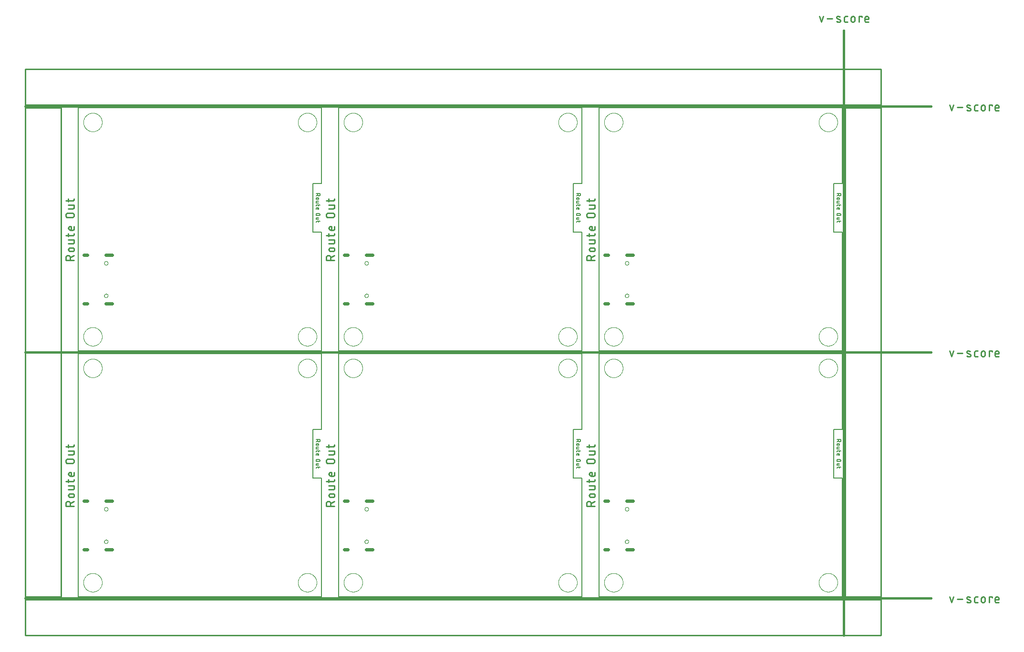
<source format=gko>
G04 EAGLE Gerber RS-274X export*
G75*
%MOMM*%
%FSLAX34Y34*%
%LPD*%
%IN*%
%IPPOS*%
%AMOC8*
5,1,8,0,0,1.08239X$1,22.5*%
G01*
%ADD10C,0.152400*%
%ADD11C,0.127000*%
%ADD12C,0.279400*%
%ADD13C,0.381000*%
%ADD14C,0.254000*%
%ADD15C,0.000000*%
%ADD16C,0.600000*%


D10*
X0Y0D02*
X0Y431800D01*
X431800Y431800D01*
X431800Y297180D01*
X431800Y210820D02*
X431800Y0D01*
X0Y0D01*
D11*
X422021Y279464D02*
X428879Y279464D01*
X428879Y277559D01*
X428877Y277474D01*
X428871Y277388D01*
X428862Y277303D01*
X428848Y277219D01*
X428831Y277135D01*
X428810Y277052D01*
X428786Y276970D01*
X428758Y276890D01*
X428726Y276810D01*
X428690Y276732D01*
X428652Y276656D01*
X428609Y276582D01*
X428564Y276510D01*
X428515Y276439D01*
X428463Y276371D01*
X428409Y276306D01*
X428351Y276243D01*
X428290Y276182D01*
X428227Y276124D01*
X428162Y276070D01*
X428094Y276018D01*
X428023Y275969D01*
X427951Y275924D01*
X427877Y275881D01*
X427801Y275843D01*
X427723Y275807D01*
X427643Y275775D01*
X427563Y275747D01*
X427481Y275723D01*
X427398Y275702D01*
X427314Y275685D01*
X427230Y275671D01*
X427145Y275662D01*
X427059Y275656D01*
X426974Y275654D01*
X426889Y275656D01*
X426803Y275662D01*
X426718Y275671D01*
X426634Y275685D01*
X426550Y275702D01*
X426467Y275723D01*
X426385Y275747D01*
X426305Y275775D01*
X426225Y275807D01*
X426147Y275843D01*
X426071Y275881D01*
X425997Y275924D01*
X425925Y275969D01*
X425854Y276018D01*
X425786Y276070D01*
X425721Y276124D01*
X425658Y276182D01*
X425597Y276243D01*
X425539Y276306D01*
X425485Y276371D01*
X425433Y276439D01*
X425384Y276510D01*
X425339Y276582D01*
X425296Y276656D01*
X425258Y276732D01*
X425222Y276810D01*
X425190Y276890D01*
X425162Y276970D01*
X425138Y277052D01*
X425117Y277135D01*
X425100Y277219D01*
X425086Y277303D01*
X425077Y277388D01*
X425071Y277474D01*
X425069Y277559D01*
X425069Y279464D01*
X425069Y277178D02*
X422021Y275654D01*
X423545Y272325D02*
X425069Y272325D01*
X425146Y272323D01*
X425223Y272317D01*
X425300Y272307D01*
X425376Y272294D01*
X425451Y272276D01*
X425525Y272255D01*
X425598Y272230D01*
X425670Y272201D01*
X425740Y272169D01*
X425809Y272134D01*
X425875Y272094D01*
X425940Y272052D01*
X426002Y272006D01*
X426062Y271957D01*
X426119Y271906D01*
X426174Y271851D01*
X426225Y271794D01*
X426274Y271734D01*
X426320Y271672D01*
X426362Y271607D01*
X426402Y271541D01*
X426437Y271472D01*
X426469Y271402D01*
X426498Y271330D01*
X426523Y271257D01*
X426544Y271183D01*
X426562Y271108D01*
X426575Y271032D01*
X426585Y270955D01*
X426591Y270878D01*
X426593Y270801D01*
X426591Y270724D01*
X426585Y270647D01*
X426575Y270570D01*
X426562Y270494D01*
X426544Y270419D01*
X426523Y270345D01*
X426498Y270272D01*
X426469Y270200D01*
X426437Y270130D01*
X426402Y270061D01*
X426362Y269995D01*
X426320Y269930D01*
X426274Y269868D01*
X426225Y269808D01*
X426174Y269751D01*
X426119Y269696D01*
X426062Y269645D01*
X426002Y269596D01*
X425940Y269550D01*
X425875Y269508D01*
X425809Y269468D01*
X425740Y269433D01*
X425670Y269401D01*
X425598Y269372D01*
X425525Y269347D01*
X425451Y269326D01*
X425376Y269308D01*
X425300Y269295D01*
X425223Y269285D01*
X425146Y269279D01*
X425069Y269277D01*
X423545Y269277D01*
X423468Y269279D01*
X423391Y269285D01*
X423314Y269295D01*
X423238Y269308D01*
X423163Y269326D01*
X423089Y269347D01*
X423016Y269372D01*
X422944Y269401D01*
X422874Y269433D01*
X422805Y269468D01*
X422739Y269508D01*
X422674Y269550D01*
X422612Y269596D01*
X422552Y269645D01*
X422495Y269696D01*
X422440Y269751D01*
X422389Y269808D01*
X422340Y269868D01*
X422294Y269930D01*
X422252Y269995D01*
X422212Y270061D01*
X422177Y270130D01*
X422145Y270200D01*
X422116Y270272D01*
X422091Y270345D01*
X422070Y270419D01*
X422052Y270494D01*
X422039Y270570D01*
X422029Y270647D01*
X422023Y270724D01*
X422021Y270801D01*
X422023Y270878D01*
X422029Y270955D01*
X422039Y271032D01*
X422052Y271108D01*
X422070Y271183D01*
X422091Y271257D01*
X422116Y271330D01*
X422145Y271402D01*
X422177Y271472D01*
X422212Y271541D01*
X422252Y271607D01*
X422294Y271672D01*
X422340Y271734D01*
X422389Y271794D01*
X422440Y271851D01*
X422495Y271906D01*
X422552Y271957D01*
X422612Y272006D01*
X422674Y272052D01*
X422739Y272094D01*
X422805Y272134D01*
X422874Y272169D01*
X422944Y272201D01*
X423016Y272230D01*
X423089Y272255D01*
X423163Y272276D01*
X423238Y272294D01*
X423314Y272307D01*
X423391Y272317D01*
X423468Y272323D01*
X423545Y272325D01*
X423164Y265741D02*
X426593Y265741D01*
X423164Y265741D02*
X423098Y265739D01*
X423031Y265733D01*
X422966Y265724D01*
X422900Y265710D01*
X422836Y265693D01*
X422773Y265672D01*
X422711Y265648D01*
X422651Y265619D01*
X422593Y265588D01*
X422536Y265553D01*
X422481Y265515D01*
X422429Y265474D01*
X422380Y265429D01*
X422333Y265382D01*
X422288Y265333D01*
X422247Y265281D01*
X422209Y265226D01*
X422174Y265170D01*
X422143Y265111D01*
X422114Y265051D01*
X422090Y264989D01*
X422069Y264926D01*
X422052Y264862D01*
X422038Y264796D01*
X422029Y264731D01*
X422023Y264664D01*
X422021Y264598D01*
X422021Y262693D01*
X426593Y262693D01*
X426593Y259839D02*
X426593Y257553D01*
X428879Y259077D02*
X423164Y259077D01*
X423098Y259075D01*
X423031Y259069D01*
X422966Y259060D01*
X422900Y259046D01*
X422836Y259029D01*
X422773Y259008D01*
X422711Y258984D01*
X422651Y258955D01*
X422593Y258924D01*
X422536Y258889D01*
X422481Y258851D01*
X422429Y258810D01*
X422380Y258765D01*
X422333Y258718D01*
X422288Y258669D01*
X422247Y258617D01*
X422209Y258562D01*
X422174Y258506D01*
X422143Y258447D01*
X422114Y258387D01*
X422090Y258325D01*
X422069Y258262D01*
X422052Y258198D01*
X422038Y258132D01*
X422029Y258067D01*
X422023Y258000D01*
X422021Y257934D01*
X422021Y257553D01*
X422021Y253382D02*
X422021Y251477D01*
X422021Y253382D02*
X422023Y253448D01*
X422029Y253515D01*
X422038Y253580D01*
X422052Y253646D01*
X422069Y253710D01*
X422090Y253773D01*
X422114Y253835D01*
X422143Y253895D01*
X422174Y253954D01*
X422209Y254010D01*
X422247Y254065D01*
X422288Y254117D01*
X422333Y254166D01*
X422380Y254213D01*
X422429Y254258D01*
X422481Y254299D01*
X422536Y254337D01*
X422593Y254372D01*
X422651Y254403D01*
X422711Y254432D01*
X422773Y254456D01*
X422836Y254477D01*
X422900Y254494D01*
X422966Y254508D01*
X423031Y254517D01*
X423098Y254523D01*
X423164Y254525D01*
X425069Y254525D01*
X425146Y254523D01*
X425223Y254517D01*
X425300Y254507D01*
X425376Y254494D01*
X425451Y254476D01*
X425525Y254455D01*
X425598Y254430D01*
X425670Y254401D01*
X425740Y254369D01*
X425809Y254334D01*
X425875Y254294D01*
X425940Y254252D01*
X426002Y254206D01*
X426062Y254157D01*
X426119Y254106D01*
X426174Y254051D01*
X426225Y253994D01*
X426274Y253934D01*
X426320Y253872D01*
X426362Y253807D01*
X426402Y253741D01*
X426437Y253672D01*
X426469Y253602D01*
X426498Y253530D01*
X426523Y253457D01*
X426544Y253383D01*
X426562Y253308D01*
X426575Y253232D01*
X426585Y253155D01*
X426591Y253078D01*
X426593Y253001D01*
X426591Y252924D01*
X426585Y252847D01*
X426575Y252770D01*
X426562Y252694D01*
X426544Y252619D01*
X426523Y252545D01*
X426498Y252472D01*
X426469Y252400D01*
X426437Y252330D01*
X426402Y252261D01*
X426362Y252195D01*
X426320Y252130D01*
X426274Y252068D01*
X426225Y252008D01*
X426174Y251951D01*
X426119Y251896D01*
X426062Y251845D01*
X426002Y251796D01*
X425940Y251750D01*
X425875Y251708D01*
X425809Y251668D01*
X425740Y251633D01*
X425670Y251601D01*
X425598Y251572D01*
X425525Y251547D01*
X425451Y251526D01*
X425376Y251508D01*
X425300Y251495D01*
X425223Y251485D01*
X425146Y251479D01*
X425069Y251477D01*
X424307Y251477D01*
X424307Y254525D01*
X423926Y244177D02*
X426974Y244177D01*
X427059Y244175D01*
X427145Y244169D01*
X427230Y244160D01*
X427314Y244146D01*
X427398Y244129D01*
X427481Y244108D01*
X427563Y244084D01*
X427643Y244056D01*
X427723Y244024D01*
X427801Y243988D01*
X427877Y243950D01*
X427951Y243907D01*
X428023Y243862D01*
X428094Y243813D01*
X428162Y243761D01*
X428227Y243707D01*
X428290Y243649D01*
X428351Y243588D01*
X428409Y243525D01*
X428463Y243460D01*
X428515Y243392D01*
X428564Y243321D01*
X428609Y243249D01*
X428652Y243175D01*
X428690Y243099D01*
X428726Y243021D01*
X428758Y242941D01*
X428786Y242861D01*
X428810Y242779D01*
X428831Y242696D01*
X428848Y242612D01*
X428862Y242528D01*
X428871Y242443D01*
X428877Y242357D01*
X428879Y242272D01*
X428877Y242187D01*
X428871Y242101D01*
X428862Y242016D01*
X428848Y241932D01*
X428831Y241848D01*
X428810Y241765D01*
X428786Y241683D01*
X428758Y241603D01*
X428726Y241523D01*
X428690Y241445D01*
X428652Y241369D01*
X428609Y241295D01*
X428564Y241223D01*
X428515Y241152D01*
X428463Y241084D01*
X428409Y241019D01*
X428351Y240956D01*
X428290Y240895D01*
X428227Y240837D01*
X428162Y240783D01*
X428094Y240731D01*
X428023Y240682D01*
X427951Y240637D01*
X427877Y240594D01*
X427801Y240556D01*
X427723Y240520D01*
X427643Y240488D01*
X427563Y240460D01*
X427481Y240436D01*
X427398Y240415D01*
X427314Y240398D01*
X427230Y240384D01*
X427145Y240375D01*
X427059Y240369D01*
X426974Y240367D01*
X423926Y240367D01*
X423841Y240369D01*
X423755Y240375D01*
X423670Y240384D01*
X423586Y240398D01*
X423502Y240415D01*
X423419Y240436D01*
X423337Y240460D01*
X423257Y240488D01*
X423177Y240520D01*
X423099Y240556D01*
X423023Y240594D01*
X422949Y240637D01*
X422877Y240682D01*
X422806Y240731D01*
X422738Y240783D01*
X422673Y240837D01*
X422610Y240895D01*
X422549Y240956D01*
X422491Y241019D01*
X422437Y241084D01*
X422385Y241152D01*
X422336Y241223D01*
X422291Y241295D01*
X422248Y241369D01*
X422210Y241445D01*
X422174Y241523D01*
X422142Y241603D01*
X422114Y241683D01*
X422090Y241765D01*
X422069Y241848D01*
X422052Y241932D01*
X422038Y242016D01*
X422029Y242101D01*
X422023Y242187D01*
X422021Y242272D01*
X422023Y242357D01*
X422029Y242443D01*
X422038Y242528D01*
X422052Y242612D01*
X422069Y242696D01*
X422090Y242779D01*
X422114Y242861D01*
X422142Y242941D01*
X422174Y243021D01*
X422210Y243099D01*
X422248Y243175D01*
X422291Y243249D01*
X422336Y243321D01*
X422385Y243392D01*
X422437Y243460D01*
X422491Y243525D01*
X422549Y243588D01*
X422610Y243649D01*
X422673Y243707D01*
X422738Y243761D01*
X422806Y243813D01*
X422877Y243862D01*
X422949Y243907D01*
X423023Y243950D01*
X423099Y243988D01*
X423177Y244024D01*
X423257Y244056D01*
X423337Y244084D01*
X423419Y244108D01*
X423502Y244129D01*
X423586Y244146D01*
X423670Y244160D01*
X423755Y244169D01*
X423841Y244175D01*
X423926Y244177D01*
X423164Y236724D02*
X426593Y236724D01*
X423164Y236724D02*
X423098Y236722D01*
X423031Y236716D01*
X422966Y236707D01*
X422900Y236693D01*
X422836Y236676D01*
X422773Y236655D01*
X422711Y236631D01*
X422651Y236602D01*
X422593Y236571D01*
X422536Y236536D01*
X422481Y236498D01*
X422429Y236457D01*
X422380Y236412D01*
X422333Y236365D01*
X422288Y236316D01*
X422247Y236264D01*
X422209Y236209D01*
X422174Y236153D01*
X422143Y236094D01*
X422114Y236034D01*
X422090Y235972D01*
X422069Y235909D01*
X422052Y235845D01*
X422038Y235779D01*
X422029Y235714D01*
X422023Y235647D01*
X422021Y235581D01*
X422021Y233676D01*
X426593Y233676D01*
X426593Y230822D02*
X426593Y228536D01*
X428879Y230060D02*
X423164Y230060D01*
X423098Y230058D01*
X423031Y230052D01*
X422966Y230043D01*
X422900Y230029D01*
X422836Y230012D01*
X422773Y229991D01*
X422711Y229967D01*
X422651Y229938D01*
X422593Y229907D01*
X422536Y229872D01*
X422481Y229834D01*
X422429Y229793D01*
X422380Y229748D01*
X422333Y229701D01*
X422288Y229652D01*
X422247Y229600D01*
X422209Y229545D01*
X422174Y229489D01*
X422143Y229430D01*
X422114Y229370D01*
X422090Y229308D01*
X422069Y229245D01*
X422052Y229181D01*
X422038Y229115D01*
X422029Y229050D01*
X422023Y228983D01*
X422021Y228917D01*
X422021Y228536D01*
D10*
X416560Y297180D02*
X431800Y297180D01*
X416560Y297180D02*
X416560Y210820D01*
X431800Y210820D01*
D12*
X-7747Y161404D02*
X-22733Y161404D01*
X-22733Y165567D01*
X-22731Y165695D01*
X-22725Y165823D01*
X-22715Y165951D01*
X-22701Y166079D01*
X-22684Y166206D01*
X-22662Y166332D01*
X-22637Y166458D01*
X-22607Y166582D01*
X-22574Y166706D01*
X-22537Y166829D01*
X-22496Y166951D01*
X-22452Y167071D01*
X-22404Y167190D01*
X-22352Y167307D01*
X-22297Y167423D01*
X-22238Y167536D01*
X-22175Y167649D01*
X-22109Y167759D01*
X-22040Y167866D01*
X-21968Y167972D01*
X-21892Y168076D01*
X-21813Y168177D01*
X-21731Y168276D01*
X-21646Y168372D01*
X-21559Y168465D01*
X-21468Y168556D01*
X-21375Y168643D01*
X-21279Y168728D01*
X-21180Y168810D01*
X-21079Y168889D01*
X-20975Y168965D01*
X-20869Y169037D01*
X-20762Y169106D01*
X-20651Y169172D01*
X-20539Y169235D01*
X-20426Y169294D01*
X-20310Y169349D01*
X-20193Y169401D01*
X-20074Y169449D01*
X-19954Y169493D01*
X-19832Y169534D01*
X-19709Y169571D01*
X-19585Y169604D01*
X-19461Y169634D01*
X-19335Y169659D01*
X-19209Y169681D01*
X-19082Y169698D01*
X-18954Y169712D01*
X-18826Y169722D01*
X-18698Y169728D01*
X-18570Y169730D01*
X-18442Y169728D01*
X-18314Y169722D01*
X-18186Y169712D01*
X-18058Y169698D01*
X-17931Y169681D01*
X-17805Y169659D01*
X-17679Y169634D01*
X-17555Y169604D01*
X-17431Y169571D01*
X-17308Y169534D01*
X-17186Y169493D01*
X-17066Y169449D01*
X-16947Y169401D01*
X-16830Y169349D01*
X-16714Y169294D01*
X-16601Y169235D01*
X-16489Y169172D01*
X-16378Y169106D01*
X-16271Y169037D01*
X-16165Y168965D01*
X-16061Y168889D01*
X-15960Y168810D01*
X-15861Y168728D01*
X-15765Y168643D01*
X-15672Y168556D01*
X-15581Y168465D01*
X-15494Y168372D01*
X-15409Y168276D01*
X-15327Y168177D01*
X-15248Y168076D01*
X-15172Y167972D01*
X-15100Y167866D01*
X-15031Y167759D01*
X-14965Y167649D01*
X-14902Y167536D01*
X-14843Y167423D01*
X-14788Y167307D01*
X-14736Y167190D01*
X-14688Y167071D01*
X-14644Y166951D01*
X-14603Y166829D01*
X-14566Y166706D01*
X-14533Y166582D01*
X-14503Y166458D01*
X-14478Y166332D01*
X-14456Y166206D01*
X-14439Y166079D01*
X-14425Y165951D01*
X-14415Y165823D01*
X-14409Y165695D01*
X-14407Y165567D01*
X-14407Y161404D01*
X-14407Y166399D02*
X-7747Y169729D01*
X-11077Y176688D02*
X-14407Y176688D01*
X-14521Y176690D01*
X-14634Y176696D01*
X-14748Y176705D01*
X-14860Y176719D01*
X-14973Y176736D01*
X-15085Y176758D01*
X-15195Y176783D01*
X-15305Y176811D01*
X-15414Y176844D01*
X-15522Y176880D01*
X-15629Y176920D01*
X-15734Y176964D01*
X-15837Y177011D01*
X-15939Y177061D01*
X-16039Y177115D01*
X-16137Y177173D01*
X-16233Y177234D01*
X-16327Y177297D01*
X-16419Y177365D01*
X-16509Y177435D01*
X-16595Y177508D01*
X-16680Y177584D01*
X-16762Y177663D01*
X-16841Y177745D01*
X-16917Y177830D01*
X-16990Y177916D01*
X-17060Y178006D01*
X-17128Y178098D01*
X-17191Y178192D01*
X-17252Y178288D01*
X-17310Y178386D01*
X-17364Y178486D01*
X-17414Y178588D01*
X-17461Y178691D01*
X-17505Y178796D01*
X-17545Y178903D01*
X-17581Y179011D01*
X-17614Y179120D01*
X-17642Y179230D01*
X-17667Y179340D01*
X-17689Y179452D01*
X-17706Y179565D01*
X-17720Y179677D01*
X-17729Y179791D01*
X-17735Y179904D01*
X-17737Y180018D01*
X-17735Y180132D01*
X-17729Y180245D01*
X-17720Y180359D01*
X-17706Y180471D01*
X-17689Y180584D01*
X-17667Y180696D01*
X-17642Y180806D01*
X-17614Y180916D01*
X-17581Y181025D01*
X-17545Y181133D01*
X-17505Y181240D01*
X-17461Y181345D01*
X-17414Y181448D01*
X-17364Y181550D01*
X-17310Y181650D01*
X-17252Y181748D01*
X-17191Y181844D01*
X-17128Y181938D01*
X-17060Y182030D01*
X-16990Y182120D01*
X-16917Y182206D01*
X-16841Y182291D01*
X-16762Y182373D01*
X-16680Y182452D01*
X-16595Y182528D01*
X-16509Y182601D01*
X-16419Y182671D01*
X-16327Y182739D01*
X-16233Y182802D01*
X-16137Y182863D01*
X-16039Y182921D01*
X-15939Y182975D01*
X-15837Y183025D01*
X-15734Y183072D01*
X-15629Y183116D01*
X-15522Y183156D01*
X-15414Y183192D01*
X-15305Y183225D01*
X-15195Y183253D01*
X-15085Y183278D01*
X-14973Y183300D01*
X-14860Y183317D01*
X-14748Y183331D01*
X-14634Y183340D01*
X-14521Y183346D01*
X-14407Y183348D01*
X-11077Y183348D01*
X-10963Y183346D01*
X-10850Y183340D01*
X-10736Y183331D01*
X-10624Y183317D01*
X-10511Y183300D01*
X-10399Y183278D01*
X-10289Y183253D01*
X-10179Y183225D01*
X-10070Y183192D01*
X-9962Y183156D01*
X-9855Y183116D01*
X-9750Y183072D01*
X-9647Y183025D01*
X-9545Y182975D01*
X-9445Y182921D01*
X-9347Y182863D01*
X-9251Y182802D01*
X-9157Y182739D01*
X-9065Y182671D01*
X-8975Y182601D01*
X-8889Y182528D01*
X-8804Y182452D01*
X-8722Y182373D01*
X-8643Y182291D01*
X-8567Y182206D01*
X-8494Y182120D01*
X-8424Y182030D01*
X-8356Y181938D01*
X-8293Y181844D01*
X-8232Y181748D01*
X-8174Y181650D01*
X-8120Y181550D01*
X-8070Y181448D01*
X-8023Y181345D01*
X-7979Y181240D01*
X-7939Y181133D01*
X-7903Y181025D01*
X-7870Y180916D01*
X-7842Y180806D01*
X-7817Y180696D01*
X-7795Y180584D01*
X-7778Y180471D01*
X-7764Y180359D01*
X-7755Y180245D01*
X-7749Y180132D01*
X-7747Y180018D01*
X-7749Y179904D01*
X-7755Y179791D01*
X-7764Y179677D01*
X-7778Y179565D01*
X-7795Y179452D01*
X-7817Y179340D01*
X-7842Y179230D01*
X-7870Y179120D01*
X-7903Y179011D01*
X-7939Y178903D01*
X-7979Y178796D01*
X-8023Y178691D01*
X-8070Y178588D01*
X-8120Y178486D01*
X-8174Y178386D01*
X-8232Y178288D01*
X-8293Y178192D01*
X-8356Y178098D01*
X-8424Y178006D01*
X-8494Y177916D01*
X-8567Y177830D01*
X-8643Y177745D01*
X-8722Y177663D01*
X-8804Y177584D01*
X-8889Y177508D01*
X-8975Y177435D01*
X-9065Y177365D01*
X-9157Y177297D01*
X-9251Y177234D01*
X-9347Y177173D01*
X-9445Y177115D01*
X-9545Y177061D01*
X-9647Y177011D01*
X-9750Y176964D01*
X-9855Y176920D01*
X-9962Y176880D01*
X-10070Y176844D01*
X-10179Y176811D01*
X-10289Y176783D01*
X-10399Y176758D01*
X-10511Y176736D01*
X-10624Y176719D01*
X-10736Y176705D01*
X-10850Y176696D01*
X-10963Y176690D01*
X-11077Y176688D01*
X-10245Y190756D02*
X-17738Y190756D01*
X-10245Y190755D02*
X-10147Y190757D01*
X-10049Y190763D01*
X-9951Y190772D01*
X-9854Y190786D01*
X-9758Y190803D01*
X-9662Y190824D01*
X-9567Y190849D01*
X-9473Y190877D01*
X-9380Y190909D01*
X-9289Y190945D01*
X-9199Y190984D01*
X-9111Y191027D01*
X-9024Y191074D01*
X-8940Y191123D01*
X-8857Y191176D01*
X-8777Y191232D01*
X-8699Y191291D01*
X-8623Y191354D01*
X-8549Y191419D01*
X-8479Y191487D01*
X-8411Y191557D01*
X-8346Y191631D01*
X-8283Y191707D01*
X-8224Y191785D01*
X-8168Y191865D01*
X-8115Y191948D01*
X-8066Y192032D01*
X-8019Y192119D01*
X-7976Y192207D01*
X-7937Y192297D01*
X-7901Y192388D01*
X-7869Y192481D01*
X-7841Y192575D01*
X-7816Y192670D01*
X-7795Y192766D01*
X-7778Y192862D01*
X-7764Y192959D01*
X-7755Y193057D01*
X-7749Y193155D01*
X-7747Y193253D01*
X-7747Y197416D01*
X-17738Y197416D01*
X-17738Y203397D02*
X-17738Y208392D01*
X-22733Y205062D02*
X-10245Y205062D01*
X-10147Y205064D01*
X-10049Y205070D01*
X-9951Y205079D01*
X-9854Y205093D01*
X-9758Y205110D01*
X-9662Y205131D01*
X-9567Y205156D01*
X-9473Y205184D01*
X-9380Y205216D01*
X-9289Y205252D01*
X-9199Y205291D01*
X-9111Y205334D01*
X-9024Y205381D01*
X-8940Y205430D01*
X-8857Y205483D01*
X-8777Y205539D01*
X-8699Y205598D01*
X-8623Y205661D01*
X-8549Y205726D01*
X-8479Y205794D01*
X-8411Y205864D01*
X-8346Y205938D01*
X-8283Y206014D01*
X-8224Y206092D01*
X-8168Y206172D01*
X-8115Y206255D01*
X-8066Y206339D01*
X-8019Y206426D01*
X-7976Y206514D01*
X-7937Y206604D01*
X-7901Y206695D01*
X-7869Y206788D01*
X-7841Y206882D01*
X-7816Y206977D01*
X-7795Y207073D01*
X-7778Y207169D01*
X-7764Y207266D01*
X-7755Y207364D01*
X-7749Y207462D01*
X-7747Y207560D01*
X-7747Y208392D01*
X-7747Y217221D02*
X-7747Y221384D01*
X-7747Y217221D02*
X-7749Y217123D01*
X-7755Y217025D01*
X-7764Y216927D01*
X-7778Y216830D01*
X-7795Y216734D01*
X-7816Y216638D01*
X-7841Y216543D01*
X-7869Y216449D01*
X-7901Y216356D01*
X-7937Y216265D01*
X-7976Y216175D01*
X-8019Y216087D01*
X-8066Y216000D01*
X-8115Y215916D01*
X-8168Y215833D01*
X-8224Y215753D01*
X-8283Y215675D01*
X-8346Y215599D01*
X-8411Y215525D01*
X-8479Y215455D01*
X-8549Y215387D01*
X-8623Y215322D01*
X-8699Y215259D01*
X-8777Y215200D01*
X-8857Y215144D01*
X-8940Y215091D01*
X-9024Y215042D01*
X-9111Y214995D01*
X-9199Y214952D01*
X-9289Y214913D01*
X-9380Y214877D01*
X-9473Y214845D01*
X-9567Y214817D01*
X-9662Y214792D01*
X-9758Y214771D01*
X-9854Y214754D01*
X-9951Y214740D01*
X-10049Y214731D01*
X-10147Y214725D01*
X-10245Y214723D01*
X-10245Y214724D02*
X-14407Y214724D01*
X-14521Y214726D01*
X-14634Y214732D01*
X-14748Y214741D01*
X-14860Y214755D01*
X-14973Y214772D01*
X-15085Y214794D01*
X-15195Y214819D01*
X-15305Y214847D01*
X-15414Y214880D01*
X-15522Y214916D01*
X-15629Y214956D01*
X-15734Y215000D01*
X-15837Y215047D01*
X-15939Y215097D01*
X-16039Y215151D01*
X-16137Y215209D01*
X-16233Y215270D01*
X-16327Y215333D01*
X-16419Y215401D01*
X-16509Y215471D01*
X-16595Y215544D01*
X-16680Y215620D01*
X-16762Y215699D01*
X-16841Y215781D01*
X-16917Y215866D01*
X-16990Y215952D01*
X-17060Y216042D01*
X-17128Y216134D01*
X-17191Y216228D01*
X-17252Y216324D01*
X-17310Y216422D01*
X-17364Y216522D01*
X-17414Y216624D01*
X-17461Y216727D01*
X-17505Y216832D01*
X-17545Y216939D01*
X-17581Y217047D01*
X-17614Y217156D01*
X-17642Y217266D01*
X-17667Y217376D01*
X-17689Y217488D01*
X-17706Y217601D01*
X-17720Y217713D01*
X-17729Y217827D01*
X-17735Y217940D01*
X-17737Y218054D01*
X-17735Y218168D01*
X-17729Y218281D01*
X-17720Y218395D01*
X-17706Y218507D01*
X-17689Y218620D01*
X-17667Y218732D01*
X-17642Y218842D01*
X-17614Y218952D01*
X-17581Y219061D01*
X-17545Y219169D01*
X-17505Y219276D01*
X-17461Y219381D01*
X-17414Y219484D01*
X-17364Y219586D01*
X-17310Y219686D01*
X-17252Y219784D01*
X-17191Y219880D01*
X-17128Y219974D01*
X-17060Y220066D01*
X-16990Y220156D01*
X-16917Y220242D01*
X-16841Y220327D01*
X-16762Y220409D01*
X-16680Y220488D01*
X-16595Y220564D01*
X-16509Y220637D01*
X-16419Y220707D01*
X-16327Y220775D01*
X-16233Y220838D01*
X-16137Y220899D01*
X-16039Y220957D01*
X-15939Y221011D01*
X-15837Y221061D01*
X-15734Y221108D01*
X-15629Y221152D01*
X-15522Y221192D01*
X-15414Y221228D01*
X-15305Y221261D01*
X-15195Y221289D01*
X-15085Y221314D01*
X-14973Y221336D01*
X-14860Y221353D01*
X-14748Y221367D01*
X-14634Y221376D01*
X-14521Y221382D01*
X-14407Y221384D01*
X-12742Y221384D01*
X-12742Y214724D01*
X-11910Y236817D02*
X-18570Y236817D01*
X-18698Y236819D01*
X-18826Y236825D01*
X-18954Y236835D01*
X-19082Y236849D01*
X-19209Y236866D01*
X-19335Y236888D01*
X-19461Y236913D01*
X-19585Y236943D01*
X-19709Y236976D01*
X-19832Y237013D01*
X-19954Y237054D01*
X-20074Y237098D01*
X-20193Y237146D01*
X-20310Y237198D01*
X-20426Y237253D01*
X-20539Y237312D01*
X-20652Y237375D01*
X-20762Y237441D01*
X-20869Y237510D01*
X-20975Y237582D01*
X-21079Y237658D01*
X-21180Y237737D01*
X-21279Y237819D01*
X-21375Y237904D01*
X-21468Y237991D01*
X-21559Y238082D01*
X-21646Y238175D01*
X-21731Y238271D01*
X-21813Y238370D01*
X-21892Y238471D01*
X-21968Y238575D01*
X-22040Y238681D01*
X-22109Y238788D01*
X-22175Y238899D01*
X-22238Y239011D01*
X-22297Y239124D01*
X-22352Y239240D01*
X-22404Y239357D01*
X-22452Y239476D01*
X-22496Y239596D01*
X-22537Y239718D01*
X-22574Y239841D01*
X-22607Y239965D01*
X-22637Y240089D01*
X-22662Y240215D01*
X-22684Y240341D01*
X-22701Y240468D01*
X-22715Y240596D01*
X-22725Y240724D01*
X-22731Y240852D01*
X-22733Y240980D01*
X-22731Y241108D01*
X-22725Y241236D01*
X-22715Y241364D01*
X-22701Y241492D01*
X-22684Y241619D01*
X-22662Y241745D01*
X-22637Y241871D01*
X-22607Y241995D01*
X-22574Y242119D01*
X-22537Y242242D01*
X-22496Y242364D01*
X-22452Y242484D01*
X-22404Y242603D01*
X-22352Y242720D01*
X-22297Y242836D01*
X-22238Y242949D01*
X-22175Y243062D01*
X-22109Y243172D01*
X-22040Y243279D01*
X-21968Y243385D01*
X-21892Y243489D01*
X-21813Y243590D01*
X-21731Y243689D01*
X-21646Y243785D01*
X-21559Y243878D01*
X-21468Y243969D01*
X-21375Y244056D01*
X-21279Y244141D01*
X-21180Y244223D01*
X-21079Y244302D01*
X-20975Y244378D01*
X-20869Y244450D01*
X-20762Y244519D01*
X-20651Y244585D01*
X-20539Y244648D01*
X-20426Y244707D01*
X-20310Y244762D01*
X-20193Y244814D01*
X-20074Y244862D01*
X-19954Y244906D01*
X-19832Y244947D01*
X-19709Y244984D01*
X-19585Y245017D01*
X-19461Y245047D01*
X-19335Y245072D01*
X-19209Y245094D01*
X-19082Y245111D01*
X-18954Y245125D01*
X-18826Y245135D01*
X-18698Y245141D01*
X-18570Y245143D01*
X-18570Y245142D02*
X-11910Y245142D01*
X-11910Y245143D02*
X-11782Y245141D01*
X-11654Y245135D01*
X-11526Y245125D01*
X-11398Y245111D01*
X-11271Y245094D01*
X-11145Y245072D01*
X-11019Y245047D01*
X-10895Y245017D01*
X-10771Y244984D01*
X-10648Y244947D01*
X-10526Y244906D01*
X-10406Y244862D01*
X-10287Y244814D01*
X-10170Y244762D01*
X-10054Y244707D01*
X-9941Y244648D01*
X-9828Y244585D01*
X-9718Y244519D01*
X-9611Y244450D01*
X-9505Y244378D01*
X-9401Y244302D01*
X-9300Y244223D01*
X-9201Y244141D01*
X-9105Y244056D01*
X-9012Y243969D01*
X-8921Y243878D01*
X-8834Y243785D01*
X-8749Y243689D01*
X-8667Y243590D01*
X-8588Y243489D01*
X-8512Y243385D01*
X-8440Y243279D01*
X-8371Y243172D01*
X-8305Y243061D01*
X-8242Y242949D01*
X-8183Y242836D01*
X-8128Y242720D01*
X-8076Y242603D01*
X-8028Y242484D01*
X-7984Y242364D01*
X-7943Y242242D01*
X-7906Y242119D01*
X-7873Y241995D01*
X-7843Y241871D01*
X-7818Y241745D01*
X-7796Y241619D01*
X-7779Y241492D01*
X-7765Y241364D01*
X-7755Y241236D01*
X-7749Y241108D01*
X-7747Y240980D01*
X-7749Y240852D01*
X-7755Y240724D01*
X-7765Y240596D01*
X-7779Y240468D01*
X-7796Y240341D01*
X-7818Y240215D01*
X-7843Y240089D01*
X-7873Y239965D01*
X-7906Y239841D01*
X-7943Y239718D01*
X-7984Y239596D01*
X-8028Y239476D01*
X-8076Y239357D01*
X-8128Y239240D01*
X-8183Y239124D01*
X-8242Y239011D01*
X-8305Y238899D01*
X-8371Y238788D01*
X-8440Y238681D01*
X-8512Y238575D01*
X-8588Y238471D01*
X-8667Y238370D01*
X-8749Y238271D01*
X-8834Y238175D01*
X-8921Y238082D01*
X-9012Y237991D01*
X-9105Y237904D01*
X-9201Y237819D01*
X-9300Y237737D01*
X-9401Y237658D01*
X-9505Y237582D01*
X-9611Y237510D01*
X-9718Y237441D01*
X-9829Y237375D01*
X-9941Y237312D01*
X-10054Y237253D01*
X-10170Y237198D01*
X-10287Y237146D01*
X-10406Y237098D01*
X-10526Y237054D01*
X-10648Y237013D01*
X-10771Y236976D01*
X-10895Y236943D01*
X-11019Y236913D01*
X-11145Y236888D01*
X-11271Y236866D01*
X-11398Y236849D01*
X-11526Y236835D01*
X-11654Y236825D01*
X-11782Y236819D01*
X-11910Y236817D01*
X-10245Y252759D02*
X-17738Y252759D01*
X-10245Y252759D02*
X-10147Y252761D01*
X-10049Y252767D01*
X-9951Y252776D01*
X-9854Y252790D01*
X-9758Y252807D01*
X-9662Y252828D01*
X-9567Y252853D01*
X-9473Y252881D01*
X-9380Y252913D01*
X-9289Y252949D01*
X-9199Y252988D01*
X-9111Y253031D01*
X-9024Y253078D01*
X-8940Y253127D01*
X-8857Y253180D01*
X-8777Y253236D01*
X-8699Y253295D01*
X-8623Y253358D01*
X-8549Y253423D01*
X-8479Y253491D01*
X-8411Y253561D01*
X-8346Y253635D01*
X-8283Y253711D01*
X-8224Y253789D01*
X-8168Y253869D01*
X-8115Y253952D01*
X-8066Y254036D01*
X-8019Y254123D01*
X-7976Y254211D01*
X-7937Y254301D01*
X-7901Y254392D01*
X-7869Y254485D01*
X-7841Y254579D01*
X-7816Y254674D01*
X-7795Y254770D01*
X-7778Y254866D01*
X-7764Y254963D01*
X-7755Y255061D01*
X-7749Y255159D01*
X-7747Y255257D01*
X-7747Y259420D01*
X-17738Y259420D01*
X-17738Y265401D02*
X-17738Y270396D01*
X-22733Y267066D02*
X-10245Y267066D01*
X-10147Y267068D01*
X-10049Y267074D01*
X-9951Y267083D01*
X-9854Y267097D01*
X-9758Y267114D01*
X-9662Y267135D01*
X-9567Y267160D01*
X-9473Y267188D01*
X-9380Y267220D01*
X-9289Y267256D01*
X-9199Y267295D01*
X-9111Y267338D01*
X-9024Y267385D01*
X-8940Y267434D01*
X-8857Y267487D01*
X-8777Y267543D01*
X-8699Y267602D01*
X-8623Y267665D01*
X-8549Y267730D01*
X-8479Y267798D01*
X-8411Y267868D01*
X-8346Y267942D01*
X-8283Y268018D01*
X-8224Y268096D01*
X-8168Y268176D01*
X-8115Y268259D01*
X-8066Y268343D01*
X-8019Y268430D01*
X-7976Y268518D01*
X-7937Y268608D01*
X-7901Y268699D01*
X-7869Y268792D01*
X-7841Y268886D01*
X-7816Y268981D01*
X-7795Y269077D01*
X-7778Y269173D01*
X-7764Y269270D01*
X-7755Y269368D01*
X-7749Y269466D01*
X-7747Y269564D01*
X-7747Y270396D01*
D10*
X462280Y431800D02*
X462280Y0D01*
X462280Y431800D02*
X894080Y431800D01*
X894080Y297180D01*
X894080Y210820D02*
X894080Y0D01*
X462280Y0D01*
D11*
X884301Y279464D02*
X891159Y279464D01*
X891159Y277559D01*
X891157Y277474D01*
X891151Y277388D01*
X891142Y277303D01*
X891128Y277219D01*
X891111Y277135D01*
X891090Y277052D01*
X891066Y276970D01*
X891038Y276890D01*
X891006Y276810D01*
X890970Y276732D01*
X890932Y276656D01*
X890889Y276582D01*
X890844Y276510D01*
X890795Y276439D01*
X890743Y276371D01*
X890689Y276306D01*
X890631Y276243D01*
X890570Y276182D01*
X890507Y276124D01*
X890442Y276070D01*
X890374Y276018D01*
X890303Y275969D01*
X890231Y275924D01*
X890157Y275881D01*
X890081Y275843D01*
X890003Y275807D01*
X889923Y275775D01*
X889843Y275747D01*
X889761Y275723D01*
X889678Y275702D01*
X889594Y275685D01*
X889510Y275671D01*
X889425Y275662D01*
X889339Y275656D01*
X889254Y275654D01*
X889169Y275656D01*
X889083Y275662D01*
X888998Y275671D01*
X888914Y275685D01*
X888830Y275702D01*
X888747Y275723D01*
X888665Y275747D01*
X888585Y275775D01*
X888505Y275807D01*
X888427Y275843D01*
X888351Y275881D01*
X888277Y275924D01*
X888205Y275969D01*
X888134Y276018D01*
X888066Y276070D01*
X888001Y276124D01*
X887938Y276182D01*
X887877Y276243D01*
X887819Y276306D01*
X887765Y276371D01*
X887713Y276439D01*
X887664Y276510D01*
X887619Y276582D01*
X887576Y276656D01*
X887538Y276732D01*
X887502Y276810D01*
X887470Y276890D01*
X887442Y276970D01*
X887418Y277052D01*
X887397Y277135D01*
X887380Y277219D01*
X887366Y277303D01*
X887357Y277388D01*
X887351Y277474D01*
X887349Y277559D01*
X887349Y279464D01*
X887349Y277178D02*
X884301Y275654D01*
X885825Y272325D02*
X887349Y272325D01*
X887426Y272323D01*
X887503Y272317D01*
X887580Y272307D01*
X887656Y272294D01*
X887731Y272276D01*
X887805Y272255D01*
X887878Y272230D01*
X887950Y272201D01*
X888020Y272169D01*
X888089Y272134D01*
X888155Y272094D01*
X888220Y272052D01*
X888282Y272006D01*
X888342Y271957D01*
X888399Y271906D01*
X888454Y271851D01*
X888505Y271794D01*
X888554Y271734D01*
X888600Y271672D01*
X888642Y271607D01*
X888682Y271541D01*
X888717Y271472D01*
X888749Y271402D01*
X888778Y271330D01*
X888803Y271257D01*
X888824Y271183D01*
X888842Y271108D01*
X888855Y271032D01*
X888865Y270955D01*
X888871Y270878D01*
X888873Y270801D01*
X888871Y270724D01*
X888865Y270647D01*
X888855Y270570D01*
X888842Y270494D01*
X888824Y270419D01*
X888803Y270345D01*
X888778Y270272D01*
X888749Y270200D01*
X888717Y270130D01*
X888682Y270061D01*
X888642Y269995D01*
X888600Y269930D01*
X888554Y269868D01*
X888505Y269808D01*
X888454Y269751D01*
X888399Y269696D01*
X888342Y269645D01*
X888282Y269596D01*
X888220Y269550D01*
X888155Y269508D01*
X888089Y269468D01*
X888020Y269433D01*
X887950Y269401D01*
X887878Y269372D01*
X887805Y269347D01*
X887731Y269326D01*
X887656Y269308D01*
X887580Y269295D01*
X887503Y269285D01*
X887426Y269279D01*
X887349Y269277D01*
X885825Y269277D01*
X885748Y269279D01*
X885671Y269285D01*
X885594Y269295D01*
X885518Y269308D01*
X885443Y269326D01*
X885369Y269347D01*
X885296Y269372D01*
X885224Y269401D01*
X885154Y269433D01*
X885085Y269468D01*
X885019Y269508D01*
X884954Y269550D01*
X884892Y269596D01*
X884832Y269645D01*
X884775Y269696D01*
X884720Y269751D01*
X884669Y269808D01*
X884620Y269868D01*
X884574Y269930D01*
X884532Y269995D01*
X884492Y270061D01*
X884457Y270130D01*
X884425Y270200D01*
X884396Y270272D01*
X884371Y270345D01*
X884350Y270419D01*
X884332Y270494D01*
X884319Y270570D01*
X884309Y270647D01*
X884303Y270724D01*
X884301Y270801D01*
X884303Y270878D01*
X884309Y270955D01*
X884319Y271032D01*
X884332Y271108D01*
X884350Y271183D01*
X884371Y271257D01*
X884396Y271330D01*
X884425Y271402D01*
X884457Y271472D01*
X884492Y271541D01*
X884532Y271607D01*
X884574Y271672D01*
X884620Y271734D01*
X884669Y271794D01*
X884720Y271851D01*
X884775Y271906D01*
X884832Y271957D01*
X884892Y272006D01*
X884954Y272052D01*
X885019Y272094D01*
X885085Y272134D01*
X885154Y272169D01*
X885224Y272201D01*
X885296Y272230D01*
X885369Y272255D01*
X885443Y272276D01*
X885518Y272294D01*
X885594Y272307D01*
X885671Y272317D01*
X885748Y272323D01*
X885825Y272325D01*
X885444Y265741D02*
X888873Y265741D01*
X885444Y265741D02*
X885378Y265739D01*
X885311Y265733D01*
X885246Y265724D01*
X885180Y265710D01*
X885116Y265693D01*
X885053Y265672D01*
X884991Y265648D01*
X884931Y265619D01*
X884873Y265588D01*
X884816Y265553D01*
X884761Y265515D01*
X884709Y265474D01*
X884660Y265429D01*
X884613Y265382D01*
X884568Y265333D01*
X884527Y265281D01*
X884489Y265226D01*
X884454Y265170D01*
X884423Y265111D01*
X884394Y265051D01*
X884370Y264989D01*
X884349Y264926D01*
X884332Y264862D01*
X884318Y264796D01*
X884309Y264731D01*
X884303Y264664D01*
X884301Y264598D01*
X884301Y262693D01*
X888873Y262693D01*
X888873Y259839D02*
X888873Y257553D01*
X891159Y259077D02*
X885444Y259077D01*
X885378Y259075D01*
X885311Y259069D01*
X885246Y259060D01*
X885180Y259046D01*
X885116Y259029D01*
X885053Y259008D01*
X884991Y258984D01*
X884931Y258955D01*
X884873Y258924D01*
X884816Y258889D01*
X884761Y258851D01*
X884709Y258810D01*
X884660Y258765D01*
X884613Y258718D01*
X884568Y258669D01*
X884527Y258617D01*
X884489Y258562D01*
X884454Y258506D01*
X884423Y258447D01*
X884394Y258387D01*
X884370Y258325D01*
X884349Y258262D01*
X884332Y258198D01*
X884318Y258132D01*
X884309Y258067D01*
X884303Y258000D01*
X884301Y257934D01*
X884301Y257553D01*
X884301Y253382D02*
X884301Y251477D01*
X884301Y253382D02*
X884303Y253448D01*
X884309Y253515D01*
X884318Y253580D01*
X884332Y253646D01*
X884349Y253710D01*
X884370Y253773D01*
X884394Y253835D01*
X884423Y253895D01*
X884454Y253954D01*
X884489Y254010D01*
X884527Y254065D01*
X884568Y254117D01*
X884613Y254166D01*
X884660Y254213D01*
X884709Y254258D01*
X884761Y254299D01*
X884816Y254337D01*
X884873Y254372D01*
X884931Y254403D01*
X884991Y254432D01*
X885053Y254456D01*
X885116Y254477D01*
X885180Y254494D01*
X885246Y254508D01*
X885311Y254517D01*
X885378Y254523D01*
X885444Y254525D01*
X887349Y254525D01*
X887426Y254523D01*
X887503Y254517D01*
X887580Y254507D01*
X887656Y254494D01*
X887731Y254476D01*
X887805Y254455D01*
X887878Y254430D01*
X887950Y254401D01*
X888020Y254369D01*
X888089Y254334D01*
X888155Y254294D01*
X888220Y254252D01*
X888282Y254206D01*
X888342Y254157D01*
X888399Y254106D01*
X888454Y254051D01*
X888505Y253994D01*
X888554Y253934D01*
X888600Y253872D01*
X888642Y253807D01*
X888682Y253741D01*
X888717Y253672D01*
X888749Y253602D01*
X888778Y253530D01*
X888803Y253457D01*
X888824Y253383D01*
X888842Y253308D01*
X888855Y253232D01*
X888865Y253155D01*
X888871Y253078D01*
X888873Y253001D01*
X888871Y252924D01*
X888865Y252847D01*
X888855Y252770D01*
X888842Y252694D01*
X888824Y252619D01*
X888803Y252545D01*
X888778Y252472D01*
X888749Y252400D01*
X888717Y252330D01*
X888682Y252261D01*
X888642Y252195D01*
X888600Y252130D01*
X888554Y252068D01*
X888505Y252008D01*
X888454Y251951D01*
X888399Y251896D01*
X888342Y251845D01*
X888282Y251796D01*
X888220Y251750D01*
X888155Y251708D01*
X888089Y251668D01*
X888020Y251633D01*
X887950Y251601D01*
X887878Y251572D01*
X887805Y251547D01*
X887731Y251526D01*
X887656Y251508D01*
X887580Y251495D01*
X887503Y251485D01*
X887426Y251479D01*
X887349Y251477D01*
X886587Y251477D01*
X886587Y254525D01*
X886206Y244177D02*
X889254Y244177D01*
X889339Y244175D01*
X889425Y244169D01*
X889510Y244160D01*
X889594Y244146D01*
X889678Y244129D01*
X889761Y244108D01*
X889843Y244084D01*
X889923Y244056D01*
X890003Y244024D01*
X890081Y243988D01*
X890157Y243950D01*
X890231Y243907D01*
X890303Y243862D01*
X890374Y243813D01*
X890442Y243761D01*
X890507Y243707D01*
X890570Y243649D01*
X890631Y243588D01*
X890689Y243525D01*
X890743Y243460D01*
X890795Y243392D01*
X890844Y243321D01*
X890889Y243249D01*
X890932Y243175D01*
X890970Y243099D01*
X891006Y243021D01*
X891038Y242941D01*
X891066Y242861D01*
X891090Y242779D01*
X891111Y242696D01*
X891128Y242612D01*
X891142Y242528D01*
X891151Y242443D01*
X891157Y242357D01*
X891159Y242272D01*
X891157Y242187D01*
X891151Y242101D01*
X891142Y242016D01*
X891128Y241932D01*
X891111Y241848D01*
X891090Y241765D01*
X891066Y241683D01*
X891038Y241603D01*
X891006Y241523D01*
X890970Y241445D01*
X890932Y241369D01*
X890889Y241295D01*
X890844Y241223D01*
X890795Y241152D01*
X890743Y241084D01*
X890689Y241019D01*
X890631Y240956D01*
X890570Y240895D01*
X890507Y240837D01*
X890442Y240783D01*
X890374Y240731D01*
X890303Y240682D01*
X890231Y240637D01*
X890157Y240594D01*
X890081Y240556D01*
X890003Y240520D01*
X889923Y240488D01*
X889843Y240460D01*
X889761Y240436D01*
X889678Y240415D01*
X889594Y240398D01*
X889510Y240384D01*
X889425Y240375D01*
X889339Y240369D01*
X889254Y240367D01*
X886206Y240367D01*
X886121Y240369D01*
X886035Y240375D01*
X885950Y240384D01*
X885866Y240398D01*
X885782Y240415D01*
X885699Y240436D01*
X885617Y240460D01*
X885537Y240488D01*
X885457Y240520D01*
X885379Y240556D01*
X885303Y240594D01*
X885229Y240637D01*
X885157Y240682D01*
X885086Y240731D01*
X885018Y240783D01*
X884953Y240837D01*
X884890Y240895D01*
X884829Y240956D01*
X884771Y241019D01*
X884717Y241084D01*
X884665Y241152D01*
X884616Y241223D01*
X884571Y241295D01*
X884528Y241369D01*
X884490Y241445D01*
X884454Y241523D01*
X884422Y241603D01*
X884394Y241683D01*
X884370Y241765D01*
X884349Y241848D01*
X884332Y241932D01*
X884318Y242016D01*
X884309Y242101D01*
X884303Y242187D01*
X884301Y242272D01*
X884303Y242357D01*
X884309Y242443D01*
X884318Y242528D01*
X884332Y242612D01*
X884349Y242696D01*
X884370Y242779D01*
X884394Y242861D01*
X884422Y242941D01*
X884454Y243021D01*
X884490Y243099D01*
X884528Y243175D01*
X884571Y243249D01*
X884616Y243321D01*
X884665Y243392D01*
X884717Y243460D01*
X884771Y243525D01*
X884829Y243588D01*
X884890Y243649D01*
X884953Y243707D01*
X885018Y243761D01*
X885086Y243813D01*
X885157Y243862D01*
X885229Y243907D01*
X885303Y243950D01*
X885379Y243988D01*
X885457Y244024D01*
X885537Y244056D01*
X885617Y244084D01*
X885699Y244108D01*
X885782Y244129D01*
X885866Y244146D01*
X885950Y244160D01*
X886035Y244169D01*
X886121Y244175D01*
X886206Y244177D01*
X885444Y236724D02*
X888873Y236724D01*
X885444Y236724D02*
X885378Y236722D01*
X885311Y236716D01*
X885246Y236707D01*
X885180Y236693D01*
X885116Y236676D01*
X885053Y236655D01*
X884991Y236631D01*
X884931Y236602D01*
X884873Y236571D01*
X884816Y236536D01*
X884761Y236498D01*
X884709Y236457D01*
X884660Y236412D01*
X884613Y236365D01*
X884568Y236316D01*
X884527Y236264D01*
X884489Y236209D01*
X884454Y236153D01*
X884423Y236094D01*
X884394Y236034D01*
X884370Y235972D01*
X884349Y235909D01*
X884332Y235845D01*
X884318Y235779D01*
X884309Y235714D01*
X884303Y235647D01*
X884301Y235581D01*
X884301Y233676D01*
X888873Y233676D01*
X888873Y230822D02*
X888873Y228536D01*
X891159Y230060D02*
X885444Y230060D01*
X885378Y230058D01*
X885311Y230052D01*
X885246Y230043D01*
X885180Y230029D01*
X885116Y230012D01*
X885053Y229991D01*
X884991Y229967D01*
X884931Y229938D01*
X884873Y229907D01*
X884816Y229872D01*
X884761Y229834D01*
X884709Y229793D01*
X884660Y229748D01*
X884613Y229701D01*
X884568Y229652D01*
X884527Y229600D01*
X884489Y229545D01*
X884454Y229489D01*
X884423Y229430D01*
X884394Y229370D01*
X884370Y229308D01*
X884349Y229245D01*
X884332Y229181D01*
X884318Y229115D01*
X884309Y229050D01*
X884303Y228983D01*
X884301Y228917D01*
X884301Y228536D01*
D10*
X878840Y297180D02*
X894080Y297180D01*
X878840Y297180D02*
X878840Y210820D01*
X894080Y210820D01*
D12*
X454533Y161404D02*
X439547Y161404D01*
X439547Y165567D01*
X439549Y165695D01*
X439555Y165823D01*
X439565Y165951D01*
X439579Y166079D01*
X439596Y166206D01*
X439618Y166332D01*
X439643Y166458D01*
X439673Y166582D01*
X439706Y166706D01*
X439743Y166829D01*
X439784Y166951D01*
X439828Y167071D01*
X439876Y167190D01*
X439928Y167307D01*
X439983Y167423D01*
X440042Y167536D01*
X440105Y167649D01*
X440171Y167759D01*
X440240Y167866D01*
X440312Y167972D01*
X440388Y168076D01*
X440467Y168177D01*
X440549Y168276D01*
X440634Y168372D01*
X440721Y168465D01*
X440812Y168556D01*
X440905Y168643D01*
X441001Y168728D01*
X441100Y168810D01*
X441201Y168889D01*
X441305Y168965D01*
X441411Y169037D01*
X441518Y169106D01*
X441629Y169172D01*
X441741Y169235D01*
X441854Y169294D01*
X441970Y169349D01*
X442087Y169401D01*
X442206Y169449D01*
X442326Y169493D01*
X442448Y169534D01*
X442571Y169571D01*
X442695Y169604D01*
X442819Y169634D01*
X442945Y169659D01*
X443071Y169681D01*
X443198Y169698D01*
X443326Y169712D01*
X443454Y169722D01*
X443582Y169728D01*
X443710Y169730D01*
X443838Y169728D01*
X443966Y169722D01*
X444094Y169712D01*
X444222Y169698D01*
X444349Y169681D01*
X444475Y169659D01*
X444601Y169634D01*
X444725Y169604D01*
X444849Y169571D01*
X444972Y169534D01*
X445094Y169493D01*
X445214Y169449D01*
X445333Y169401D01*
X445450Y169349D01*
X445566Y169294D01*
X445679Y169235D01*
X445792Y169172D01*
X445902Y169106D01*
X446009Y169037D01*
X446115Y168965D01*
X446219Y168889D01*
X446320Y168810D01*
X446419Y168728D01*
X446515Y168643D01*
X446608Y168556D01*
X446699Y168465D01*
X446786Y168372D01*
X446871Y168276D01*
X446953Y168177D01*
X447032Y168076D01*
X447108Y167972D01*
X447180Y167866D01*
X447249Y167759D01*
X447315Y167649D01*
X447378Y167536D01*
X447437Y167423D01*
X447492Y167307D01*
X447544Y167190D01*
X447592Y167071D01*
X447636Y166951D01*
X447677Y166829D01*
X447714Y166706D01*
X447747Y166582D01*
X447777Y166458D01*
X447802Y166332D01*
X447824Y166206D01*
X447841Y166079D01*
X447855Y165951D01*
X447865Y165823D01*
X447871Y165695D01*
X447873Y165567D01*
X447873Y161404D01*
X447873Y166399D02*
X454533Y169729D01*
X451203Y176688D02*
X447873Y176688D01*
X447759Y176690D01*
X447646Y176696D01*
X447532Y176705D01*
X447420Y176719D01*
X447307Y176736D01*
X447195Y176758D01*
X447085Y176783D01*
X446975Y176811D01*
X446866Y176844D01*
X446758Y176880D01*
X446651Y176920D01*
X446546Y176964D01*
X446443Y177011D01*
X446341Y177061D01*
X446241Y177115D01*
X446143Y177173D01*
X446047Y177234D01*
X445953Y177297D01*
X445861Y177365D01*
X445771Y177435D01*
X445685Y177508D01*
X445600Y177584D01*
X445518Y177663D01*
X445439Y177745D01*
X445363Y177830D01*
X445290Y177916D01*
X445220Y178006D01*
X445152Y178098D01*
X445089Y178192D01*
X445028Y178288D01*
X444970Y178386D01*
X444916Y178486D01*
X444866Y178588D01*
X444819Y178691D01*
X444775Y178796D01*
X444735Y178903D01*
X444699Y179011D01*
X444666Y179120D01*
X444638Y179230D01*
X444613Y179340D01*
X444591Y179452D01*
X444574Y179565D01*
X444560Y179677D01*
X444551Y179791D01*
X444545Y179904D01*
X444543Y180018D01*
X444545Y180132D01*
X444551Y180245D01*
X444560Y180359D01*
X444574Y180471D01*
X444591Y180584D01*
X444613Y180696D01*
X444638Y180806D01*
X444666Y180916D01*
X444699Y181025D01*
X444735Y181133D01*
X444775Y181240D01*
X444819Y181345D01*
X444866Y181448D01*
X444916Y181550D01*
X444970Y181650D01*
X445028Y181748D01*
X445089Y181844D01*
X445152Y181938D01*
X445220Y182030D01*
X445290Y182120D01*
X445363Y182206D01*
X445439Y182291D01*
X445518Y182373D01*
X445600Y182452D01*
X445685Y182528D01*
X445771Y182601D01*
X445861Y182671D01*
X445953Y182739D01*
X446047Y182802D01*
X446143Y182863D01*
X446241Y182921D01*
X446341Y182975D01*
X446443Y183025D01*
X446546Y183072D01*
X446651Y183116D01*
X446758Y183156D01*
X446866Y183192D01*
X446975Y183225D01*
X447085Y183253D01*
X447195Y183278D01*
X447307Y183300D01*
X447420Y183317D01*
X447532Y183331D01*
X447646Y183340D01*
X447759Y183346D01*
X447873Y183348D01*
X451203Y183348D01*
X451317Y183346D01*
X451430Y183340D01*
X451544Y183331D01*
X451656Y183317D01*
X451769Y183300D01*
X451881Y183278D01*
X451991Y183253D01*
X452101Y183225D01*
X452210Y183192D01*
X452318Y183156D01*
X452425Y183116D01*
X452530Y183072D01*
X452633Y183025D01*
X452735Y182975D01*
X452835Y182921D01*
X452933Y182863D01*
X453029Y182802D01*
X453123Y182739D01*
X453215Y182671D01*
X453305Y182601D01*
X453391Y182528D01*
X453476Y182452D01*
X453558Y182373D01*
X453637Y182291D01*
X453713Y182206D01*
X453786Y182120D01*
X453856Y182030D01*
X453924Y181938D01*
X453987Y181844D01*
X454048Y181748D01*
X454106Y181650D01*
X454160Y181550D01*
X454210Y181448D01*
X454257Y181345D01*
X454301Y181240D01*
X454341Y181133D01*
X454377Y181025D01*
X454410Y180916D01*
X454438Y180806D01*
X454463Y180696D01*
X454485Y180584D01*
X454502Y180471D01*
X454516Y180359D01*
X454525Y180245D01*
X454531Y180132D01*
X454533Y180018D01*
X454531Y179904D01*
X454525Y179791D01*
X454516Y179677D01*
X454502Y179565D01*
X454485Y179452D01*
X454463Y179340D01*
X454438Y179230D01*
X454410Y179120D01*
X454377Y179011D01*
X454341Y178903D01*
X454301Y178796D01*
X454257Y178691D01*
X454210Y178588D01*
X454160Y178486D01*
X454106Y178386D01*
X454048Y178288D01*
X453987Y178192D01*
X453924Y178098D01*
X453856Y178006D01*
X453786Y177916D01*
X453713Y177830D01*
X453637Y177745D01*
X453558Y177663D01*
X453476Y177584D01*
X453391Y177508D01*
X453305Y177435D01*
X453215Y177365D01*
X453123Y177297D01*
X453029Y177234D01*
X452933Y177173D01*
X452835Y177115D01*
X452735Y177061D01*
X452633Y177011D01*
X452530Y176964D01*
X452425Y176920D01*
X452318Y176880D01*
X452210Y176844D01*
X452101Y176811D01*
X451991Y176783D01*
X451881Y176758D01*
X451769Y176736D01*
X451656Y176719D01*
X451544Y176705D01*
X451430Y176696D01*
X451317Y176690D01*
X451203Y176688D01*
X452035Y190756D02*
X444542Y190756D01*
X452035Y190755D02*
X452133Y190757D01*
X452231Y190763D01*
X452329Y190772D01*
X452426Y190786D01*
X452522Y190803D01*
X452618Y190824D01*
X452713Y190849D01*
X452807Y190877D01*
X452900Y190909D01*
X452991Y190945D01*
X453081Y190984D01*
X453169Y191027D01*
X453256Y191074D01*
X453340Y191123D01*
X453423Y191176D01*
X453503Y191232D01*
X453582Y191291D01*
X453657Y191354D01*
X453731Y191419D01*
X453801Y191487D01*
X453869Y191557D01*
X453935Y191631D01*
X453997Y191707D01*
X454056Y191785D01*
X454112Y191865D01*
X454165Y191948D01*
X454215Y192032D01*
X454261Y192119D01*
X454304Y192207D01*
X454343Y192297D01*
X454379Y192388D01*
X454411Y192481D01*
X454439Y192575D01*
X454464Y192670D01*
X454485Y192766D01*
X454502Y192862D01*
X454516Y192959D01*
X454525Y193057D01*
X454531Y193155D01*
X454533Y193253D01*
X454533Y197416D01*
X444542Y197416D01*
X444542Y203397D02*
X444542Y208392D01*
X439547Y205062D02*
X452035Y205062D01*
X452133Y205064D01*
X452231Y205070D01*
X452329Y205079D01*
X452426Y205093D01*
X452522Y205110D01*
X452618Y205131D01*
X452713Y205156D01*
X452807Y205184D01*
X452900Y205216D01*
X452991Y205252D01*
X453081Y205291D01*
X453169Y205334D01*
X453256Y205381D01*
X453340Y205430D01*
X453423Y205483D01*
X453503Y205539D01*
X453582Y205598D01*
X453657Y205661D01*
X453731Y205726D01*
X453801Y205794D01*
X453869Y205864D01*
X453935Y205938D01*
X453997Y206014D01*
X454056Y206092D01*
X454112Y206172D01*
X454165Y206255D01*
X454215Y206339D01*
X454261Y206426D01*
X454304Y206514D01*
X454343Y206604D01*
X454379Y206695D01*
X454411Y206788D01*
X454439Y206882D01*
X454464Y206977D01*
X454485Y207073D01*
X454502Y207169D01*
X454516Y207266D01*
X454525Y207364D01*
X454531Y207462D01*
X454533Y207560D01*
X454533Y208392D01*
X454533Y217221D02*
X454533Y221384D01*
X454533Y217221D02*
X454531Y217123D01*
X454525Y217025D01*
X454516Y216927D01*
X454502Y216830D01*
X454485Y216734D01*
X454464Y216638D01*
X454439Y216543D01*
X454411Y216449D01*
X454379Y216356D01*
X454343Y216265D01*
X454304Y216175D01*
X454261Y216087D01*
X454214Y216000D01*
X454165Y215916D01*
X454112Y215833D01*
X454056Y215753D01*
X453997Y215675D01*
X453935Y215599D01*
X453869Y215525D01*
X453801Y215455D01*
X453731Y215387D01*
X453657Y215322D01*
X453582Y215259D01*
X453503Y215200D01*
X453423Y215144D01*
X453340Y215091D01*
X453256Y215042D01*
X453169Y214995D01*
X453081Y214952D01*
X452991Y214913D01*
X452900Y214877D01*
X452807Y214845D01*
X452713Y214817D01*
X452618Y214792D01*
X452522Y214771D01*
X452426Y214754D01*
X452329Y214740D01*
X452231Y214731D01*
X452133Y214725D01*
X452035Y214723D01*
X452035Y214724D02*
X447873Y214724D01*
X447759Y214726D01*
X447646Y214732D01*
X447532Y214741D01*
X447420Y214755D01*
X447307Y214772D01*
X447195Y214794D01*
X447085Y214819D01*
X446975Y214847D01*
X446866Y214880D01*
X446758Y214916D01*
X446651Y214956D01*
X446546Y215000D01*
X446443Y215047D01*
X446341Y215097D01*
X446241Y215151D01*
X446143Y215209D01*
X446047Y215270D01*
X445953Y215333D01*
X445861Y215401D01*
X445771Y215471D01*
X445685Y215544D01*
X445600Y215620D01*
X445518Y215699D01*
X445439Y215781D01*
X445363Y215866D01*
X445290Y215952D01*
X445220Y216042D01*
X445152Y216134D01*
X445089Y216228D01*
X445028Y216324D01*
X444970Y216422D01*
X444916Y216522D01*
X444866Y216624D01*
X444819Y216727D01*
X444775Y216832D01*
X444735Y216939D01*
X444699Y217047D01*
X444666Y217156D01*
X444638Y217266D01*
X444613Y217376D01*
X444591Y217488D01*
X444574Y217601D01*
X444560Y217713D01*
X444551Y217827D01*
X444545Y217940D01*
X444543Y218054D01*
X444545Y218168D01*
X444551Y218281D01*
X444560Y218395D01*
X444574Y218507D01*
X444591Y218620D01*
X444613Y218732D01*
X444638Y218842D01*
X444666Y218952D01*
X444699Y219061D01*
X444735Y219169D01*
X444775Y219276D01*
X444819Y219381D01*
X444866Y219484D01*
X444916Y219586D01*
X444970Y219686D01*
X445028Y219784D01*
X445089Y219880D01*
X445152Y219974D01*
X445220Y220066D01*
X445290Y220156D01*
X445363Y220242D01*
X445439Y220327D01*
X445518Y220409D01*
X445600Y220488D01*
X445685Y220564D01*
X445771Y220637D01*
X445861Y220707D01*
X445953Y220775D01*
X446047Y220838D01*
X446143Y220899D01*
X446241Y220957D01*
X446341Y221011D01*
X446443Y221061D01*
X446546Y221108D01*
X446651Y221152D01*
X446758Y221192D01*
X446866Y221228D01*
X446975Y221261D01*
X447085Y221289D01*
X447195Y221314D01*
X447307Y221336D01*
X447420Y221353D01*
X447532Y221367D01*
X447646Y221376D01*
X447759Y221382D01*
X447873Y221384D01*
X449538Y221384D01*
X449538Y214724D01*
X450370Y236817D02*
X443710Y236817D01*
X443582Y236819D01*
X443454Y236825D01*
X443326Y236835D01*
X443198Y236849D01*
X443071Y236866D01*
X442945Y236888D01*
X442819Y236913D01*
X442695Y236943D01*
X442571Y236976D01*
X442448Y237013D01*
X442326Y237054D01*
X442206Y237098D01*
X442087Y237146D01*
X441970Y237198D01*
X441854Y237253D01*
X441741Y237312D01*
X441629Y237375D01*
X441518Y237441D01*
X441411Y237510D01*
X441305Y237582D01*
X441201Y237658D01*
X441100Y237737D01*
X441001Y237819D01*
X440905Y237904D01*
X440812Y237991D01*
X440721Y238082D01*
X440634Y238175D01*
X440549Y238271D01*
X440467Y238370D01*
X440388Y238471D01*
X440312Y238575D01*
X440240Y238681D01*
X440171Y238788D01*
X440105Y238899D01*
X440042Y239011D01*
X439983Y239124D01*
X439928Y239240D01*
X439876Y239357D01*
X439828Y239476D01*
X439784Y239596D01*
X439743Y239718D01*
X439706Y239841D01*
X439673Y239965D01*
X439643Y240089D01*
X439618Y240215D01*
X439596Y240341D01*
X439579Y240468D01*
X439565Y240596D01*
X439555Y240724D01*
X439549Y240852D01*
X439547Y240980D01*
X439549Y241108D01*
X439555Y241236D01*
X439565Y241364D01*
X439579Y241492D01*
X439596Y241619D01*
X439618Y241745D01*
X439643Y241871D01*
X439673Y241995D01*
X439706Y242119D01*
X439743Y242242D01*
X439784Y242364D01*
X439828Y242484D01*
X439876Y242603D01*
X439928Y242720D01*
X439983Y242836D01*
X440042Y242949D01*
X440105Y243062D01*
X440171Y243172D01*
X440240Y243279D01*
X440312Y243385D01*
X440388Y243489D01*
X440467Y243590D01*
X440549Y243689D01*
X440634Y243785D01*
X440721Y243878D01*
X440812Y243969D01*
X440905Y244056D01*
X441001Y244141D01*
X441100Y244223D01*
X441201Y244302D01*
X441305Y244378D01*
X441411Y244450D01*
X441518Y244519D01*
X441629Y244585D01*
X441741Y244648D01*
X441854Y244707D01*
X441970Y244762D01*
X442087Y244814D01*
X442206Y244862D01*
X442326Y244906D01*
X442448Y244947D01*
X442571Y244984D01*
X442695Y245017D01*
X442819Y245047D01*
X442945Y245072D01*
X443071Y245094D01*
X443198Y245111D01*
X443326Y245125D01*
X443454Y245135D01*
X443582Y245141D01*
X443710Y245143D01*
X443710Y245142D02*
X450370Y245142D01*
X450370Y245143D02*
X450498Y245141D01*
X450626Y245135D01*
X450754Y245125D01*
X450882Y245111D01*
X451009Y245094D01*
X451135Y245072D01*
X451261Y245047D01*
X451385Y245017D01*
X451509Y244984D01*
X451632Y244947D01*
X451754Y244906D01*
X451874Y244862D01*
X451993Y244814D01*
X452110Y244762D01*
X452226Y244707D01*
X452339Y244648D01*
X452452Y244585D01*
X452562Y244519D01*
X452669Y244450D01*
X452775Y244378D01*
X452879Y244302D01*
X452980Y244223D01*
X453079Y244141D01*
X453175Y244056D01*
X453268Y243969D01*
X453359Y243878D01*
X453446Y243785D01*
X453531Y243689D01*
X453613Y243590D01*
X453692Y243489D01*
X453768Y243385D01*
X453840Y243279D01*
X453909Y243172D01*
X453975Y243061D01*
X454038Y242949D01*
X454097Y242836D01*
X454152Y242720D01*
X454204Y242603D01*
X454252Y242484D01*
X454296Y242364D01*
X454337Y242242D01*
X454374Y242119D01*
X454407Y241995D01*
X454437Y241871D01*
X454462Y241745D01*
X454484Y241619D01*
X454501Y241492D01*
X454515Y241364D01*
X454525Y241236D01*
X454531Y241108D01*
X454533Y240980D01*
X454531Y240852D01*
X454525Y240724D01*
X454515Y240596D01*
X454501Y240468D01*
X454484Y240341D01*
X454462Y240215D01*
X454437Y240089D01*
X454407Y239965D01*
X454374Y239841D01*
X454337Y239718D01*
X454296Y239596D01*
X454252Y239476D01*
X454204Y239357D01*
X454152Y239240D01*
X454097Y239124D01*
X454038Y239011D01*
X453975Y238899D01*
X453909Y238788D01*
X453840Y238681D01*
X453768Y238575D01*
X453692Y238471D01*
X453613Y238370D01*
X453531Y238271D01*
X453446Y238175D01*
X453359Y238082D01*
X453268Y237991D01*
X453175Y237904D01*
X453079Y237819D01*
X452980Y237737D01*
X452879Y237658D01*
X452775Y237582D01*
X452669Y237510D01*
X452562Y237441D01*
X452452Y237375D01*
X452339Y237312D01*
X452226Y237253D01*
X452110Y237198D01*
X451993Y237146D01*
X451874Y237098D01*
X451754Y237054D01*
X451632Y237013D01*
X451509Y236976D01*
X451385Y236943D01*
X451261Y236913D01*
X451135Y236888D01*
X451009Y236866D01*
X450882Y236849D01*
X450754Y236835D01*
X450626Y236825D01*
X450498Y236819D01*
X450370Y236817D01*
X452035Y252759D02*
X444542Y252759D01*
X452035Y252759D02*
X452133Y252761D01*
X452231Y252767D01*
X452329Y252776D01*
X452426Y252790D01*
X452522Y252807D01*
X452618Y252828D01*
X452713Y252853D01*
X452807Y252881D01*
X452900Y252913D01*
X452991Y252949D01*
X453081Y252988D01*
X453169Y253031D01*
X453256Y253078D01*
X453340Y253127D01*
X453423Y253180D01*
X453503Y253236D01*
X453582Y253295D01*
X453657Y253358D01*
X453731Y253423D01*
X453801Y253491D01*
X453869Y253561D01*
X453935Y253635D01*
X453997Y253711D01*
X454056Y253789D01*
X454112Y253869D01*
X454165Y253952D01*
X454215Y254036D01*
X454261Y254123D01*
X454304Y254211D01*
X454343Y254301D01*
X454379Y254392D01*
X454411Y254485D01*
X454439Y254579D01*
X454464Y254674D01*
X454485Y254770D01*
X454502Y254866D01*
X454516Y254963D01*
X454525Y255061D01*
X454531Y255159D01*
X454533Y255257D01*
X454533Y259420D01*
X444542Y259420D01*
X444542Y265401D02*
X444542Y270396D01*
X439547Y267066D02*
X452035Y267066D01*
X452035Y267065D02*
X452133Y267067D01*
X452231Y267073D01*
X452329Y267082D01*
X452426Y267096D01*
X452522Y267113D01*
X452618Y267134D01*
X452713Y267159D01*
X452807Y267187D01*
X452900Y267219D01*
X452991Y267255D01*
X453081Y267294D01*
X453169Y267337D01*
X453256Y267384D01*
X453340Y267433D01*
X453423Y267486D01*
X453503Y267542D01*
X453582Y267601D01*
X453657Y267664D01*
X453731Y267729D01*
X453801Y267797D01*
X453869Y267867D01*
X453935Y267941D01*
X453997Y268017D01*
X454056Y268095D01*
X454112Y268175D01*
X454165Y268258D01*
X454215Y268342D01*
X454261Y268429D01*
X454304Y268517D01*
X454343Y268607D01*
X454379Y268698D01*
X454411Y268791D01*
X454439Y268885D01*
X454464Y268980D01*
X454485Y269076D01*
X454502Y269172D01*
X454516Y269269D01*
X454525Y269367D01*
X454531Y269465D01*
X454533Y269563D01*
X454533Y269564D02*
X454533Y270396D01*
D10*
X924560Y431800D02*
X924560Y0D01*
X924560Y431800D02*
X1356360Y431800D01*
X1356360Y297180D01*
X1356360Y210820D02*
X1356360Y0D01*
X924560Y0D01*
D11*
X1346581Y279464D02*
X1353439Y279464D01*
X1353439Y277559D01*
X1353437Y277474D01*
X1353431Y277388D01*
X1353422Y277303D01*
X1353408Y277219D01*
X1353391Y277135D01*
X1353370Y277052D01*
X1353346Y276970D01*
X1353318Y276890D01*
X1353286Y276810D01*
X1353250Y276732D01*
X1353212Y276656D01*
X1353169Y276582D01*
X1353124Y276510D01*
X1353075Y276439D01*
X1353023Y276371D01*
X1352969Y276306D01*
X1352911Y276243D01*
X1352850Y276182D01*
X1352787Y276124D01*
X1352722Y276070D01*
X1352654Y276018D01*
X1352583Y275969D01*
X1352511Y275924D01*
X1352437Y275881D01*
X1352361Y275843D01*
X1352283Y275807D01*
X1352203Y275775D01*
X1352123Y275747D01*
X1352041Y275723D01*
X1351958Y275702D01*
X1351874Y275685D01*
X1351790Y275671D01*
X1351705Y275662D01*
X1351619Y275656D01*
X1351534Y275654D01*
X1351449Y275656D01*
X1351363Y275662D01*
X1351278Y275671D01*
X1351194Y275685D01*
X1351110Y275702D01*
X1351027Y275723D01*
X1350945Y275747D01*
X1350865Y275775D01*
X1350785Y275807D01*
X1350707Y275843D01*
X1350631Y275881D01*
X1350557Y275924D01*
X1350485Y275969D01*
X1350414Y276018D01*
X1350346Y276070D01*
X1350281Y276124D01*
X1350218Y276182D01*
X1350157Y276243D01*
X1350099Y276306D01*
X1350045Y276371D01*
X1349993Y276439D01*
X1349944Y276510D01*
X1349899Y276582D01*
X1349856Y276656D01*
X1349818Y276732D01*
X1349782Y276810D01*
X1349750Y276890D01*
X1349722Y276970D01*
X1349698Y277052D01*
X1349677Y277135D01*
X1349660Y277219D01*
X1349646Y277303D01*
X1349637Y277388D01*
X1349631Y277474D01*
X1349629Y277559D01*
X1349629Y279464D01*
X1349629Y277178D02*
X1346581Y275654D01*
X1348105Y272325D02*
X1349629Y272325D01*
X1349706Y272323D01*
X1349783Y272317D01*
X1349860Y272307D01*
X1349936Y272294D01*
X1350011Y272276D01*
X1350085Y272255D01*
X1350158Y272230D01*
X1350230Y272201D01*
X1350300Y272169D01*
X1350369Y272134D01*
X1350435Y272094D01*
X1350500Y272052D01*
X1350562Y272006D01*
X1350622Y271957D01*
X1350679Y271906D01*
X1350734Y271851D01*
X1350785Y271794D01*
X1350834Y271734D01*
X1350880Y271672D01*
X1350922Y271607D01*
X1350962Y271541D01*
X1350997Y271472D01*
X1351029Y271402D01*
X1351058Y271330D01*
X1351083Y271257D01*
X1351104Y271183D01*
X1351122Y271108D01*
X1351135Y271032D01*
X1351145Y270955D01*
X1351151Y270878D01*
X1351153Y270801D01*
X1351151Y270724D01*
X1351145Y270647D01*
X1351135Y270570D01*
X1351122Y270494D01*
X1351104Y270419D01*
X1351083Y270345D01*
X1351058Y270272D01*
X1351029Y270200D01*
X1350997Y270130D01*
X1350962Y270061D01*
X1350922Y269995D01*
X1350880Y269930D01*
X1350834Y269868D01*
X1350785Y269808D01*
X1350734Y269751D01*
X1350679Y269696D01*
X1350622Y269645D01*
X1350562Y269596D01*
X1350500Y269550D01*
X1350435Y269508D01*
X1350369Y269468D01*
X1350300Y269433D01*
X1350230Y269401D01*
X1350158Y269372D01*
X1350085Y269347D01*
X1350011Y269326D01*
X1349936Y269308D01*
X1349860Y269295D01*
X1349783Y269285D01*
X1349706Y269279D01*
X1349629Y269277D01*
X1348105Y269277D01*
X1348028Y269279D01*
X1347951Y269285D01*
X1347874Y269295D01*
X1347798Y269308D01*
X1347723Y269326D01*
X1347649Y269347D01*
X1347576Y269372D01*
X1347504Y269401D01*
X1347434Y269433D01*
X1347365Y269468D01*
X1347299Y269508D01*
X1347234Y269550D01*
X1347172Y269596D01*
X1347112Y269645D01*
X1347055Y269696D01*
X1347000Y269751D01*
X1346949Y269808D01*
X1346900Y269868D01*
X1346854Y269930D01*
X1346812Y269995D01*
X1346772Y270061D01*
X1346737Y270130D01*
X1346705Y270200D01*
X1346676Y270272D01*
X1346651Y270345D01*
X1346630Y270419D01*
X1346612Y270494D01*
X1346599Y270570D01*
X1346589Y270647D01*
X1346583Y270724D01*
X1346581Y270801D01*
X1346583Y270878D01*
X1346589Y270955D01*
X1346599Y271032D01*
X1346612Y271108D01*
X1346630Y271183D01*
X1346651Y271257D01*
X1346676Y271330D01*
X1346705Y271402D01*
X1346737Y271472D01*
X1346772Y271541D01*
X1346812Y271607D01*
X1346854Y271672D01*
X1346900Y271734D01*
X1346949Y271794D01*
X1347000Y271851D01*
X1347055Y271906D01*
X1347112Y271957D01*
X1347172Y272006D01*
X1347234Y272052D01*
X1347299Y272094D01*
X1347365Y272134D01*
X1347434Y272169D01*
X1347504Y272201D01*
X1347576Y272230D01*
X1347649Y272255D01*
X1347723Y272276D01*
X1347798Y272294D01*
X1347874Y272307D01*
X1347951Y272317D01*
X1348028Y272323D01*
X1348105Y272325D01*
X1347724Y265741D02*
X1351153Y265741D01*
X1347724Y265741D02*
X1347658Y265739D01*
X1347591Y265733D01*
X1347526Y265724D01*
X1347460Y265710D01*
X1347396Y265693D01*
X1347333Y265672D01*
X1347271Y265648D01*
X1347211Y265619D01*
X1347153Y265588D01*
X1347096Y265553D01*
X1347041Y265515D01*
X1346989Y265474D01*
X1346940Y265429D01*
X1346893Y265382D01*
X1346848Y265333D01*
X1346807Y265281D01*
X1346769Y265226D01*
X1346734Y265170D01*
X1346703Y265111D01*
X1346674Y265051D01*
X1346650Y264989D01*
X1346629Y264926D01*
X1346612Y264862D01*
X1346598Y264796D01*
X1346589Y264731D01*
X1346583Y264664D01*
X1346581Y264598D01*
X1346581Y262693D01*
X1351153Y262693D01*
X1351153Y259839D02*
X1351153Y257553D01*
X1353439Y259077D02*
X1347724Y259077D01*
X1347658Y259075D01*
X1347591Y259069D01*
X1347526Y259060D01*
X1347460Y259046D01*
X1347396Y259029D01*
X1347333Y259008D01*
X1347271Y258984D01*
X1347211Y258955D01*
X1347153Y258924D01*
X1347096Y258889D01*
X1347041Y258851D01*
X1346989Y258810D01*
X1346940Y258765D01*
X1346893Y258718D01*
X1346848Y258669D01*
X1346807Y258617D01*
X1346769Y258562D01*
X1346734Y258506D01*
X1346703Y258447D01*
X1346674Y258387D01*
X1346650Y258325D01*
X1346629Y258262D01*
X1346612Y258198D01*
X1346598Y258132D01*
X1346589Y258067D01*
X1346583Y258000D01*
X1346581Y257934D01*
X1346581Y257553D01*
X1346581Y253382D02*
X1346581Y251477D01*
X1346581Y253382D02*
X1346583Y253448D01*
X1346589Y253515D01*
X1346598Y253580D01*
X1346612Y253646D01*
X1346629Y253710D01*
X1346650Y253773D01*
X1346674Y253835D01*
X1346703Y253895D01*
X1346734Y253954D01*
X1346769Y254010D01*
X1346807Y254065D01*
X1346848Y254117D01*
X1346893Y254166D01*
X1346940Y254213D01*
X1346989Y254258D01*
X1347041Y254299D01*
X1347096Y254337D01*
X1347153Y254372D01*
X1347211Y254403D01*
X1347271Y254432D01*
X1347333Y254456D01*
X1347396Y254477D01*
X1347460Y254494D01*
X1347526Y254508D01*
X1347591Y254517D01*
X1347658Y254523D01*
X1347724Y254525D01*
X1349629Y254525D01*
X1349706Y254523D01*
X1349783Y254517D01*
X1349860Y254507D01*
X1349936Y254494D01*
X1350011Y254476D01*
X1350085Y254455D01*
X1350158Y254430D01*
X1350230Y254401D01*
X1350300Y254369D01*
X1350369Y254334D01*
X1350435Y254294D01*
X1350500Y254252D01*
X1350562Y254206D01*
X1350622Y254157D01*
X1350679Y254106D01*
X1350734Y254051D01*
X1350785Y253994D01*
X1350834Y253934D01*
X1350880Y253872D01*
X1350922Y253807D01*
X1350962Y253741D01*
X1350997Y253672D01*
X1351029Y253602D01*
X1351058Y253530D01*
X1351083Y253457D01*
X1351104Y253383D01*
X1351122Y253308D01*
X1351135Y253232D01*
X1351145Y253155D01*
X1351151Y253078D01*
X1351153Y253001D01*
X1351151Y252924D01*
X1351145Y252847D01*
X1351135Y252770D01*
X1351122Y252694D01*
X1351104Y252619D01*
X1351083Y252545D01*
X1351058Y252472D01*
X1351029Y252400D01*
X1350997Y252330D01*
X1350962Y252261D01*
X1350922Y252195D01*
X1350880Y252130D01*
X1350834Y252068D01*
X1350785Y252008D01*
X1350734Y251951D01*
X1350679Y251896D01*
X1350622Y251845D01*
X1350562Y251796D01*
X1350500Y251750D01*
X1350435Y251708D01*
X1350369Y251668D01*
X1350300Y251633D01*
X1350230Y251601D01*
X1350158Y251572D01*
X1350085Y251547D01*
X1350011Y251526D01*
X1349936Y251508D01*
X1349860Y251495D01*
X1349783Y251485D01*
X1349706Y251479D01*
X1349629Y251477D01*
X1348867Y251477D01*
X1348867Y254525D01*
X1348486Y244177D02*
X1351534Y244177D01*
X1351619Y244175D01*
X1351705Y244169D01*
X1351790Y244160D01*
X1351874Y244146D01*
X1351958Y244129D01*
X1352041Y244108D01*
X1352123Y244084D01*
X1352203Y244056D01*
X1352283Y244024D01*
X1352361Y243988D01*
X1352437Y243950D01*
X1352511Y243907D01*
X1352583Y243862D01*
X1352654Y243813D01*
X1352722Y243761D01*
X1352787Y243707D01*
X1352850Y243649D01*
X1352911Y243588D01*
X1352969Y243525D01*
X1353023Y243460D01*
X1353075Y243392D01*
X1353124Y243321D01*
X1353169Y243249D01*
X1353212Y243175D01*
X1353250Y243099D01*
X1353286Y243021D01*
X1353318Y242941D01*
X1353346Y242861D01*
X1353370Y242779D01*
X1353391Y242696D01*
X1353408Y242612D01*
X1353422Y242528D01*
X1353431Y242443D01*
X1353437Y242357D01*
X1353439Y242272D01*
X1353437Y242187D01*
X1353431Y242101D01*
X1353422Y242016D01*
X1353408Y241932D01*
X1353391Y241848D01*
X1353370Y241765D01*
X1353346Y241683D01*
X1353318Y241603D01*
X1353286Y241523D01*
X1353250Y241445D01*
X1353212Y241369D01*
X1353169Y241295D01*
X1353124Y241223D01*
X1353075Y241152D01*
X1353023Y241084D01*
X1352969Y241019D01*
X1352911Y240956D01*
X1352850Y240895D01*
X1352787Y240837D01*
X1352722Y240783D01*
X1352654Y240731D01*
X1352583Y240682D01*
X1352511Y240637D01*
X1352437Y240594D01*
X1352361Y240556D01*
X1352283Y240520D01*
X1352203Y240488D01*
X1352123Y240460D01*
X1352041Y240436D01*
X1351958Y240415D01*
X1351874Y240398D01*
X1351790Y240384D01*
X1351705Y240375D01*
X1351619Y240369D01*
X1351534Y240367D01*
X1348486Y240367D01*
X1348401Y240369D01*
X1348315Y240375D01*
X1348230Y240384D01*
X1348146Y240398D01*
X1348062Y240415D01*
X1347979Y240436D01*
X1347897Y240460D01*
X1347817Y240488D01*
X1347737Y240520D01*
X1347659Y240556D01*
X1347583Y240594D01*
X1347509Y240637D01*
X1347437Y240682D01*
X1347366Y240731D01*
X1347298Y240783D01*
X1347233Y240837D01*
X1347170Y240895D01*
X1347109Y240956D01*
X1347051Y241019D01*
X1346997Y241084D01*
X1346945Y241152D01*
X1346896Y241223D01*
X1346851Y241295D01*
X1346808Y241369D01*
X1346770Y241445D01*
X1346734Y241523D01*
X1346702Y241603D01*
X1346674Y241683D01*
X1346650Y241765D01*
X1346629Y241848D01*
X1346612Y241932D01*
X1346598Y242016D01*
X1346589Y242101D01*
X1346583Y242187D01*
X1346581Y242272D01*
X1346583Y242357D01*
X1346589Y242443D01*
X1346598Y242528D01*
X1346612Y242612D01*
X1346629Y242696D01*
X1346650Y242779D01*
X1346674Y242861D01*
X1346702Y242941D01*
X1346734Y243021D01*
X1346770Y243099D01*
X1346808Y243175D01*
X1346851Y243249D01*
X1346896Y243321D01*
X1346945Y243392D01*
X1346997Y243460D01*
X1347051Y243525D01*
X1347109Y243588D01*
X1347170Y243649D01*
X1347233Y243707D01*
X1347298Y243761D01*
X1347366Y243813D01*
X1347437Y243862D01*
X1347509Y243907D01*
X1347583Y243950D01*
X1347659Y243988D01*
X1347737Y244024D01*
X1347817Y244056D01*
X1347897Y244084D01*
X1347979Y244108D01*
X1348062Y244129D01*
X1348146Y244146D01*
X1348230Y244160D01*
X1348315Y244169D01*
X1348401Y244175D01*
X1348486Y244177D01*
X1347724Y236724D02*
X1351153Y236724D01*
X1347724Y236724D02*
X1347658Y236722D01*
X1347591Y236716D01*
X1347526Y236707D01*
X1347460Y236693D01*
X1347396Y236676D01*
X1347333Y236655D01*
X1347271Y236631D01*
X1347211Y236602D01*
X1347153Y236571D01*
X1347096Y236536D01*
X1347041Y236498D01*
X1346989Y236457D01*
X1346940Y236412D01*
X1346893Y236365D01*
X1346848Y236316D01*
X1346807Y236264D01*
X1346769Y236209D01*
X1346734Y236153D01*
X1346703Y236094D01*
X1346674Y236034D01*
X1346650Y235972D01*
X1346629Y235909D01*
X1346612Y235845D01*
X1346598Y235779D01*
X1346589Y235714D01*
X1346583Y235647D01*
X1346581Y235581D01*
X1346581Y233676D01*
X1351153Y233676D01*
X1351153Y230822D02*
X1351153Y228536D01*
X1353439Y230060D02*
X1347724Y230060D01*
X1347658Y230058D01*
X1347591Y230052D01*
X1347526Y230043D01*
X1347460Y230029D01*
X1347396Y230012D01*
X1347333Y229991D01*
X1347271Y229967D01*
X1347211Y229938D01*
X1347153Y229907D01*
X1347096Y229872D01*
X1347041Y229834D01*
X1346989Y229793D01*
X1346940Y229748D01*
X1346893Y229701D01*
X1346848Y229652D01*
X1346807Y229600D01*
X1346769Y229545D01*
X1346734Y229489D01*
X1346703Y229430D01*
X1346674Y229370D01*
X1346650Y229308D01*
X1346629Y229245D01*
X1346612Y229181D01*
X1346598Y229115D01*
X1346589Y229050D01*
X1346583Y228983D01*
X1346581Y228917D01*
X1346581Y228536D01*
D10*
X1341120Y297180D02*
X1356360Y297180D01*
X1341120Y297180D02*
X1341120Y210820D01*
X1356360Y210820D01*
D12*
X916813Y161404D02*
X901827Y161404D01*
X901827Y165567D01*
X901829Y165695D01*
X901835Y165823D01*
X901845Y165951D01*
X901859Y166079D01*
X901876Y166206D01*
X901898Y166332D01*
X901923Y166458D01*
X901953Y166582D01*
X901986Y166706D01*
X902023Y166829D01*
X902064Y166951D01*
X902108Y167071D01*
X902156Y167190D01*
X902208Y167307D01*
X902263Y167423D01*
X902322Y167536D01*
X902385Y167649D01*
X902451Y167759D01*
X902520Y167866D01*
X902592Y167972D01*
X902668Y168076D01*
X902747Y168177D01*
X902829Y168276D01*
X902914Y168372D01*
X903001Y168465D01*
X903092Y168556D01*
X903185Y168643D01*
X903281Y168728D01*
X903380Y168810D01*
X903481Y168889D01*
X903585Y168965D01*
X903691Y169037D01*
X903798Y169106D01*
X903909Y169172D01*
X904021Y169235D01*
X904134Y169294D01*
X904250Y169349D01*
X904367Y169401D01*
X904486Y169449D01*
X904606Y169493D01*
X904728Y169534D01*
X904851Y169571D01*
X904975Y169604D01*
X905099Y169634D01*
X905225Y169659D01*
X905351Y169681D01*
X905478Y169698D01*
X905606Y169712D01*
X905734Y169722D01*
X905862Y169728D01*
X905990Y169730D01*
X906118Y169728D01*
X906246Y169722D01*
X906374Y169712D01*
X906502Y169698D01*
X906629Y169681D01*
X906755Y169659D01*
X906881Y169634D01*
X907005Y169604D01*
X907129Y169571D01*
X907252Y169534D01*
X907374Y169493D01*
X907494Y169449D01*
X907613Y169401D01*
X907730Y169349D01*
X907846Y169294D01*
X907959Y169235D01*
X908072Y169172D01*
X908182Y169106D01*
X908289Y169037D01*
X908395Y168965D01*
X908499Y168889D01*
X908600Y168810D01*
X908699Y168728D01*
X908795Y168643D01*
X908888Y168556D01*
X908979Y168465D01*
X909066Y168372D01*
X909151Y168276D01*
X909233Y168177D01*
X909312Y168076D01*
X909388Y167972D01*
X909460Y167866D01*
X909529Y167759D01*
X909595Y167649D01*
X909658Y167536D01*
X909717Y167423D01*
X909772Y167307D01*
X909824Y167190D01*
X909872Y167071D01*
X909916Y166951D01*
X909957Y166829D01*
X909994Y166706D01*
X910027Y166582D01*
X910057Y166458D01*
X910082Y166332D01*
X910104Y166206D01*
X910121Y166079D01*
X910135Y165951D01*
X910145Y165823D01*
X910151Y165695D01*
X910153Y165567D01*
X910153Y161404D01*
X910153Y166399D02*
X916813Y169729D01*
X913483Y176688D02*
X910153Y176688D01*
X910039Y176690D01*
X909926Y176696D01*
X909812Y176705D01*
X909700Y176719D01*
X909587Y176736D01*
X909475Y176758D01*
X909365Y176783D01*
X909255Y176811D01*
X909146Y176844D01*
X909038Y176880D01*
X908931Y176920D01*
X908826Y176964D01*
X908723Y177011D01*
X908621Y177061D01*
X908521Y177115D01*
X908423Y177173D01*
X908327Y177234D01*
X908233Y177297D01*
X908141Y177365D01*
X908051Y177435D01*
X907965Y177508D01*
X907880Y177584D01*
X907798Y177663D01*
X907719Y177745D01*
X907643Y177830D01*
X907570Y177916D01*
X907500Y178006D01*
X907432Y178098D01*
X907369Y178192D01*
X907308Y178288D01*
X907250Y178386D01*
X907196Y178486D01*
X907146Y178588D01*
X907099Y178691D01*
X907055Y178796D01*
X907015Y178903D01*
X906979Y179011D01*
X906946Y179120D01*
X906918Y179230D01*
X906893Y179340D01*
X906871Y179452D01*
X906854Y179565D01*
X906840Y179677D01*
X906831Y179791D01*
X906825Y179904D01*
X906823Y180018D01*
X906825Y180132D01*
X906831Y180245D01*
X906840Y180359D01*
X906854Y180471D01*
X906871Y180584D01*
X906893Y180696D01*
X906918Y180806D01*
X906946Y180916D01*
X906979Y181025D01*
X907015Y181133D01*
X907055Y181240D01*
X907099Y181345D01*
X907146Y181448D01*
X907196Y181550D01*
X907250Y181650D01*
X907308Y181748D01*
X907369Y181844D01*
X907432Y181938D01*
X907500Y182030D01*
X907570Y182120D01*
X907643Y182206D01*
X907719Y182291D01*
X907798Y182373D01*
X907880Y182452D01*
X907965Y182528D01*
X908051Y182601D01*
X908141Y182671D01*
X908233Y182739D01*
X908327Y182802D01*
X908423Y182863D01*
X908521Y182921D01*
X908621Y182975D01*
X908723Y183025D01*
X908826Y183072D01*
X908931Y183116D01*
X909038Y183156D01*
X909146Y183192D01*
X909255Y183225D01*
X909365Y183253D01*
X909475Y183278D01*
X909587Y183300D01*
X909700Y183317D01*
X909812Y183331D01*
X909926Y183340D01*
X910039Y183346D01*
X910153Y183348D01*
X913483Y183348D01*
X913597Y183346D01*
X913710Y183340D01*
X913824Y183331D01*
X913936Y183317D01*
X914049Y183300D01*
X914161Y183278D01*
X914271Y183253D01*
X914381Y183225D01*
X914490Y183192D01*
X914598Y183156D01*
X914705Y183116D01*
X914810Y183072D01*
X914913Y183025D01*
X915015Y182975D01*
X915115Y182921D01*
X915213Y182863D01*
X915309Y182802D01*
X915403Y182739D01*
X915495Y182671D01*
X915585Y182601D01*
X915671Y182528D01*
X915756Y182452D01*
X915838Y182373D01*
X915917Y182291D01*
X915993Y182206D01*
X916066Y182120D01*
X916136Y182030D01*
X916204Y181938D01*
X916267Y181844D01*
X916328Y181748D01*
X916386Y181650D01*
X916440Y181550D01*
X916490Y181448D01*
X916537Y181345D01*
X916581Y181240D01*
X916621Y181133D01*
X916657Y181025D01*
X916690Y180916D01*
X916718Y180806D01*
X916743Y180696D01*
X916765Y180584D01*
X916782Y180471D01*
X916796Y180359D01*
X916805Y180245D01*
X916811Y180132D01*
X916813Y180018D01*
X916811Y179904D01*
X916805Y179791D01*
X916796Y179677D01*
X916782Y179565D01*
X916765Y179452D01*
X916743Y179340D01*
X916718Y179230D01*
X916690Y179120D01*
X916657Y179011D01*
X916621Y178903D01*
X916581Y178796D01*
X916537Y178691D01*
X916490Y178588D01*
X916440Y178486D01*
X916386Y178386D01*
X916328Y178288D01*
X916267Y178192D01*
X916204Y178098D01*
X916136Y178006D01*
X916066Y177916D01*
X915993Y177830D01*
X915917Y177745D01*
X915838Y177663D01*
X915756Y177584D01*
X915671Y177508D01*
X915585Y177435D01*
X915495Y177365D01*
X915403Y177297D01*
X915309Y177234D01*
X915213Y177173D01*
X915115Y177115D01*
X915015Y177061D01*
X914913Y177011D01*
X914810Y176964D01*
X914705Y176920D01*
X914598Y176880D01*
X914490Y176844D01*
X914381Y176811D01*
X914271Y176783D01*
X914161Y176758D01*
X914049Y176736D01*
X913936Y176719D01*
X913824Y176705D01*
X913710Y176696D01*
X913597Y176690D01*
X913483Y176688D01*
X914315Y190756D02*
X906822Y190756D01*
X914315Y190755D02*
X914413Y190757D01*
X914511Y190763D01*
X914609Y190772D01*
X914706Y190786D01*
X914802Y190803D01*
X914898Y190824D01*
X914993Y190849D01*
X915087Y190877D01*
X915180Y190909D01*
X915271Y190945D01*
X915361Y190984D01*
X915449Y191027D01*
X915536Y191074D01*
X915620Y191123D01*
X915703Y191176D01*
X915783Y191232D01*
X915862Y191291D01*
X915937Y191354D01*
X916011Y191419D01*
X916081Y191487D01*
X916149Y191557D01*
X916215Y191631D01*
X916277Y191707D01*
X916336Y191785D01*
X916392Y191865D01*
X916445Y191948D01*
X916495Y192032D01*
X916541Y192119D01*
X916584Y192207D01*
X916623Y192297D01*
X916659Y192388D01*
X916691Y192481D01*
X916719Y192575D01*
X916744Y192670D01*
X916765Y192766D01*
X916782Y192862D01*
X916796Y192959D01*
X916805Y193057D01*
X916811Y193155D01*
X916813Y193253D01*
X916813Y197416D01*
X906822Y197416D01*
X906822Y203397D02*
X906822Y208392D01*
X901827Y205062D02*
X914315Y205062D01*
X914413Y205064D01*
X914511Y205070D01*
X914609Y205079D01*
X914706Y205093D01*
X914802Y205110D01*
X914898Y205131D01*
X914993Y205156D01*
X915087Y205184D01*
X915180Y205216D01*
X915271Y205252D01*
X915361Y205291D01*
X915449Y205334D01*
X915536Y205381D01*
X915620Y205430D01*
X915703Y205483D01*
X915783Y205539D01*
X915862Y205598D01*
X915937Y205661D01*
X916011Y205726D01*
X916081Y205794D01*
X916149Y205864D01*
X916215Y205938D01*
X916277Y206014D01*
X916336Y206092D01*
X916392Y206172D01*
X916445Y206255D01*
X916495Y206339D01*
X916541Y206426D01*
X916584Y206514D01*
X916623Y206604D01*
X916659Y206695D01*
X916691Y206788D01*
X916719Y206882D01*
X916744Y206977D01*
X916765Y207073D01*
X916782Y207169D01*
X916796Y207266D01*
X916805Y207364D01*
X916811Y207462D01*
X916813Y207560D01*
X916813Y208392D01*
X916813Y217221D02*
X916813Y221384D01*
X916813Y217221D02*
X916811Y217123D01*
X916805Y217025D01*
X916796Y216927D01*
X916782Y216830D01*
X916765Y216734D01*
X916744Y216638D01*
X916719Y216543D01*
X916691Y216449D01*
X916659Y216356D01*
X916623Y216265D01*
X916584Y216175D01*
X916541Y216087D01*
X916494Y216000D01*
X916445Y215916D01*
X916392Y215833D01*
X916336Y215753D01*
X916277Y215675D01*
X916215Y215599D01*
X916149Y215525D01*
X916081Y215455D01*
X916011Y215387D01*
X915937Y215322D01*
X915862Y215259D01*
X915783Y215200D01*
X915703Y215144D01*
X915620Y215091D01*
X915536Y215042D01*
X915449Y214995D01*
X915361Y214952D01*
X915271Y214913D01*
X915180Y214877D01*
X915087Y214845D01*
X914993Y214817D01*
X914898Y214792D01*
X914802Y214771D01*
X914706Y214754D01*
X914609Y214740D01*
X914511Y214731D01*
X914413Y214725D01*
X914315Y214723D01*
X914315Y214724D02*
X910153Y214724D01*
X910039Y214726D01*
X909926Y214732D01*
X909812Y214741D01*
X909700Y214755D01*
X909587Y214772D01*
X909475Y214794D01*
X909365Y214819D01*
X909255Y214847D01*
X909146Y214880D01*
X909038Y214916D01*
X908931Y214956D01*
X908826Y215000D01*
X908723Y215047D01*
X908621Y215097D01*
X908521Y215151D01*
X908423Y215209D01*
X908327Y215270D01*
X908233Y215333D01*
X908141Y215401D01*
X908051Y215471D01*
X907965Y215544D01*
X907880Y215620D01*
X907798Y215699D01*
X907719Y215781D01*
X907643Y215866D01*
X907570Y215952D01*
X907500Y216042D01*
X907432Y216134D01*
X907369Y216228D01*
X907308Y216324D01*
X907250Y216422D01*
X907196Y216522D01*
X907146Y216624D01*
X907099Y216727D01*
X907055Y216832D01*
X907015Y216939D01*
X906979Y217047D01*
X906946Y217156D01*
X906918Y217266D01*
X906893Y217376D01*
X906871Y217488D01*
X906854Y217601D01*
X906840Y217713D01*
X906831Y217827D01*
X906825Y217940D01*
X906823Y218054D01*
X906825Y218168D01*
X906831Y218281D01*
X906840Y218395D01*
X906854Y218507D01*
X906871Y218620D01*
X906893Y218732D01*
X906918Y218842D01*
X906946Y218952D01*
X906979Y219061D01*
X907015Y219169D01*
X907055Y219276D01*
X907099Y219381D01*
X907146Y219484D01*
X907196Y219586D01*
X907250Y219686D01*
X907308Y219784D01*
X907369Y219880D01*
X907432Y219974D01*
X907500Y220066D01*
X907570Y220156D01*
X907643Y220242D01*
X907719Y220327D01*
X907798Y220409D01*
X907880Y220488D01*
X907965Y220564D01*
X908051Y220637D01*
X908141Y220707D01*
X908233Y220775D01*
X908327Y220838D01*
X908423Y220899D01*
X908521Y220957D01*
X908621Y221011D01*
X908723Y221061D01*
X908826Y221108D01*
X908931Y221152D01*
X909038Y221192D01*
X909146Y221228D01*
X909255Y221261D01*
X909365Y221289D01*
X909475Y221314D01*
X909587Y221336D01*
X909700Y221353D01*
X909812Y221367D01*
X909926Y221376D01*
X910039Y221382D01*
X910153Y221384D01*
X911818Y221384D01*
X911818Y214724D01*
X912650Y236817D02*
X905990Y236817D01*
X905862Y236819D01*
X905734Y236825D01*
X905606Y236835D01*
X905478Y236849D01*
X905351Y236866D01*
X905225Y236888D01*
X905099Y236913D01*
X904975Y236943D01*
X904851Y236976D01*
X904728Y237013D01*
X904606Y237054D01*
X904486Y237098D01*
X904367Y237146D01*
X904250Y237198D01*
X904134Y237253D01*
X904021Y237312D01*
X903909Y237375D01*
X903798Y237441D01*
X903691Y237510D01*
X903585Y237582D01*
X903481Y237658D01*
X903380Y237737D01*
X903281Y237819D01*
X903185Y237904D01*
X903092Y237991D01*
X903001Y238082D01*
X902914Y238175D01*
X902829Y238271D01*
X902747Y238370D01*
X902668Y238471D01*
X902592Y238575D01*
X902520Y238681D01*
X902451Y238788D01*
X902385Y238899D01*
X902322Y239011D01*
X902263Y239124D01*
X902208Y239240D01*
X902156Y239357D01*
X902108Y239476D01*
X902064Y239596D01*
X902023Y239718D01*
X901986Y239841D01*
X901953Y239965D01*
X901923Y240089D01*
X901898Y240215D01*
X901876Y240341D01*
X901859Y240468D01*
X901845Y240596D01*
X901835Y240724D01*
X901829Y240852D01*
X901827Y240980D01*
X901829Y241108D01*
X901835Y241236D01*
X901845Y241364D01*
X901859Y241492D01*
X901876Y241619D01*
X901898Y241745D01*
X901923Y241871D01*
X901953Y241995D01*
X901986Y242119D01*
X902023Y242242D01*
X902064Y242364D01*
X902108Y242484D01*
X902156Y242603D01*
X902208Y242720D01*
X902263Y242836D01*
X902322Y242949D01*
X902385Y243062D01*
X902451Y243172D01*
X902520Y243279D01*
X902592Y243385D01*
X902668Y243489D01*
X902747Y243590D01*
X902829Y243689D01*
X902914Y243785D01*
X903001Y243878D01*
X903092Y243969D01*
X903185Y244056D01*
X903281Y244141D01*
X903380Y244223D01*
X903481Y244302D01*
X903585Y244378D01*
X903691Y244450D01*
X903798Y244519D01*
X903909Y244585D01*
X904021Y244648D01*
X904134Y244707D01*
X904250Y244762D01*
X904367Y244814D01*
X904486Y244862D01*
X904606Y244906D01*
X904728Y244947D01*
X904851Y244984D01*
X904975Y245017D01*
X905099Y245047D01*
X905225Y245072D01*
X905351Y245094D01*
X905478Y245111D01*
X905606Y245125D01*
X905734Y245135D01*
X905862Y245141D01*
X905990Y245143D01*
X905990Y245142D02*
X912650Y245142D01*
X912650Y245143D02*
X912778Y245141D01*
X912906Y245135D01*
X913034Y245125D01*
X913162Y245111D01*
X913289Y245094D01*
X913415Y245072D01*
X913541Y245047D01*
X913665Y245017D01*
X913789Y244984D01*
X913912Y244947D01*
X914034Y244906D01*
X914154Y244862D01*
X914273Y244814D01*
X914390Y244762D01*
X914506Y244707D01*
X914619Y244648D01*
X914732Y244585D01*
X914842Y244519D01*
X914949Y244450D01*
X915055Y244378D01*
X915159Y244302D01*
X915260Y244223D01*
X915359Y244141D01*
X915455Y244056D01*
X915548Y243969D01*
X915639Y243878D01*
X915726Y243785D01*
X915811Y243689D01*
X915893Y243590D01*
X915972Y243489D01*
X916048Y243385D01*
X916120Y243279D01*
X916189Y243172D01*
X916255Y243061D01*
X916318Y242949D01*
X916377Y242836D01*
X916432Y242720D01*
X916484Y242603D01*
X916532Y242484D01*
X916576Y242364D01*
X916617Y242242D01*
X916654Y242119D01*
X916687Y241995D01*
X916717Y241871D01*
X916742Y241745D01*
X916764Y241619D01*
X916781Y241492D01*
X916795Y241364D01*
X916805Y241236D01*
X916811Y241108D01*
X916813Y240980D01*
X916811Y240852D01*
X916805Y240724D01*
X916795Y240596D01*
X916781Y240468D01*
X916764Y240341D01*
X916742Y240215D01*
X916717Y240089D01*
X916687Y239965D01*
X916654Y239841D01*
X916617Y239718D01*
X916576Y239596D01*
X916532Y239476D01*
X916484Y239357D01*
X916432Y239240D01*
X916377Y239124D01*
X916318Y239011D01*
X916255Y238899D01*
X916189Y238788D01*
X916120Y238681D01*
X916048Y238575D01*
X915972Y238471D01*
X915893Y238370D01*
X915811Y238271D01*
X915726Y238175D01*
X915639Y238082D01*
X915548Y237991D01*
X915455Y237904D01*
X915359Y237819D01*
X915260Y237737D01*
X915159Y237658D01*
X915055Y237582D01*
X914949Y237510D01*
X914842Y237441D01*
X914732Y237375D01*
X914619Y237312D01*
X914506Y237253D01*
X914390Y237198D01*
X914273Y237146D01*
X914154Y237098D01*
X914034Y237054D01*
X913912Y237013D01*
X913789Y236976D01*
X913665Y236943D01*
X913541Y236913D01*
X913415Y236888D01*
X913289Y236866D01*
X913162Y236849D01*
X913034Y236835D01*
X912906Y236825D01*
X912778Y236819D01*
X912650Y236817D01*
X914315Y252759D02*
X906822Y252759D01*
X914315Y252759D02*
X914413Y252761D01*
X914511Y252767D01*
X914609Y252776D01*
X914706Y252790D01*
X914802Y252807D01*
X914898Y252828D01*
X914993Y252853D01*
X915087Y252881D01*
X915180Y252913D01*
X915271Y252949D01*
X915361Y252988D01*
X915449Y253031D01*
X915536Y253078D01*
X915620Y253127D01*
X915703Y253180D01*
X915783Y253236D01*
X915862Y253295D01*
X915937Y253358D01*
X916011Y253423D01*
X916081Y253491D01*
X916149Y253561D01*
X916215Y253635D01*
X916277Y253711D01*
X916336Y253789D01*
X916392Y253869D01*
X916445Y253952D01*
X916495Y254036D01*
X916541Y254123D01*
X916584Y254211D01*
X916623Y254301D01*
X916659Y254392D01*
X916691Y254485D01*
X916719Y254579D01*
X916744Y254674D01*
X916765Y254770D01*
X916782Y254866D01*
X916796Y254963D01*
X916805Y255061D01*
X916811Y255159D01*
X916813Y255257D01*
X916813Y259420D01*
X906822Y259420D01*
X906822Y265401D02*
X906822Y270396D01*
X901827Y267066D02*
X914315Y267066D01*
X914315Y267065D02*
X914413Y267067D01*
X914511Y267073D01*
X914609Y267082D01*
X914706Y267096D01*
X914802Y267113D01*
X914898Y267134D01*
X914993Y267159D01*
X915087Y267187D01*
X915180Y267219D01*
X915271Y267255D01*
X915361Y267294D01*
X915449Y267337D01*
X915536Y267384D01*
X915620Y267433D01*
X915703Y267486D01*
X915783Y267542D01*
X915862Y267601D01*
X915937Y267664D01*
X916011Y267729D01*
X916081Y267797D01*
X916149Y267867D01*
X916215Y267941D01*
X916277Y268017D01*
X916336Y268095D01*
X916392Y268175D01*
X916445Y268258D01*
X916495Y268342D01*
X916541Y268429D01*
X916584Y268517D01*
X916623Y268607D01*
X916659Y268698D01*
X916691Y268791D01*
X916719Y268885D01*
X916744Y268980D01*
X916765Y269076D01*
X916782Y269172D01*
X916796Y269269D01*
X916805Y269367D01*
X916811Y269465D01*
X916813Y269563D01*
X916813Y269564D02*
X916813Y270396D01*
D10*
X0Y436880D02*
X0Y868680D01*
X431800Y868680D01*
X431800Y734060D01*
X431800Y647700D02*
X431800Y436880D01*
X0Y436880D01*
D11*
X422021Y716344D02*
X428879Y716344D01*
X428879Y714439D01*
X428877Y714354D01*
X428871Y714268D01*
X428862Y714183D01*
X428848Y714099D01*
X428831Y714015D01*
X428810Y713932D01*
X428786Y713850D01*
X428758Y713770D01*
X428726Y713690D01*
X428690Y713612D01*
X428652Y713536D01*
X428609Y713462D01*
X428564Y713390D01*
X428515Y713319D01*
X428463Y713251D01*
X428409Y713186D01*
X428351Y713123D01*
X428290Y713062D01*
X428227Y713004D01*
X428162Y712950D01*
X428094Y712898D01*
X428023Y712849D01*
X427951Y712804D01*
X427877Y712761D01*
X427801Y712723D01*
X427723Y712687D01*
X427643Y712655D01*
X427563Y712627D01*
X427481Y712603D01*
X427398Y712582D01*
X427314Y712565D01*
X427230Y712551D01*
X427145Y712542D01*
X427059Y712536D01*
X426974Y712534D01*
X426889Y712536D01*
X426803Y712542D01*
X426718Y712551D01*
X426634Y712565D01*
X426550Y712582D01*
X426467Y712603D01*
X426385Y712627D01*
X426305Y712655D01*
X426225Y712687D01*
X426147Y712723D01*
X426071Y712761D01*
X425997Y712804D01*
X425925Y712849D01*
X425854Y712898D01*
X425786Y712950D01*
X425721Y713004D01*
X425658Y713062D01*
X425597Y713123D01*
X425539Y713186D01*
X425485Y713251D01*
X425433Y713319D01*
X425384Y713390D01*
X425339Y713462D01*
X425296Y713536D01*
X425258Y713612D01*
X425222Y713690D01*
X425190Y713770D01*
X425162Y713850D01*
X425138Y713932D01*
X425117Y714015D01*
X425100Y714099D01*
X425086Y714183D01*
X425077Y714268D01*
X425071Y714354D01*
X425069Y714439D01*
X425069Y716344D01*
X425069Y714058D02*
X422021Y712534D01*
X423545Y709205D02*
X425069Y709205D01*
X425146Y709203D01*
X425223Y709197D01*
X425300Y709187D01*
X425376Y709174D01*
X425451Y709156D01*
X425525Y709135D01*
X425598Y709110D01*
X425670Y709081D01*
X425740Y709049D01*
X425809Y709014D01*
X425875Y708974D01*
X425940Y708932D01*
X426002Y708886D01*
X426062Y708837D01*
X426119Y708786D01*
X426174Y708731D01*
X426225Y708674D01*
X426274Y708614D01*
X426320Y708552D01*
X426362Y708487D01*
X426402Y708421D01*
X426437Y708352D01*
X426469Y708282D01*
X426498Y708210D01*
X426523Y708137D01*
X426544Y708063D01*
X426562Y707988D01*
X426575Y707912D01*
X426585Y707835D01*
X426591Y707758D01*
X426593Y707681D01*
X426591Y707604D01*
X426585Y707527D01*
X426575Y707450D01*
X426562Y707374D01*
X426544Y707299D01*
X426523Y707225D01*
X426498Y707152D01*
X426469Y707080D01*
X426437Y707010D01*
X426402Y706941D01*
X426362Y706875D01*
X426320Y706810D01*
X426274Y706748D01*
X426225Y706688D01*
X426174Y706631D01*
X426119Y706576D01*
X426062Y706525D01*
X426002Y706476D01*
X425940Y706430D01*
X425875Y706388D01*
X425809Y706348D01*
X425740Y706313D01*
X425670Y706281D01*
X425598Y706252D01*
X425525Y706227D01*
X425451Y706206D01*
X425376Y706188D01*
X425300Y706175D01*
X425223Y706165D01*
X425146Y706159D01*
X425069Y706157D01*
X423545Y706157D01*
X423468Y706159D01*
X423391Y706165D01*
X423314Y706175D01*
X423238Y706188D01*
X423163Y706206D01*
X423089Y706227D01*
X423016Y706252D01*
X422944Y706281D01*
X422874Y706313D01*
X422805Y706348D01*
X422739Y706388D01*
X422674Y706430D01*
X422612Y706476D01*
X422552Y706525D01*
X422495Y706576D01*
X422440Y706631D01*
X422389Y706688D01*
X422340Y706748D01*
X422294Y706810D01*
X422252Y706875D01*
X422212Y706941D01*
X422177Y707010D01*
X422145Y707080D01*
X422116Y707152D01*
X422091Y707225D01*
X422070Y707299D01*
X422052Y707374D01*
X422039Y707450D01*
X422029Y707527D01*
X422023Y707604D01*
X422021Y707681D01*
X422023Y707758D01*
X422029Y707835D01*
X422039Y707912D01*
X422052Y707988D01*
X422070Y708063D01*
X422091Y708137D01*
X422116Y708210D01*
X422145Y708282D01*
X422177Y708352D01*
X422212Y708421D01*
X422252Y708487D01*
X422294Y708552D01*
X422340Y708614D01*
X422389Y708674D01*
X422440Y708731D01*
X422495Y708786D01*
X422552Y708837D01*
X422612Y708886D01*
X422674Y708932D01*
X422739Y708974D01*
X422805Y709014D01*
X422874Y709049D01*
X422944Y709081D01*
X423016Y709110D01*
X423089Y709135D01*
X423163Y709156D01*
X423238Y709174D01*
X423314Y709187D01*
X423391Y709197D01*
X423468Y709203D01*
X423545Y709205D01*
X423164Y702621D02*
X426593Y702621D01*
X423164Y702621D02*
X423098Y702619D01*
X423031Y702613D01*
X422966Y702604D01*
X422900Y702590D01*
X422836Y702573D01*
X422773Y702552D01*
X422711Y702528D01*
X422651Y702499D01*
X422593Y702468D01*
X422536Y702433D01*
X422481Y702395D01*
X422429Y702354D01*
X422380Y702309D01*
X422333Y702262D01*
X422288Y702213D01*
X422247Y702161D01*
X422209Y702106D01*
X422174Y702050D01*
X422143Y701991D01*
X422114Y701931D01*
X422090Y701869D01*
X422069Y701806D01*
X422052Y701742D01*
X422038Y701676D01*
X422029Y701611D01*
X422023Y701544D01*
X422021Y701478D01*
X422021Y699573D01*
X426593Y699573D01*
X426593Y696719D02*
X426593Y694433D01*
X428879Y695957D02*
X423164Y695957D01*
X423098Y695955D01*
X423031Y695949D01*
X422966Y695940D01*
X422900Y695926D01*
X422836Y695909D01*
X422773Y695888D01*
X422711Y695864D01*
X422651Y695835D01*
X422593Y695804D01*
X422536Y695769D01*
X422481Y695731D01*
X422429Y695690D01*
X422380Y695645D01*
X422333Y695598D01*
X422288Y695549D01*
X422247Y695497D01*
X422209Y695442D01*
X422174Y695386D01*
X422143Y695327D01*
X422114Y695267D01*
X422090Y695205D01*
X422069Y695142D01*
X422052Y695078D01*
X422038Y695012D01*
X422029Y694947D01*
X422023Y694880D01*
X422021Y694814D01*
X422021Y694433D01*
X422021Y690262D02*
X422021Y688357D01*
X422021Y690262D02*
X422023Y690328D01*
X422029Y690395D01*
X422038Y690460D01*
X422052Y690526D01*
X422069Y690590D01*
X422090Y690653D01*
X422114Y690715D01*
X422143Y690775D01*
X422174Y690834D01*
X422209Y690890D01*
X422247Y690945D01*
X422288Y690997D01*
X422333Y691046D01*
X422380Y691093D01*
X422429Y691138D01*
X422481Y691179D01*
X422536Y691217D01*
X422593Y691252D01*
X422651Y691283D01*
X422711Y691312D01*
X422773Y691336D01*
X422836Y691357D01*
X422900Y691374D01*
X422966Y691388D01*
X423031Y691397D01*
X423098Y691403D01*
X423164Y691405D01*
X425069Y691405D01*
X425146Y691403D01*
X425223Y691397D01*
X425300Y691387D01*
X425376Y691374D01*
X425451Y691356D01*
X425525Y691335D01*
X425598Y691310D01*
X425670Y691281D01*
X425740Y691249D01*
X425809Y691214D01*
X425875Y691174D01*
X425940Y691132D01*
X426002Y691086D01*
X426062Y691037D01*
X426119Y690986D01*
X426174Y690931D01*
X426225Y690874D01*
X426274Y690814D01*
X426320Y690752D01*
X426362Y690687D01*
X426402Y690621D01*
X426437Y690552D01*
X426469Y690482D01*
X426498Y690410D01*
X426523Y690337D01*
X426544Y690263D01*
X426562Y690188D01*
X426575Y690112D01*
X426585Y690035D01*
X426591Y689958D01*
X426593Y689881D01*
X426591Y689804D01*
X426585Y689727D01*
X426575Y689650D01*
X426562Y689574D01*
X426544Y689499D01*
X426523Y689425D01*
X426498Y689352D01*
X426469Y689280D01*
X426437Y689210D01*
X426402Y689141D01*
X426362Y689075D01*
X426320Y689010D01*
X426274Y688948D01*
X426225Y688888D01*
X426174Y688831D01*
X426119Y688776D01*
X426062Y688725D01*
X426002Y688676D01*
X425940Y688630D01*
X425875Y688588D01*
X425809Y688548D01*
X425740Y688513D01*
X425670Y688481D01*
X425598Y688452D01*
X425525Y688427D01*
X425451Y688406D01*
X425376Y688388D01*
X425300Y688375D01*
X425223Y688365D01*
X425146Y688359D01*
X425069Y688357D01*
X424307Y688357D01*
X424307Y691405D01*
X423926Y681057D02*
X426974Y681057D01*
X427059Y681055D01*
X427145Y681049D01*
X427230Y681040D01*
X427314Y681026D01*
X427398Y681009D01*
X427481Y680988D01*
X427563Y680964D01*
X427643Y680936D01*
X427723Y680904D01*
X427801Y680868D01*
X427877Y680830D01*
X427951Y680787D01*
X428023Y680742D01*
X428094Y680693D01*
X428162Y680641D01*
X428227Y680587D01*
X428290Y680529D01*
X428351Y680468D01*
X428409Y680405D01*
X428463Y680340D01*
X428515Y680272D01*
X428564Y680201D01*
X428609Y680129D01*
X428652Y680055D01*
X428690Y679979D01*
X428726Y679901D01*
X428758Y679821D01*
X428786Y679741D01*
X428810Y679659D01*
X428831Y679576D01*
X428848Y679492D01*
X428862Y679408D01*
X428871Y679323D01*
X428877Y679237D01*
X428879Y679152D01*
X428877Y679067D01*
X428871Y678981D01*
X428862Y678896D01*
X428848Y678812D01*
X428831Y678728D01*
X428810Y678645D01*
X428786Y678563D01*
X428758Y678483D01*
X428726Y678403D01*
X428690Y678325D01*
X428652Y678249D01*
X428609Y678175D01*
X428564Y678103D01*
X428515Y678032D01*
X428463Y677964D01*
X428409Y677899D01*
X428351Y677836D01*
X428290Y677775D01*
X428227Y677717D01*
X428162Y677663D01*
X428094Y677611D01*
X428023Y677562D01*
X427951Y677517D01*
X427877Y677474D01*
X427801Y677436D01*
X427723Y677400D01*
X427643Y677368D01*
X427563Y677340D01*
X427481Y677316D01*
X427398Y677295D01*
X427314Y677278D01*
X427230Y677264D01*
X427145Y677255D01*
X427059Y677249D01*
X426974Y677247D01*
X423926Y677247D01*
X423841Y677249D01*
X423755Y677255D01*
X423670Y677264D01*
X423586Y677278D01*
X423502Y677295D01*
X423419Y677316D01*
X423337Y677340D01*
X423257Y677368D01*
X423177Y677400D01*
X423099Y677436D01*
X423023Y677474D01*
X422949Y677517D01*
X422877Y677562D01*
X422806Y677611D01*
X422738Y677663D01*
X422673Y677717D01*
X422610Y677775D01*
X422549Y677836D01*
X422491Y677899D01*
X422437Y677964D01*
X422385Y678032D01*
X422336Y678103D01*
X422291Y678175D01*
X422248Y678249D01*
X422210Y678325D01*
X422174Y678403D01*
X422142Y678483D01*
X422114Y678563D01*
X422090Y678645D01*
X422069Y678728D01*
X422052Y678812D01*
X422038Y678896D01*
X422029Y678981D01*
X422023Y679067D01*
X422021Y679152D01*
X422023Y679237D01*
X422029Y679323D01*
X422038Y679408D01*
X422052Y679492D01*
X422069Y679576D01*
X422090Y679659D01*
X422114Y679741D01*
X422142Y679821D01*
X422174Y679901D01*
X422210Y679979D01*
X422248Y680055D01*
X422291Y680129D01*
X422336Y680201D01*
X422385Y680272D01*
X422437Y680340D01*
X422491Y680405D01*
X422549Y680468D01*
X422610Y680529D01*
X422673Y680587D01*
X422738Y680641D01*
X422806Y680693D01*
X422877Y680742D01*
X422949Y680787D01*
X423023Y680830D01*
X423099Y680868D01*
X423177Y680904D01*
X423257Y680936D01*
X423337Y680964D01*
X423419Y680988D01*
X423502Y681009D01*
X423586Y681026D01*
X423670Y681040D01*
X423755Y681049D01*
X423841Y681055D01*
X423926Y681057D01*
X423164Y673604D02*
X426593Y673604D01*
X423164Y673604D02*
X423098Y673602D01*
X423031Y673596D01*
X422966Y673587D01*
X422900Y673573D01*
X422836Y673556D01*
X422773Y673535D01*
X422711Y673511D01*
X422651Y673482D01*
X422593Y673451D01*
X422536Y673416D01*
X422481Y673378D01*
X422429Y673337D01*
X422380Y673292D01*
X422333Y673245D01*
X422288Y673196D01*
X422247Y673144D01*
X422209Y673089D01*
X422174Y673033D01*
X422143Y672974D01*
X422114Y672914D01*
X422090Y672852D01*
X422069Y672789D01*
X422052Y672725D01*
X422038Y672659D01*
X422029Y672594D01*
X422023Y672527D01*
X422021Y672461D01*
X422021Y670556D01*
X426593Y670556D01*
X426593Y667702D02*
X426593Y665416D01*
X428879Y666940D02*
X423164Y666940D01*
X423098Y666938D01*
X423031Y666932D01*
X422966Y666923D01*
X422900Y666909D01*
X422836Y666892D01*
X422773Y666871D01*
X422711Y666847D01*
X422651Y666818D01*
X422593Y666787D01*
X422536Y666752D01*
X422481Y666714D01*
X422429Y666673D01*
X422380Y666628D01*
X422333Y666581D01*
X422288Y666532D01*
X422247Y666480D01*
X422209Y666425D01*
X422174Y666369D01*
X422143Y666310D01*
X422114Y666250D01*
X422090Y666188D01*
X422069Y666125D01*
X422052Y666061D01*
X422038Y665995D01*
X422029Y665930D01*
X422023Y665863D01*
X422021Y665797D01*
X422021Y665416D01*
D10*
X416560Y734060D02*
X431800Y734060D01*
X416560Y734060D02*
X416560Y647700D01*
X431800Y647700D01*
D12*
X-7747Y598284D02*
X-22733Y598284D01*
X-22733Y602447D01*
X-22731Y602575D01*
X-22725Y602703D01*
X-22715Y602831D01*
X-22701Y602959D01*
X-22684Y603086D01*
X-22662Y603212D01*
X-22637Y603338D01*
X-22607Y603462D01*
X-22574Y603586D01*
X-22537Y603709D01*
X-22496Y603831D01*
X-22452Y603951D01*
X-22404Y604070D01*
X-22352Y604187D01*
X-22297Y604303D01*
X-22238Y604416D01*
X-22175Y604529D01*
X-22109Y604639D01*
X-22040Y604746D01*
X-21968Y604852D01*
X-21892Y604956D01*
X-21813Y605057D01*
X-21731Y605156D01*
X-21646Y605252D01*
X-21559Y605345D01*
X-21468Y605436D01*
X-21375Y605523D01*
X-21279Y605608D01*
X-21180Y605690D01*
X-21079Y605769D01*
X-20975Y605845D01*
X-20869Y605917D01*
X-20762Y605986D01*
X-20651Y606052D01*
X-20539Y606115D01*
X-20426Y606174D01*
X-20310Y606229D01*
X-20193Y606281D01*
X-20074Y606329D01*
X-19954Y606373D01*
X-19832Y606414D01*
X-19709Y606451D01*
X-19585Y606484D01*
X-19461Y606514D01*
X-19335Y606539D01*
X-19209Y606561D01*
X-19082Y606578D01*
X-18954Y606592D01*
X-18826Y606602D01*
X-18698Y606608D01*
X-18570Y606610D01*
X-18442Y606608D01*
X-18314Y606602D01*
X-18186Y606592D01*
X-18058Y606578D01*
X-17931Y606561D01*
X-17805Y606539D01*
X-17679Y606514D01*
X-17555Y606484D01*
X-17431Y606451D01*
X-17308Y606414D01*
X-17186Y606373D01*
X-17066Y606329D01*
X-16947Y606281D01*
X-16830Y606229D01*
X-16714Y606174D01*
X-16601Y606115D01*
X-16489Y606052D01*
X-16378Y605986D01*
X-16271Y605917D01*
X-16165Y605845D01*
X-16061Y605769D01*
X-15960Y605690D01*
X-15861Y605608D01*
X-15765Y605523D01*
X-15672Y605436D01*
X-15581Y605345D01*
X-15494Y605252D01*
X-15409Y605156D01*
X-15327Y605057D01*
X-15248Y604956D01*
X-15172Y604852D01*
X-15100Y604746D01*
X-15031Y604639D01*
X-14965Y604529D01*
X-14902Y604416D01*
X-14843Y604303D01*
X-14788Y604187D01*
X-14736Y604070D01*
X-14688Y603951D01*
X-14644Y603831D01*
X-14603Y603709D01*
X-14566Y603586D01*
X-14533Y603462D01*
X-14503Y603338D01*
X-14478Y603212D01*
X-14456Y603086D01*
X-14439Y602959D01*
X-14425Y602831D01*
X-14415Y602703D01*
X-14409Y602575D01*
X-14407Y602447D01*
X-14407Y598284D01*
X-14407Y603279D02*
X-7747Y606609D01*
X-11077Y613568D02*
X-14407Y613568D01*
X-14521Y613570D01*
X-14634Y613576D01*
X-14748Y613585D01*
X-14860Y613599D01*
X-14973Y613616D01*
X-15085Y613638D01*
X-15195Y613663D01*
X-15305Y613691D01*
X-15414Y613724D01*
X-15522Y613760D01*
X-15629Y613800D01*
X-15734Y613844D01*
X-15837Y613891D01*
X-15939Y613941D01*
X-16039Y613995D01*
X-16137Y614053D01*
X-16233Y614114D01*
X-16327Y614177D01*
X-16419Y614245D01*
X-16509Y614315D01*
X-16595Y614388D01*
X-16680Y614464D01*
X-16762Y614543D01*
X-16841Y614625D01*
X-16917Y614710D01*
X-16990Y614796D01*
X-17060Y614886D01*
X-17128Y614978D01*
X-17191Y615072D01*
X-17252Y615168D01*
X-17310Y615266D01*
X-17364Y615366D01*
X-17414Y615468D01*
X-17461Y615571D01*
X-17505Y615676D01*
X-17545Y615783D01*
X-17581Y615891D01*
X-17614Y616000D01*
X-17642Y616110D01*
X-17667Y616220D01*
X-17689Y616332D01*
X-17706Y616445D01*
X-17720Y616557D01*
X-17729Y616671D01*
X-17735Y616784D01*
X-17737Y616898D01*
X-17735Y617012D01*
X-17729Y617125D01*
X-17720Y617239D01*
X-17706Y617351D01*
X-17689Y617464D01*
X-17667Y617576D01*
X-17642Y617686D01*
X-17614Y617796D01*
X-17581Y617905D01*
X-17545Y618013D01*
X-17505Y618120D01*
X-17461Y618225D01*
X-17414Y618328D01*
X-17364Y618430D01*
X-17310Y618530D01*
X-17252Y618628D01*
X-17191Y618724D01*
X-17128Y618818D01*
X-17060Y618910D01*
X-16990Y619000D01*
X-16917Y619086D01*
X-16841Y619171D01*
X-16762Y619253D01*
X-16680Y619332D01*
X-16595Y619408D01*
X-16509Y619481D01*
X-16419Y619551D01*
X-16327Y619619D01*
X-16233Y619682D01*
X-16137Y619743D01*
X-16039Y619801D01*
X-15939Y619855D01*
X-15837Y619905D01*
X-15734Y619952D01*
X-15629Y619996D01*
X-15522Y620036D01*
X-15414Y620072D01*
X-15305Y620105D01*
X-15195Y620133D01*
X-15085Y620158D01*
X-14973Y620180D01*
X-14860Y620197D01*
X-14748Y620211D01*
X-14634Y620220D01*
X-14521Y620226D01*
X-14407Y620228D01*
X-11077Y620228D01*
X-10963Y620226D01*
X-10850Y620220D01*
X-10736Y620211D01*
X-10624Y620197D01*
X-10511Y620180D01*
X-10399Y620158D01*
X-10289Y620133D01*
X-10179Y620105D01*
X-10070Y620072D01*
X-9962Y620036D01*
X-9855Y619996D01*
X-9750Y619952D01*
X-9647Y619905D01*
X-9545Y619855D01*
X-9445Y619801D01*
X-9347Y619743D01*
X-9251Y619682D01*
X-9157Y619619D01*
X-9065Y619551D01*
X-8975Y619481D01*
X-8889Y619408D01*
X-8804Y619332D01*
X-8722Y619253D01*
X-8643Y619171D01*
X-8567Y619086D01*
X-8494Y619000D01*
X-8424Y618910D01*
X-8356Y618818D01*
X-8293Y618724D01*
X-8232Y618628D01*
X-8174Y618530D01*
X-8120Y618430D01*
X-8070Y618328D01*
X-8023Y618225D01*
X-7979Y618120D01*
X-7939Y618013D01*
X-7903Y617905D01*
X-7870Y617796D01*
X-7842Y617686D01*
X-7817Y617576D01*
X-7795Y617464D01*
X-7778Y617351D01*
X-7764Y617239D01*
X-7755Y617125D01*
X-7749Y617012D01*
X-7747Y616898D01*
X-7749Y616784D01*
X-7755Y616671D01*
X-7764Y616557D01*
X-7778Y616445D01*
X-7795Y616332D01*
X-7817Y616220D01*
X-7842Y616110D01*
X-7870Y616000D01*
X-7903Y615891D01*
X-7939Y615783D01*
X-7979Y615676D01*
X-8023Y615571D01*
X-8070Y615468D01*
X-8120Y615366D01*
X-8174Y615266D01*
X-8232Y615168D01*
X-8293Y615072D01*
X-8356Y614978D01*
X-8424Y614886D01*
X-8494Y614796D01*
X-8567Y614710D01*
X-8643Y614625D01*
X-8722Y614543D01*
X-8804Y614464D01*
X-8889Y614388D01*
X-8975Y614315D01*
X-9065Y614245D01*
X-9157Y614177D01*
X-9251Y614114D01*
X-9347Y614053D01*
X-9445Y613995D01*
X-9545Y613941D01*
X-9647Y613891D01*
X-9750Y613844D01*
X-9855Y613800D01*
X-9962Y613760D01*
X-10070Y613724D01*
X-10179Y613691D01*
X-10289Y613663D01*
X-10399Y613638D01*
X-10511Y613616D01*
X-10624Y613599D01*
X-10736Y613585D01*
X-10850Y613576D01*
X-10963Y613570D01*
X-11077Y613568D01*
X-10245Y627636D02*
X-17738Y627636D01*
X-10245Y627635D02*
X-10147Y627637D01*
X-10049Y627643D01*
X-9951Y627652D01*
X-9854Y627666D01*
X-9758Y627683D01*
X-9662Y627704D01*
X-9567Y627729D01*
X-9473Y627757D01*
X-9380Y627789D01*
X-9289Y627825D01*
X-9199Y627864D01*
X-9111Y627907D01*
X-9024Y627954D01*
X-8940Y628003D01*
X-8857Y628056D01*
X-8777Y628112D01*
X-8699Y628171D01*
X-8623Y628234D01*
X-8549Y628299D01*
X-8479Y628367D01*
X-8411Y628437D01*
X-8346Y628511D01*
X-8283Y628587D01*
X-8224Y628665D01*
X-8168Y628745D01*
X-8115Y628828D01*
X-8066Y628912D01*
X-8019Y628999D01*
X-7976Y629087D01*
X-7937Y629177D01*
X-7901Y629268D01*
X-7869Y629361D01*
X-7841Y629455D01*
X-7816Y629550D01*
X-7795Y629646D01*
X-7778Y629742D01*
X-7764Y629839D01*
X-7755Y629937D01*
X-7749Y630035D01*
X-7747Y630133D01*
X-7747Y634296D01*
X-17738Y634296D01*
X-17738Y640277D02*
X-17738Y645272D01*
X-22733Y641942D02*
X-10245Y641942D01*
X-10147Y641944D01*
X-10049Y641950D01*
X-9951Y641959D01*
X-9854Y641973D01*
X-9758Y641990D01*
X-9662Y642011D01*
X-9567Y642036D01*
X-9473Y642064D01*
X-9380Y642096D01*
X-9289Y642132D01*
X-9199Y642171D01*
X-9111Y642214D01*
X-9024Y642261D01*
X-8940Y642310D01*
X-8857Y642363D01*
X-8777Y642419D01*
X-8699Y642478D01*
X-8623Y642541D01*
X-8549Y642606D01*
X-8479Y642674D01*
X-8411Y642744D01*
X-8346Y642818D01*
X-8283Y642894D01*
X-8224Y642972D01*
X-8168Y643052D01*
X-8115Y643135D01*
X-8066Y643219D01*
X-8019Y643306D01*
X-7976Y643394D01*
X-7937Y643484D01*
X-7901Y643575D01*
X-7869Y643668D01*
X-7841Y643762D01*
X-7816Y643857D01*
X-7795Y643953D01*
X-7778Y644049D01*
X-7764Y644146D01*
X-7755Y644244D01*
X-7749Y644342D01*
X-7747Y644440D01*
X-7747Y645272D01*
X-7747Y654101D02*
X-7747Y658264D01*
X-7747Y654101D02*
X-7749Y654003D01*
X-7755Y653905D01*
X-7764Y653807D01*
X-7778Y653710D01*
X-7795Y653614D01*
X-7816Y653518D01*
X-7841Y653423D01*
X-7869Y653329D01*
X-7901Y653236D01*
X-7937Y653145D01*
X-7976Y653055D01*
X-8019Y652967D01*
X-8066Y652880D01*
X-8115Y652796D01*
X-8168Y652713D01*
X-8224Y652633D01*
X-8283Y652555D01*
X-8346Y652479D01*
X-8411Y652405D01*
X-8479Y652335D01*
X-8549Y652267D01*
X-8623Y652202D01*
X-8699Y652139D01*
X-8777Y652080D01*
X-8857Y652024D01*
X-8940Y651971D01*
X-9024Y651922D01*
X-9111Y651875D01*
X-9199Y651832D01*
X-9289Y651793D01*
X-9380Y651757D01*
X-9473Y651725D01*
X-9567Y651697D01*
X-9662Y651672D01*
X-9758Y651651D01*
X-9854Y651634D01*
X-9951Y651620D01*
X-10049Y651611D01*
X-10147Y651605D01*
X-10245Y651603D01*
X-10245Y651604D02*
X-14407Y651604D01*
X-14521Y651606D01*
X-14634Y651612D01*
X-14748Y651621D01*
X-14860Y651635D01*
X-14973Y651652D01*
X-15085Y651674D01*
X-15195Y651699D01*
X-15305Y651727D01*
X-15414Y651760D01*
X-15522Y651796D01*
X-15629Y651836D01*
X-15734Y651880D01*
X-15837Y651927D01*
X-15939Y651977D01*
X-16039Y652031D01*
X-16137Y652089D01*
X-16233Y652150D01*
X-16327Y652213D01*
X-16419Y652281D01*
X-16509Y652351D01*
X-16595Y652424D01*
X-16680Y652500D01*
X-16762Y652579D01*
X-16841Y652661D01*
X-16917Y652746D01*
X-16990Y652832D01*
X-17060Y652922D01*
X-17128Y653014D01*
X-17191Y653108D01*
X-17252Y653204D01*
X-17310Y653302D01*
X-17364Y653402D01*
X-17414Y653504D01*
X-17461Y653607D01*
X-17505Y653712D01*
X-17545Y653819D01*
X-17581Y653927D01*
X-17614Y654036D01*
X-17642Y654146D01*
X-17667Y654256D01*
X-17689Y654368D01*
X-17706Y654481D01*
X-17720Y654593D01*
X-17729Y654707D01*
X-17735Y654820D01*
X-17737Y654934D01*
X-17735Y655048D01*
X-17729Y655161D01*
X-17720Y655275D01*
X-17706Y655387D01*
X-17689Y655500D01*
X-17667Y655612D01*
X-17642Y655722D01*
X-17614Y655832D01*
X-17581Y655941D01*
X-17545Y656049D01*
X-17505Y656156D01*
X-17461Y656261D01*
X-17414Y656364D01*
X-17364Y656466D01*
X-17310Y656566D01*
X-17252Y656664D01*
X-17191Y656760D01*
X-17128Y656854D01*
X-17060Y656946D01*
X-16990Y657036D01*
X-16917Y657122D01*
X-16841Y657207D01*
X-16762Y657289D01*
X-16680Y657368D01*
X-16595Y657444D01*
X-16509Y657517D01*
X-16419Y657587D01*
X-16327Y657655D01*
X-16233Y657718D01*
X-16137Y657779D01*
X-16039Y657837D01*
X-15939Y657891D01*
X-15837Y657941D01*
X-15734Y657988D01*
X-15629Y658032D01*
X-15522Y658072D01*
X-15414Y658108D01*
X-15305Y658141D01*
X-15195Y658169D01*
X-15085Y658194D01*
X-14973Y658216D01*
X-14860Y658233D01*
X-14748Y658247D01*
X-14634Y658256D01*
X-14521Y658262D01*
X-14407Y658264D01*
X-12742Y658264D01*
X-12742Y651604D01*
X-11910Y673697D02*
X-18570Y673697D01*
X-18698Y673699D01*
X-18826Y673705D01*
X-18954Y673715D01*
X-19082Y673729D01*
X-19209Y673746D01*
X-19335Y673768D01*
X-19461Y673793D01*
X-19585Y673823D01*
X-19709Y673856D01*
X-19832Y673893D01*
X-19954Y673934D01*
X-20074Y673978D01*
X-20193Y674026D01*
X-20310Y674078D01*
X-20426Y674133D01*
X-20539Y674192D01*
X-20652Y674255D01*
X-20762Y674321D01*
X-20869Y674390D01*
X-20975Y674462D01*
X-21079Y674538D01*
X-21180Y674617D01*
X-21279Y674699D01*
X-21375Y674784D01*
X-21468Y674871D01*
X-21559Y674962D01*
X-21646Y675055D01*
X-21731Y675151D01*
X-21813Y675250D01*
X-21892Y675351D01*
X-21968Y675455D01*
X-22040Y675561D01*
X-22109Y675668D01*
X-22175Y675779D01*
X-22238Y675891D01*
X-22297Y676004D01*
X-22352Y676120D01*
X-22404Y676237D01*
X-22452Y676356D01*
X-22496Y676476D01*
X-22537Y676598D01*
X-22574Y676721D01*
X-22607Y676845D01*
X-22637Y676969D01*
X-22662Y677095D01*
X-22684Y677221D01*
X-22701Y677348D01*
X-22715Y677476D01*
X-22725Y677604D01*
X-22731Y677732D01*
X-22733Y677860D01*
X-22731Y677988D01*
X-22725Y678116D01*
X-22715Y678244D01*
X-22701Y678372D01*
X-22684Y678499D01*
X-22662Y678625D01*
X-22637Y678751D01*
X-22607Y678875D01*
X-22574Y678999D01*
X-22537Y679122D01*
X-22496Y679244D01*
X-22452Y679364D01*
X-22404Y679483D01*
X-22352Y679600D01*
X-22297Y679716D01*
X-22238Y679829D01*
X-22175Y679942D01*
X-22109Y680052D01*
X-22040Y680159D01*
X-21968Y680265D01*
X-21892Y680369D01*
X-21813Y680470D01*
X-21731Y680569D01*
X-21646Y680665D01*
X-21559Y680758D01*
X-21468Y680849D01*
X-21375Y680936D01*
X-21279Y681021D01*
X-21180Y681103D01*
X-21079Y681182D01*
X-20975Y681258D01*
X-20869Y681330D01*
X-20762Y681399D01*
X-20651Y681465D01*
X-20539Y681528D01*
X-20426Y681587D01*
X-20310Y681642D01*
X-20193Y681694D01*
X-20074Y681742D01*
X-19954Y681786D01*
X-19832Y681827D01*
X-19709Y681864D01*
X-19585Y681897D01*
X-19461Y681927D01*
X-19335Y681952D01*
X-19209Y681974D01*
X-19082Y681991D01*
X-18954Y682005D01*
X-18826Y682015D01*
X-18698Y682021D01*
X-18570Y682023D01*
X-18570Y682022D02*
X-11910Y682022D01*
X-11910Y682023D02*
X-11782Y682021D01*
X-11654Y682015D01*
X-11526Y682005D01*
X-11398Y681991D01*
X-11271Y681974D01*
X-11145Y681952D01*
X-11019Y681927D01*
X-10895Y681897D01*
X-10771Y681864D01*
X-10648Y681827D01*
X-10526Y681786D01*
X-10406Y681742D01*
X-10287Y681694D01*
X-10170Y681642D01*
X-10054Y681587D01*
X-9941Y681528D01*
X-9828Y681465D01*
X-9718Y681399D01*
X-9611Y681330D01*
X-9505Y681258D01*
X-9401Y681182D01*
X-9300Y681103D01*
X-9201Y681021D01*
X-9105Y680936D01*
X-9012Y680849D01*
X-8921Y680758D01*
X-8834Y680665D01*
X-8749Y680569D01*
X-8667Y680470D01*
X-8588Y680369D01*
X-8512Y680265D01*
X-8440Y680159D01*
X-8371Y680052D01*
X-8305Y679942D01*
X-8242Y679829D01*
X-8183Y679716D01*
X-8128Y679600D01*
X-8076Y679483D01*
X-8028Y679364D01*
X-7984Y679244D01*
X-7943Y679122D01*
X-7906Y678999D01*
X-7873Y678875D01*
X-7843Y678751D01*
X-7818Y678625D01*
X-7796Y678499D01*
X-7779Y678372D01*
X-7765Y678244D01*
X-7755Y678116D01*
X-7749Y677988D01*
X-7747Y677860D01*
X-7749Y677732D01*
X-7755Y677604D01*
X-7765Y677476D01*
X-7779Y677348D01*
X-7796Y677221D01*
X-7818Y677095D01*
X-7843Y676969D01*
X-7873Y676845D01*
X-7906Y676721D01*
X-7943Y676598D01*
X-7984Y676476D01*
X-8028Y676356D01*
X-8076Y676237D01*
X-8128Y676120D01*
X-8183Y676004D01*
X-8242Y675891D01*
X-8305Y675779D01*
X-8371Y675668D01*
X-8440Y675561D01*
X-8512Y675455D01*
X-8588Y675351D01*
X-8667Y675250D01*
X-8749Y675151D01*
X-8834Y675055D01*
X-8921Y674962D01*
X-9012Y674871D01*
X-9105Y674784D01*
X-9201Y674699D01*
X-9300Y674617D01*
X-9401Y674538D01*
X-9505Y674462D01*
X-9611Y674390D01*
X-9718Y674321D01*
X-9829Y674255D01*
X-9941Y674192D01*
X-10054Y674133D01*
X-10170Y674078D01*
X-10287Y674026D01*
X-10406Y673978D01*
X-10526Y673934D01*
X-10648Y673893D01*
X-10771Y673856D01*
X-10895Y673823D01*
X-11019Y673793D01*
X-11145Y673768D01*
X-11271Y673746D01*
X-11398Y673729D01*
X-11526Y673715D01*
X-11654Y673705D01*
X-11782Y673699D01*
X-11910Y673697D01*
X-10245Y689639D02*
X-17738Y689639D01*
X-10245Y689639D02*
X-10147Y689641D01*
X-10049Y689647D01*
X-9951Y689656D01*
X-9854Y689670D01*
X-9758Y689687D01*
X-9662Y689708D01*
X-9567Y689733D01*
X-9473Y689761D01*
X-9380Y689793D01*
X-9289Y689829D01*
X-9199Y689868D01*
X-9111Y689911D01*
X-9024Y689958D01*
X-8940Y690007D01*
X-8857Y690060D01*
X-8777Y690116D01*
X-8699Y690175D01*
X-8623Y690238D01*
X-8549Y690303D01*
X-8479Y690371D01*
X-8411Y690441D01*
X-8346Y690515D01*
X-8283Y690591D01*
X-8224Y690669D01*
X-8168Y690749D01*
X-8115Y690832D01*
X-8066Y690916D01*
X-8019Y691003D01*
X-7976Y691091D01*
X-7937Y691181D01*
X-7901Y691272D01*
X-7869Y691365D01*
X-7841Y691459D01*
X-7816Y691554D01*
X-7795Y691650D01*
X-7778Y691746D01*
X-7764Y691843D01*
X-7755Y691941D01*
X-7749Y692039D01*
X-7747Y692137D01*
X-7747Y696300D01*
X-17738Y696300D01*
X-17738Y702281D02*
X-17738Y707276D01*
X-22733Y703946D02*
X-10245Y703946D01*
X-10147Y703948D01*
X-10049Y703954D01*
X-9951Y703963D01*
X-9854Y703977D01*
X-9758Y703994D01*
X-9662Y704015D01*
X-9567Y704040D01*
X-9473Y704068D01*
X-9380Y704100D01*
X-9289Y704136D01*
X-9199Y704175D01*
X-9111Y704218D01*
X-9024Y704265D01*
X-8940Y704314D01*
X-8857Y704367D01*
X-8777Y704423D01*
X-8699Y704482D01*
X-8623Y704545D01*
X-8549Y704610D01*
X-8479Y704678D01*
X-8411Y704748D01*
X-8346Y704822D01*
X-8283Y704898D01*
X-8224Y704976D01*
X-8168Y705056D01*
X-8115Y705139D01*
X-8066Y705223D01*
X-8019Y705310D01*
X-7976Y705398D01*
X-7937Y705488D01*
X-7901Y705579D01*
X-7869Y705672D01*
X-7841Y705766D01*
X-7816Y705861D01*
X-7795Y705957D01*
X-7778Y706053D01*
X-7764Y706150D01*
X-7755Y706248D01*
X-7749Y706346D01*
X-7747Y706444D01*
X-7747Y707276D01*
D10*
X462280Y868680D02*
X462280Y436880D01*
X462280Y868680D02*
X894080Y868680D01*
X894080Y734060D01*
X894080Y647700D02*
X894080Y436880D01*
X462280Y436880D01*
D11*
X884301Y716344D02*
X891159Y716344D01*
X891159Y714439D01*
X891157Y714354D01*
X891151Y714268D01*
X891142Y714183D01*
X891128Y714099D01*
X891111Y714015D01*
X891090Y713932D01*
X891066Y713850D01*
X891038Y713770D01*
X891006Y713690D01*
X890970Y713612D01*
X890932Y713536D01*
X890889Y713462D01*
X890844Y713390D01*
X890795Y713319D01*
X890743Y713251D01*
X890689Y713186D01*
X890631Y713123D01*
X890570Y713062D01*
X890507Y713004D01*
X890442Y712950D01*
X890374Y712898D01*
X890303Y712849D01*
X890231Y712804D01*
X890157Y712761D01*
X890081Y712723D01*
X890003Y712687D01*
X889923Y712655D01*
X889843Y712627D01*
X889761Y712603D01*
X889678Y712582D01*
X889594Y712565D01*
X889510Y712551D01*
X889425Y712542D01*
X889339Y712536D01*
X889254Y712534D01*
X889169Y712536D01*
X889083Y712542D01*
X888998Y712551D01*
X888914Y712565D01*
X888830Y712582D01*
X888747Y712603D01*
X888665Y712627D01*
X888585Y712655D01*
X888505Y712687D01*
X888427Y712723D01*
X888351Y712761D01*
X888277Y712804D01*
X888205Y712849D01*
X888134Y712898D01*
X888066Y712950D01*
X888001Y713004D01*
X887938Y713062D01*
X887877Y713123D01*
X887819Y713186D01*
X887765Y713251D01*
X887713Y713319D01*
X887664Y713390D01*
X887619Y713462D01*
X887576Y713536D01*
X887538Y713612D01*
X887502Y713690D01*
X887470Y713770D01*
X887442Y713850D01*
X887418Y713932D01*
X887397Y714015D01*
X887380Y714099D01*
X887366Y714183D01*
X887357Y714268D01*
X887351Y714354D01*
X887349Y714439D01*
X887349Y716344D01*
X887349Y714058D02*
X884301Y712534D01*
X885825Y709205D02*
X887349Y709205D01*
X887426Y709203D01*
X887503Y709197D01*
X887580Y709187D01*
X887656Y709174D01*
X887731Y709156D01*
X887805Y709135D01*
X887878Y709110D01*
X887950Y709081D01*
X888020Y709049D01*
X888089Y709014D01*
X888155Y708974D01*
X888220Y708932D01*
X888282Y708886D01*
X888342Y708837D01*
X888399Y708786D01*
X888454Y708731D01*
X888505Y708674D01*
X888554Y708614D01*
X888600Y708552D01*
X888642Y708487D01*
X888682Y708421D01*
X888717Y708352D01*
X888749Y708282D01*
X888778Y708210D01*
X888803Y708137D01*
X888824Y708063D01*
X888842Y707988D01*
X888855Y707912D01*
X888865Y707835D01*
X888871Y707758D01*
X888873Y707681D01*
X888871Y707604D01*
X888865Y707527D01*
X888855Y707450D01*
X888842Y707374D01*
X888824Y707299D01*
X888803Y707225D01*
X888778Y707152D01*
X888749Y707080D01*
X888717Y707010D01*
X888682Y706941D01*
X888642Y706875D01*
X888600Y706810D01*
X888554Y706748D01*
X888505Y706688D01*
X888454Y706631D01*
X888399Y706576D01*
X888342Y706525D01*
X888282Y706476D01*
X888220Y706430D01*
X888155Y706388D01*
X888089Y706348D01*
X888020Y706313D01*
X887950Y706281D01*
X887878Y706252D01*
X887805Y706227D01*
X887731Y706206D01*
X887656Y706188D01*
X887580Y706175D01*
X887503Y706165D01*
X887426Y706159D01*
X887349Y706157D01*
X885825Y706157D01*
X885748Y706159D01*
X885671Y706165D01*
X885594Y706175D01*
X885518Y706188D01*
X885443Y706206D01*
X885369Y706227D01*
X885296Y706252D01*
X885224Y706281D01*
X885154Y706313D01*
X885085Y706348D01*
X885019Y706388D01*
X884954Y706430D01*
X884892Y706476D01*
X884832Y706525D01*
X884775Y706576D01*
X884720Y706631D01*
X884669Y706688D01*
X884620Y706748D01*
X884574Y706810D01*
X884532Y706875D01*
X884492Y706941D01*
X884457Y707010D01*
X884425Y707080D01*
X884396Y707152D01*
X884371Y707225D01*
X884350Y707299D01*
X884332Y707374D01*
X884319Y707450D01*
X884309Y707527D01*
X884303Y707604D01*
X884301Y707681D01*
X884303Y707758D01*
X884309Y707835D01*
X884319Y707912D01*
X884332Y707988D01*
X884350Y708063D01*
X884371Y708137D01*
X884396Y708210D01*
X884425Y708282D01*
X884457Y708352D01*
X884492Y708421D01*
X884532Y708487D01*
X884574Y708552D01*
X884620Y708614D01*
X884669Y708674D01*
X884720Y708731D01*
X884775Y708786D01*
X884832Y708837D01*
X884892Y708886D01*
X884954Y708932D01*
X885019Y708974D01*
X885085Y709014D01*
X885154Y709049D01*
X885224Y709081D01*
X885296Y709110D01*
X885369Y709135D01*
X885443Y709156D01*
X885518Y709174D01*
X885594Y709187D01*
X885671Y709197D01*
X885748Y709203D01*
X885825Y709205D01*
X885444Y702621D02*
X888873Y702621D01*
X885444Y702621D02*
X885378Y702619D01*
X885311Y702613D01*
X885246Y702604D01*
X885180Y702590D01*
X885116Y702573D01*
X885053Y702552D01*
X884991Y702528D01*
X884931Y702499D01*
X884873Y702468D01*
X884816Y702433D01*
X884761Y702395D01*
X884709Y702354D01*
X884660Y702309D01*
X884613Y702262D01*
X884568Y702213D01*
X884527Y702161D01*
X884489Y702106D01*
X884454Y702050D01*
X884423Y701991D01*
X884394Y701931D01*
X884370Y701869D01*
X884349Y701806D01*
X884332Y701742D01*
X884318Y701676D01*
X884309Y701611D01*
X884303Y701544D01*
X884301Y701478D01*
X884301Y699573D01*
X888873Y699573D01*
X888873Y696719D02*
X888873Y694433D01*
X891159Y695957D02*
X885444Y695957D01*
X885378Y695955D01*
X885311Y695949D01*
X885246Y695940D01*
X885180Y695926D01*
X885116Y695909D01*
X885053Y695888D01*
X884991Y695864D01*
X884931Y695835D01*
X884873Y695804D01*
X884816Y695769D01*
X884761Y695731D01*
X884709Y695690D01*
X884660Y695645D01*
X884613Y695598D01*
X884568Y695549D01*
X884527Y695497D01*
X884489Y695442D01*
X884454Y695386D01*
X884423Y695327D01*
X884394Y695267D01*
X884370Y695205D01*
X884349Y695142D01*
X884332Y695078D01*
X884318Y695012D01*
X884309Y694947D01*
X884303Y694880D01*
X884301Y694814D01*
X884301Y694433D01*
X884301Y690262D02*
X884301Y688357D01*
X884301Y690262D02*
X884303Y690328D01*
X884309Y690395D01*
X884318Y690460D01*
X884332Y690526D01*
X884349Y690590D01*
X884370Y690653D01*
X884394Y690715D01*
X884423Y690775D01*
X884454Y690834D01*
X884489Y690890D01*
X884527Y690945D01*
X884568Y690997D01*
X884613Y691046D01*
X884660Y691093D01*
X884709Y691138D01*
X884761Y691179D01*
X884816Y691217D01*
X884873Y691252D01*
X884931Y691283D01*
X884991Y691312D01*
X885053Y691336D01*
X885116Y691357D01*
X885180Y691374D01*
X885246Y691388D01*
X885311Y691397D01*
X885378Y691403D01*
X885444Y691405D01*
X887349Y691405D01*
X887426Y691403D01*
X887503Y691397D01*
X887580Y691387D01*
X887656Y691374D01*
X887731Y691356D01*
X887805Y691335D01*
X887878Y691310D01*
X887950Y691281D01*
X888020Y691249D01*
X888089Y691214D01*
X888155Y691174D01*
X888220Y691132D01*
X888282Y691086D01*
X888342Y691037D01*
X888399Y690986D01*
X888454Y690931D01*
X888505Y690874D01*
X888554Y690814D01*
X888600Y690752D01*
X888642Y690687D01*
X888682Y690621D01*
X888717Y690552D01*
X888749Y690482D01*
X888778Y690410D01*
X888803Y690337D01*
X888824Y690263D01*
X888842Y690188D01*
X888855Y690112D01*
X888865Y690035D01*
X888871Y689958D01*
X888873Y689881D01*
X888871Y689804D01*
X888865Y689727D01*
X888855Y689650D01*
X888842Y689574D01*
X888824Y689499D01*
X888803Y689425D01*
X888778Y689352D01*
X888749Y689280D01*
X888717Y689210D01*
X888682Y689141D01*
X888642Y689075D01*
X888600Y689010D01*
X888554Y688948D01*
X888505Y688888D01*
X888454Y688831D01*
X888399Y688776D01*
X888342Y688725D01*
X888282Y688676D01*
X888220Y688630D01*
X888155Y688588D01*
X888089Y688548D01*
X888020Y688513D01*
X887950Y688481D01*
X887878Y688452D01*
X887805Y688427D01*
X887731Y688406D01*
X887656Y688388D01*
X887580Y688375D01*
X887503Y688365D01*
X887426Y688359D01*
X887349Y688357D01*
X886587Y688357D01*
X886587Y691405D01*
X886206Y681057D02*
X889254Y681057D01*
X889339Y681055D01*
X889425Y681049D01*
X889510Y681040D01*
X889594Y681026D01*
X889678Y681009D01*
X889761Y680988D01*
X889843Y680964D01*
X889923Y680936D01*
X890003Y680904D01*
X890081Y680868D01*
X890157Y680830D01*
X890231Y680787D01*
X890303Y680742D01*
X890374Y680693D01*
X890442Y680641D01*
X890507Y680587D01*
X890570Y680529D01*
X890631Y680468D01*
X890689Y680405D01*
X890743Y680340D01*
X890795Y680272D01*
X890844Y680201D01*
X890889Y680129D01*
X890932Y680055D01*
X890970Y679979D01*
X891006Y679901D01*
X891038Y679821D01*
X891066Y679741D01*
X891090Y679659D01*
X891111Y679576D01*
X891128Y679492D01*
X891142Y679408D01*
X891151Y679323D01*
X891157Y679237D01*
X891159Y679152D01*
X891157Y679067D01*
X891151Y678981D01*
X891142Y678896D01*
X891128Y678812D01*
X891111Y678728D01*
X891090Y678645D01*
X891066Y678563D01*
X891038Y678483D01*
X891006Y678403D01*
X890970Y678325D01*
X890932Y678249D01*
X890889Y678175D01*
X890844Y678103D01*
X890795Y678032D01*
X890743Y677964D01*
X890689Y677899D01*
X890631Y677836D01*
X890570Y677775D01*
X890507Y677717D01*
X890442Y677663D01*
X890374Y677611D01*
X890303Y677562D01*
X890231Y677517D01*
X890157Y677474D01*
X890081Y677436D01*
X890003Y677400D01*
X889923Y677368D01*
X889843Y677340D01*
X889761Y677316D01*
X889678Y677295D01*
X889594Y677278D01*
X889510Y677264D01*
X889425Y677255D01*
X889339Y677249D01*
X889254Y677247D01*
X886206Y677247D01*
X886121Y677249D01*
X886035Y677255D01*
X885950Y677264D01*
X885866Y677278D01*
X885782Y677295D01*
X885699Y677316D01*
X885617Y677340D01*
X885537Y677368D01*
X885457Y677400D01*
X885379Y677436D01*
X885303Y677474D01*
X885229Y677517D01*
X885157Y677562D01*
X885086Y677611D01*
X885018Y677663D01*
X884953Y677717D01*
X884890Y677775D01*
X884829Y677836D01*
X884771Y677899D01*
X884717Y677964D01*
X884665Y678032D01*
X884616Y678103D01*
X884571Y678175D01*
X884528Y678249D01*
X884490Y678325D01*
X884454Y678403D01*
X884422Y678483D01*
X884394Y678563D01*
X884370Y678645D01*
X884349Y678728D01*
X884332Y678812D01*
X884318Y678896D01*
X884309Y678981D01*
X884303Y679067D01*
X884301Y679152D01*
X884303Y679237D01*
X884309Y679323D01*
X884318Y679408D01*
X884332Y679492D01*
X884349Y679576D01*
X884370Y679659D01*
X884394Y679741D01*
X884422Y679821D01*
X884454Y679901D01*
X884490Y679979D01*
X884528Y680055D01*
X884571Y680129D01*
X884616Y680201D01*
X884665Y680272D01*
X884717Y680340D01*
X884771Y680405D01*
X884829Y680468D01*
X884890Y680529D01*
X884953Y680587D01*
X885018Y680641D01*
X885086Y680693D01*
X885157Y680742D01*
X885229Y680787D01*
X885303Y680830D01*
X885379Y680868D01*
X885457Y680904D01*
X885537Y680936D01*
X885617Y680964D01*
X885699Y680988D01*
X885782Y681009D01*
X885866Y681026D01*
X885950Y681040D01*
X886035Y681049D01*
X886121Y681055D01*
X886206Y681057D01*
X885444Y673604D02*
X888873Y673604D01*
X885444Y673604D02*
X885378Y673602D01*
X885311Y673596D01*
X885246Y673587D01*
X885180Y673573D01*
X885116Y673556D01*
X885053Y673535D01*
X884991Y673511D01*
X884931Y673482D01*
X884873Y673451D01*
X884816Y673416D01*
X884761Y673378D01*
X884709Y673337D01*
X884660Y673292D01*
X884613Y673245D01*
X884568Y673196D01*
X884527Y673144D01*
X884489Y673089D01*
X884454Y673033D01*
X884423Y672974D01*
X884394Y672914D01*
X884370Y672852D01*
X884349Y672789D01*
X884332Y672725D01*
X884318Y672659D01*
X884309Y672594D01*
X884303Y672527D01*
X884301Y672461D01*
X884301Y670556D01*
X888873Y670556D01*
X888873Y667702D02*
X888873Y665416D01*
X891159Y666940D02*
X885444Y666940D01*
X885378Y666938D01*
X885311Y666932D01*
X885246Y666923D01*
X885180Y666909D01*
X885116Y666892D01*
X885053Y666871D01*
X884991Y666847D01*
X884931Y666818D01*
X884873Y666787D01*
X884816Y666752D01*
X884761Y666714D01*
X884709Y666673D01*
X884660Y666628D01*
X884613Y666581D01*
X884568Y666532D01*
X884527Y666480D01*
X884489Y666425D01*
X884454Y666369D01*
X884423Y666310D01*
X884394Y666250D01*
X884370Y666188D01*
X884349Y666125D01*
X884332Y666061D01*
X884318Y665995D01*
X884309Y665930D01*
X884303Y665863D01*
X884301Y665797D01*
X884301Y665416D01*
D10*
X878840Y734060D02*
X894080Y734060D01*
X878840Y734060D02*
X878840Y647700D01*
X894080Y647700D01*
D12*
X454533Y598284D02*
X439547Y598284D01*
X439547Y602447D01*
X439549Y602575D01*
X439555Y602703D01*
X439565Y602831D01*
X439579Y602959D01*
X439596Y603086D01*
X439618Y603212D01*
X439643Y603338D01*
X439673Y603462D01*
X439706Y603586D01*
X439743Y603709D01*
X439784Y603831D01*
X439828Y603951D01*
X439876Y604070D01*
X439928Y604187D01*
X439983Y604303D01*
X440042Y604416D01*
X440105Y604529D01*
X440171Y604639D01*
X440240Y604746D01*
X440312Y604852D01*
X440388Y604956D01*
X440467Y605057D01*
X440549Y605156D01*
X440634Y605252D01*
X440721Y605345D01*
X440812Y605436D01*
X440905Y605523D01*
X441001Y605608D01*
X441100Y605690D01*
X441201Y605769D01*
X441305Y605845D01*
X441411Y605917D01*
X441518Y605986D01*
X441629Y606052D01*
X441741Y606115D01*
X441854Y606174D01*
X441970Y606229D01*
X442087Y606281D01*
X442206Y606329D01*
X442326Y606373D01*
X442448Y606414D01*
X442571Y606451D01*
X442695Y606484D01*
X442819Y606514D01*
X442945Y606539D01*
X443071Y606561D01*
X443198Y606578D01*
X443326Y606592D01*
X443454Y606602D01*
X443582Y606608D01*
X443710Y606610D01*
X443838Y606608D01*
X443966Y606602D01*
X444094Y606592D01*
X444222Y606578D01*
X444349Y606561D01*
X444475Y606539D01*
X444601Y606514D01*
X444725Y606484D01*
X444849Y606451D01*
X444972Y606414D01*
X445094Y606373D01*
X445214Y606329D01*
X445333Y606281D01*
X445450Y606229D01*
X445566Y606174D01*
X445679Y606115D01*
X445792Y606052D01*
X445902Y605986D01*
X446009Y605917D01*
X446115Y605845D01*
X446219Y605769D01*
X446320Y605690D01*
X446419Y605608D01*
X446515Y605523D01*
X446608Y605436D01*
X446699Y605345D01*
X446786Y605252D01*
X446871Y605156D01*
X446953Y605057D01*
X447032Y604956D01*
X447108Y604852D01*
X447180Y604746D01*
X447249Y604639D01*
X447315Y604529D01*
X447378Y604416D01*
X447437Y604303D01*
X447492Y604187D01*
X447544Y604070D01*
X447592Y603951D01*
X447636Y603831D01*
X447677Y603709D01*
X447714Y603586D01*
X447747Y603462D01*
X447777Y603338D01*
X447802Y603212D01*
X447824Y603086D01*
X447841Y602959D01*
X447855Y602831D01*
X447865Y602703D01*
X447871Y602575D01*
X447873Y602447D01*
X447873Y598284D01*
X447873Y603279D02*
X454533Y606609D01*
X451203Y613568D02*
X447873Y613568D01*
X447759Y613570D01*
X447646Y613576D01*
X447532Y613585D01*
X447420Y613599D01*
X447307Y613616D01*
X447195Y613638D01*
X447085Y613663D01*
X446975Y613691D01*
X446866Y613724D01*
X446758Y613760D01*
X446651Y613800D01*
X446546Y613844D01*
X446443Y613891D01*
X446341Y613941D01*
X446241Y613995D01*
X446143Y614053D01*
X446047Y614114D01*
X445953Y614177D01*
X445861Y614245D01*
X445771Y614315D01*
X445685Y614388D01*
X445600Y614464D01*
X445518Y614543D01*
X445439Y614625D01*
X445363Y614710D01*
X445290Y614796D01*
X445220Y614886D01*
X445152Y614978D01*
X445089Y615072D01*
X445028Y615168D01*
X444970Y615266D01*
X444916Y615366D01*
X444866Y615468D01*
X444819Y615571D01*
X444775Y615676D01*
X444735Y615783D01*
X444699Y615891D01*
X444666Y616000D01*
X444638Y616110D01*
X444613Y616220D01*
X444591Y616332D01*
X444574Y616445D01*
X444560Y616557D01*
X444551Y616671D01*
X444545Y616784D01*
X444543Y616898D01*
X444545Y617012D01*
X444551Y617125D01*
X444560Y617239D01*
X444574Y617351D01*
X444591Y617464D01*
X444613Y617576D01*
X444638Y617686D01*
X444666Y617796D01*
X444699Y617905D01*
X444735Y618013D01*
X444775Y618120D01*
X444819Y618225D01*
X444866Y618328D01*
X444916Y618430D01*
X444970Y618530D01*
X445028Y618628D01*
X445089Y618724D01*
X445152Y618818D01*
X445220Y618910D01*
X445290Y619000D01*
X445363Y619086D01*
X445439Y619171D01*
X445518Y619253D01*
X445600Y619332D01*
X445685Y619408D01*
X445771Y619481D01*
X445861Y619551D01*
X445953Y619619D01*
X446047Y619682D01*
X446143Y619743D01*
X446241Y619801D01*
X446341Y619855D01*
X446443Y619905D01*
X446546Y619952D01*
X446651Y619996D01*
X446758Y620036D01*
X446866Y620072D01*
X446975Y620105D01*
X447085Y620133D01*
X447195Y620158D01*
X447307Y620180D01*
X447420Y620197D01*
X447532Y620211D01*
X447646Y620220D01*
X447759Y620226D01*
X447873Y620228D01*
X451203Y620228D01*
X451317Y620226D01*
X451430Y620220D01*
X451544Y620211D01*
X451656Y620197D01*
X451769Y620180D01*
X451881Y620158D01*
X451991Y620133D01*
X452101Y620105D01*
X452210Y620072D01*
X452318Y620036D01*
X452425Y619996D01*
X452530Y619952D01*
X452633Y619905D01*
X452735Y619855D01*
X452835Y619801D01*
X452933Y619743D01*
X453029Y619682D01*
X453123Y619619D01*
X453215Y619551D01*
X453305Y619481D01*
X453391Y619408D01*
X453476Y619332D01*
X453558Y619253D01*
X453637Y619171D01*
X453713Y619086D01*
X453786Y619000D01*
X453856Y618910D01*
X453924Y618818D01*
X453987Y618724D01*
X454048Y618628D01*
X454106Y618530D01*
X454160Y618430D01*
X454210Y618328D01*
X454257Y618225D01*
X454301Y618120D01*
X454341Y618013D01*
X454377Y617905D01*
X454410Y617796D01*
X454438Y617686D01*
X454463Y617576D01*
X454485Y617464D01*
X454502Y617351D01*
X454516Y617239D01*
X454525Y617125D01*
X454531Y617012D01*
X454533Y616898D01*
X454531Y616784D01*
X454525Y616671D01*
X454516Y616557D01*
X454502Y616445D01*
X454485Y616332D01*
X454463Y616220D01*
X454438Y616110D01*
X454410Y616000D01*
X454377Y615891D01*
X454341Y615783D01*
X454301Y615676D01*
X454257Y615571D01*
X454210Y615468D01*
X454160Y615366D01*
X454106Y615266D01*
X454048Y615168D01*
X453987Y615072D01*
X453924Y614978D01*
X453856Y614886D01*
X453786Y614796D01*
X453713Y614710D01*
X453637Y614625D01*
X453558Y614543D01*
X453476Y614464D01*
X453391Y614388D01*
X453305Y614315D01*
X453215Y614245D01*
X453123Y614177D01*
X453029Y614114D01*
X452933Y614053D01*
X452835Y613995D01*
X452735Y613941D01*
X452633Y613891D01*
X452530Y613844D01*
X452425Y613800D01*
X452318Y613760D01*
X452210Y613724D01*
X452101Y613691D01*
X451991Y613663D01*
X451881Y613638D01*
X451769Y613616D01*
X451656Y613599D01*
X451544Y613585D01*
X451430Y613576D01*
X451317Y613570D01*
X451203Y613568D01*
X452035Y627636D02*
X444542Y627636D01*
X452035Y627635D02*
X452133Y627637D01*
X452231Y627643D01*
X452329Y627652D01*
X452426Y627666D01*
X452522Y627683D01*
X452618Y627704D01*
X452713Y627729D01*
X452807Y627757D01*
X452900Y627789D01*
X452991Y627825D01*
X453081Y627864D01*
X453169Y627907D01*
X453256Y627954D01*
X453340Y628003D01*
X453423Y628056D01*
X453503Y628112D01*
X453582Y628171D01*
X453657Y628234D01*
X453731Y628299D01*
X453801Y628367D01*
X453869Y628437D01*
X453935Y628511D01*
X453997Y628587D01*
X454056Y628665D01*
X454112Y628745D01*
X454165Y628828D01*
X454215Y628912D01*
X454261Y628999D01*
X454304Y629087D01*
X454343Y629177D01*
X454379Y629268D01*
X454411Y629361D01*
X454439Y629455D01*
X454464Y629550D01*
X454485Y629646D01*
X454502Y629742D01*
X454516Y629839D01*
X454525Y629937D01*
X454531Y630035D01*
X454533Y630133D01*
X454533Y634296D01*
X444542Y634296D01*
X444542Y640277D02*
X444542Y645272D01*
X439547Y641942D02*
X452035Y641942D01*
X452133Y641944D01*
X452231Y641950D01*
X452329Y641959D01*
X452426Y641973D01*
X452522Y641990D01*
X452618Y642011D01*
X452713Y642036D01*
X452807Y642064D01*
X452900Y642096D01*
X452991Y642132D01*
X453081Y642171D01*
X453169Y642214D01*
X453256Y642261D01*
X453340Y642310D01*
X453423Y642363D01*
X453503Y642419D01*
X453582Y642478D01*
X453657Y642541D01*
X453731Y642606D01*
X453801Y642674D01*
X453869Y642744D01*
X453935Y642818D01*
X453997Y642894D01*
X454056Y642972D01*
X454112Y643052D01*
X454165Y643135D01*
X454215Y643219D01*
X454261Y643306D01*
X454304Y643394D01*
X454343Y643484D01*
X454379Y643575D01*
X454411Y643668D01*
X454439Y643762D01*
X454464Y643857D01*
X454485Y643953D01*
X454502Y644049D01*
X454516Y644146D01*
X454525Y644244D01*
X454531Y644342D01*
X454533Y644440D01*
X454533Y645272D01*
X454533Y654101D02*
X454533Y658264D01*
X454533Y654101D02*
X454531Y654003D01*
X454525Y653905D01*
X454516Y653807D01*
X454502Y653710D01*
X454485Y653614D01*
X454464Y653518D01*
X454439Y653423D01*
X454411Y653329D01*
X454379Y653236D01*
X454343Y653145D01*
X454304Y653055D01*
X454261Y652967D01*
X454214Y652880D01*
X454165Y652796D01*
X454112Y652713D01*
X454056Y652633D01*
X453997Y652555D01*
X453935Y652479D01*
X453869Y652405D01*
X453801Y652335D01*
X453731Y652267D01*
X453657Y652202D01*
X453582Y652139D01*
X453503Y652080D01*
X453423Y652024D01*
X453340Y651971D01*
X453256Y651922D01*
X453169Y651875D01*
X453081Y651832D01*
X452991Y651793D01*
X452900Y651757D01*
X452807Y651725D01*
X452713Y651697D01*
X452618Y651672D01*
X452522Y651651D01*
X452426Y651634D01*
X452329Y651620D01*
X452231Y651611D01*
X452133Y651605D01*
X452035Y651603D01*
X452035Y651604D02*
X447873Y651604D01*
X447759Y651606D01*
X447646Y651612D01*
X447532Y651621D01*
X447420Y651635D01*
X447307Y651652D01*
X447195Y651674D01*
X447085Y651699D01*
X446975Y651727D01*
X446866Y651760D01*
X446758Y651796D01*
X446651Y651836D01*
X446546Y651880D01*
X446443Y651927D01*
X446341Y651977D01*
X446241Y652031D01*
X446143Y652089D01*
X446047Y652150D01*
X445953Y652213D01*
X445861Y652281D01*
X445771Y652351D01*
X445685Y652424D01*
X445600Y652500D01*
X445518Y652579D01*
X445439Y652661D01*
X445363Y652746D01*
X445290Y652832D01*
X445220Y652922D01*
X445152Y653014D01*
X445089Y653108D01*
X445028Y653204D01*
X444970Y653302D01*
X444916Y653402D01*
X444866Y653504D01*
X444819Y653607D01*
X444775Y653712D01*
X444735Y653819D01*
X444699Y653927D01*
X444666Y654036D01*
X444638Y654146D01*
X444613Y654256D01*
X444591Y654368D01*
X444574Y654481D01*
X444560Y654593D01*
X444551Y654707D01*
X444545Y654820D01*
X444543Y654934D01*
X444545Y655048D01*
X444551Y655161D01*
X444560Y655275D01*
X444574Y655387D01*
X444591Y655500D01*
X444613Y655612D01*
X444638Y655722D01*
X444666Y655832D01*
X444699Y655941D01*
X444735Y656049D01*
X444775Y656156D01*
X444819Y656261D01*
X444866Y656364D01*
X444916Y656466D01*
X444970Y656566D01*
X445028Y656664D01*
X445089Y656760D01*
X445152Y656854D01*
X445220Y656946D01*
X445290Y657036D01*
X445363Y657122D01*
X445439Y657207D01*
X445518Y657289D01*
X445600Y657368D01*
X445685Y657444D01*
X445771Y657517D01*
X445861Y657587D01*
X445953Y657655D01*
X446047Y657718D01*
X446143Y657779D01*
X446241Y657837D01*
X446341Y657891D01*
X446443Y657941D01*
X446546Y657988D01*
X446651Y658032D01*
X446758Y658072D01*
X446866Y658108D01*
X446975Y658141D01*
X447085Y658169D01*
X447195Y658194D01*
X447307Y658216D01*
X447420Y658233D01*
X447532Y658247D01*
X447646Y658256D01*
X447759Y658262D01*
X447873Y658264D01*
X449538Y658264D01*
X449538Y651604D01*
X450370Y673697D02*
X443710Y673697D01*
X443582Y673699D01*
X443454Y673705D01*
X443326Y673715D01*
X443198Y673729D01*
X443071Y673746D01*
X442945Y673768D01*
X442819Y673793D01*
X442695Y673823D01*
X442571Y673856D01*
X442448Y673893D01*
X442326Y673934D01*
X442206Y673978D01*
X442087Y674026D01*
X441970Y674078D01*
X441854Y674133D01*
X441741Y674192D01*
X441629Y674255D01*
X441518Y674321D01*
X441411Y674390D01*
X441305Y674462D01*
X441201Y674538D01*
X441100Y674617D01*
X441001Y674699D01*
X440905Y674784D01*
X440812Y674871D01*
X440721Y674962D01*
X440634Y675055D01*
X440549Y675151D01*
X440467Y675250D01*
X440388Y675351D01*
X440312Y675455D01*
X440240Y675561D01*
X440171Y675668D01*
X440105Y675779D01*
X440042Y675891D01*
X439983Y676004D01*
X439928Y676120D01*
X439876Y676237D01*
X439828Y676356D01*
X439784Y676476D01*
X439743Y676598D01*
X439706Y676721D01*
X439673Y676845D01*
X439643Y676969D01*
X439618Y677095D01*
X439596Y677221D01*
X439579Y677348D01*
X439565Y677476D01*
X439555Y677604D01*
X439549Y677732D01*
X439547Y677860D01*
X439549Y677988D01*
X439555Y678116D01*
X439565Y678244D01*
X439579Y678372D01*
X439596Y678499D01*
X439618Y678625D01*
X439643Y678751D01*
X439673Y678875D01*
X439706Y678999D01*
X439743Y679122D01*
X439784Y679244D01*
X439828Y679364D01*
X439876Y679483D01*
X439928Y679600D01*
X439983Y679716D01*
X440042Y679829D01*
X440105Y679942D01*
X440171Y680052D01*
X440240Y680159D01*
X440312Y680265D01*
X440388Y680369D01*
X440467Y680470D01*
X440549Y680569D01*
X440634Y680665D01*
X440721Y680758D01*
X440812Y680849D01*
X440905Y680936D01*
X441001Y681021D01*
X441100Y681103D01*
X441201Y681182D01*
X441305Y681258D01*
X441411Y681330D01*
X441518Y681399D01*
X441629Y681465D01*
X441741Y681528D01*
X441854Y681587D01*
X441970Y681642D01*
X442087Y681694D01*
X442206Y681742D01*
X442326Y681786D01*
X442448Y681827D01*
X442571Y681864D01*
X442695Y681897D01*
X442819Y681927D01*
X442945Y681952D01*
X443071Y681974D01*
X443198Y681991D01*
X443326Y682005D01*
X443454Y682015D01*
X443582Y682021D01*
X443710Y682023D01*
X443710Y682022D02*
X450370Y682022D01*
X450370Y682023D02*
X450498Y682021D01*
X450626Y682015D01*
X450754Y682005D01*
X450882Y681991D01*
X451009Y681974D01*
X451135Y681952D01*
X451261Y681927D01*
X451385Y681897D01*
X451509Y681864D01*
X451632Y681827D01*
X451754Y681786D01*
X451874Y681742D01*
X451993Y681694D01*
X452110Y681642D01*
X452226Y681587D01*
X452339Y681528D01*
X452452Y681465D01*
X452562Y681399D01*
X452669Y681330D01*
X452775Y681258D01*
X452879Y681182D01*
X452980Y681103D01*
X453079Y681021D01*
X453175Y680936D01*
X453268Y680849D01*
X453359Y680758D01*
X453446Y680665D01*
X453531Y680569D01*
X453613Y680470D01*
X453692Y680369D01*
X453768Y680265D01*
X453840Y680159D01*
X453909Y680052D01*
X453975Y679942D01*
X454038Y679829D01*
X454097Y679716D01*
X454152Y679600D01*
X454204Y679483D01*
X454252Y679364D01*
X454296Y679244D01*
X454337Y679122D01*
X454374Y678999D01*
X454407Y678875D01*
X454437Y678751D01*
X454462Y678625D01*
X454484Y678499D01*
X454501Y678372D01*
X454515Y678244D01*
X454525Y678116D01*
X454531Y677988D01*
X454533Y677860D01*
X454531Y677732D01*
X454525Y677604D01*
X454515Y677476D01*
X454501Y677348D01*
X454484Y677221D01*
X454462Y677095D01*
X454437Y676969D01*
X454407Y676845D01*
X454374Y676721D01*
X454337Y676598D01*
X454296Y676476D01*
X454252Y676356D01*
X454204Y676237D01*
X454152Y676120D01*
X454097Y676004D01*
X454038Y675891D01*
X453975Y675779D01*
X453909Y675668D01*
X453840Y675561D01*
X453768Y675455D01*
X453692Y675351D01*
X453613Y675250D01*
X453531Y675151D01*
X453446Y675055D01*
X453359Y674962D01*
X453268Y674871D01*
X453175Y674784D01*
X453079Y674699D01*
X452980Y674617D01*
X452879Y674538D01*
X452775Y674462D01*
X452669Y674390D01*
X452562Y674321D01*
X452452Y674255D01*
X452339Y674192D01*
X452226Y674133D01*
X452110Y674078D01*
X451993Y674026D01*
X451874Y673978D01*
X451754Y673934D01*
X451632Y673893D01*
X451509Y673856D01*
X451385Y673823D01*
X451261Y673793D01*
X451135Y673768D01*
X451009Y673746D01*
X450882Y673729D01*
X450754Y673715D01*
X450626Y673705D01*
X450498Y673699D01*
X450370Y673697D01*
X452035Y689639D02*
X444542Y689639D01*
X452035Y689639D02*
X452133Y689641D01*
X452231Y689647D01*
X452329Y689656D01*
X452426Y689670D01*
X452522Y689687D01*
X452618Y689708D01*
X452713Y689733D01*
X452807Y689761D01*
X452900Y689793D01*
X452991Y689829D01*
X453081Y689868D01*
X453169Y689911D01*
X453256Y689958D01*
X453340Y690007D01*
X453423Y690060D01*
X453503Y690116D01*
X453582Y690175D01*
X453657Y690238D01*
X453731Y690303D01*
X453801Y690371D01*
X453869Y690441D01*
X453935Y690515D01*
X453997Y690591D01*
X454056Y690669D01*
X454112Y690749D01*
X454165Y690832D01*
X454215Y690916D01*
X454261Y691003D01*
X454304Y691091D01*
X454343Y691181D01*
X454379Y691272D01*
X454411Y691365D01*
X454439Y691459D01*
X454464Y691554D01*
X454485Y691650D01*
X454502Y691746D01*
X454516Y691843D01*
X454525Y691941D01*
X454531Y692039D01*
X454533Y692137D01*
X454533Y696300D01*
X444542Y696300D01*
X444542Y702281D02*
X444542Y707276D01*
X439547Y703946D02*
X452035Y703946D01*
X452035Y703945D02*
X452133Y703947D01*
X452231Y703953D01*
X452329Y703962D01*
X452426Y703976D01*
X452522Y703993D01*
X452618Y704014D01*
X452713Y704039D01*
X452807Y704067D01*
X452900Y704099D01*
X452991Y704135D01*
X453081Y704174D01*
X453169Y704217D01*
X453256Y704264D01*
X453340Y704313D01*
X453423Y704366D01*
X453503Y704422D01*
X453582Y704481D01*
X453657Y704544D01*
X453731Y704609D01*
X453801Y704677D01*
X453869Y704747D01*
X453935Y704821D01*
X453997Y704897D01*
X454056Y704975D01*
X454112Y705055D01*
X454165Y705138D01*
X454215Y705222D01*
X454261Y705309D01*
X454304Y705397D01*
X454343Y705487D01*
X454379Y705578D01*
X454411Y705671D01*
X454439Y705765D01*
X454464Y705860D01*
X454485Y705956D01*
X454502Y706052D01*
X454516Y706149D01*
X454525Y706247D01*
X454531Y706345D01*
X454533Y706443D01*
X454533Y706444D02*
X454533Y707276D01*
D10*
X924560Y868680D02*
X924560Y436880D01*
X924560Y868680D02*
X1356360Y868680D01*
X1356360Y734060D01*
X1356360Y647700D02*
X1356360Y436880D01*
X924560Y436880D01*
D11*
X1346581Y716344D02*
X1353439Y716344D01*
X1353439Y714439D01*
X1353437Y714354D01*
X1353431Y714268D01*
X1353422Y714183D01*
X1353408Y714099D01*
X1353391Y714015D01*
X1353370Y713932D01*
X1353346Y713850D01*
X1353318Y713770D01*
X1353286Y713690D01*
X1353250Y713612D01*
X1353212Y713536D01*
X1353169Y713462D01*
X1353124Y713390D01*
X1353075Y713319D01*
X1353023Y713251D01*
X1352969Y713186D01*
X1352911Y713123D01*
X1352850Y713062D01*
X1352787Y713004D01*
X1352722Y712950D01*
X1352654Y712898D01*
X1352583Y712849D01*
X1352511Y712804D01*
X1352437Y712761D01*
X1352361Y712723D01*
X1352283Y712687D01*
X1352203Y712655D01*
X1352123Y712627D01*
X1352041Y712603D01*
X1351958Y712582D01*
X1351874Y712565D01*
X1351790Y712551D01*
X1351705Y712542D01*
X1351619Y712536D01*
X1351534Y712534D01*
X1351449Y712536D01*
X1351363Y712542D01*
X1351278Y712551D01*
X1351194Y712565D01*
X1351110Y712582D01*
X1351027Y712603D01*
X1350945Y712627D01*
X1350865Y712655D01*
X1350785Y712687D01*
X1350707Y712723D01*
X1350631Y712761D01*
X1350557Y712804D01*
X1350485Y712849D01*
X1350414Y712898D01*
X1350346Y712950D01*
X1350281Y713004D01*
X1350218Y713062D01*
X1350157Y713123D01*
X1350099Y713186D01*
X1350045Y713251D01*
X1349993Y713319D01*
X1349944Y713390D01*
X1349899Y713462D01*
X1349856Y713536D01*
X1349818Y713612D01*
X1349782Y713690D01*
X1349750Y713770D01*
X1349722Y713850D01*
X1349698Y713932D01*
X1349677Y714015D01*
X1349660Y714099D01*
X1349646Y714183D01*
X1349637Y714268D01*
X1349631Y714354D01*
X1349629Y714439D01*
X1349629Y716344D01*
X1349629Y714058D02*
X1346581Y712534D01*
X1348105Y709205D02*
X1349629Y709205D01*
X1349706Y709203D01*
X1349783Y709197D01*
X1349860Y709187D01*
X1349936Y709174D01*
X1350011Y709156D01*
X1350085Y709135D01*
X1350158Y709110D01*
X1350230Y709081D01*
X1350300Y709049D01*
X1350369Y709014D01*
X1350435Y708974D01*
X1350500Y708932D01*
X1350562Y708886D01*
X1350622Y708837D01*
X1350679Y708786D01*
X1350734Y708731D01*
X1350785Y708674D01*
X1350834Y708614D01*
X1350880Y708552D01*
X1350922Y708487D01*
X1350962Y708421D01*
X1350997Y708352D01*
X1351029Y708282D01*
X1351058Y708210D01*
X1351083Y708137D01*
X1351104Y708063D01*
X1351122Y707988D01*
X1351135Y707912D01*
X1351145Y707835D01*
X1351151Y707758D01*
X1351153Y707681D01*
X1351151Y707604D01*
X1351145Y707527D01*
X1351135Y707450D01*
X1351122Y707374D01*
X1351104Y707299D01*
X1351083Y707225D01*
X1351058Y707152D01*
X1351029Y707080D01*
X1350997Y707010D01*
X1350962Y706941D01*
X1350922Y706875D01*
X1350880Y706810D01*
X1350834Y706748D01*
X1350785Y706688D01*
X1350734Y706631D01*
X1350679Y706576D01*
X1350622Y706525D01*
X1350562Y706476D01*
X1350500Y706430D01*
X1350435Y706388D01*
X1350369Y706348D01*
X1350300Y706313D01*
X1350230Y706281D01*
X1350158Y706252D01*
X1350085Y706227D01*
X1350011Y706206D01*
X1349936Y706188D01*
X1349860Y706175D01*
X1349783Y706165D01*
X1349706Y706159D01*
X1349629Y706157D01*
X1348105Y706157D01*
X1348028Y706159D01*
X1347951Y706165D01*
X1347874Y706175D01*
X1347798Y706188D01*
X1347723Y706206D01*
X1347649Y706227D01*
X1347576Y706252D01*
X1347504Y706281D01*
X1347434Y706313D01*
X1347365Y706348D01*
X1347299Y706388D01*
X1347234Y706430D01*
X1347172Y706476D01*
X1347112Y706525D01*
X1347055Y706576D01*
X1347000Y706631D01*
X1346949Y706688D01*
X1346900Y706748D01*
X1346854Y706810D01*
X1346812Y706875D01*
X1346772Y706941D01*
X1346737Y707010D01*
X1346705Y707080D01*
X1346676Y707152D01*
X1346651Y707225D01*
X1346630Y707299D01*
X1346612Y707374D01*
X1346599Y707450D01*
X1346589Y707527D01*
X1346583Y707604D01*
X1346581Y707681D01*
X1346583Y707758D01*
X1346589Y707835D01*
X1346599Y707912D01*
X1346612Y707988D01*
X1346630Y708063D01*
X1346651Y708137D01*
X1346676Y708210D01*
X1346705Y708282D01*
X1346737Y708352D01*
X1346772Y708421D01*
X1346812Y708487D01*
X1346854Y708552D01*
X1346900Y708614D01*
X1346949Y708674D01*
X1347000Y708731D01*
X1347055Y708786D01*
X1347112Y708837D01*
X1347172Y708886D01*
X1347234Y708932D01*
X1347299Y708974D01*
X1347365Y709014D01*
X1347434Y709049D01*
X1347504Y709081D01*
X1347576Y709110D01*
X1347649Y709135D01*
X1347723Y709156D01*
X1347798Y709174D01*
X1347874Y709187D01*
X1347951Y709197D01*
X1348028Y709203D01*
X1348105Y709205D01*
X1347724Y702621D02*
X1351153Y702621D01*
X1347724Y702621D02*
X1347658Y702619D01*
X1347591Y702613D01*
X1347526Y702604D01*
X1347460Y702590D01*
X1347396Y702573D01*
X1347333Y702552D01*
X1347271Y702528D01*
X1347211Y702499D01*
X1347153Y702468D01*
X1347096Y702433D01*
X1347041Y702395D01*
X1346989Y702354D01*
X1346940Y702309D01*
X1346893Y702262D01*
X1346848Y702213D01*
X1346807Y702161D01*
X1346769Y702106D01*
X1346734Y702050D01*
X1346703Y701991D01*
X1346674Y701931D01*
X1346650Y701869D01*
X1346629Y701806D01*
X1346612Y701742D01*
X1346598Y701676D01*
X1346589Y701611D01*
X1346583Y701544D01*
X1346581Y701478D01*
X1346581Y699573D01*
X1351153Y699573D01*
X1351153Y696719D02*
X1351153Y694433D01*
X1353439Y695957D02*
X1347724Y695957D01*
X1347658Y695955D01*
X1347591Y695949D01*
X1347526Y695940D01*
X1347460Y695926D01*
X1347396Y695909D01*
X1347333Y695888D01*
X1347271Y695864D01*
X1347211Y695835D01*
X1347153Y695804D01*
X1347096Y695769D01*
X1347041Y695731D01*
X1346989Y695690D01*
X1346940Y695645D01*
X1346893Y695598D01*
X1346848Y695549D01*
X1346807Y695497D01*
X1346769Y695442D01*
X1346734Y695386D01*
X1346703Y695327D01*
X1346674Y695267D01*
X1346650Y695205D01*
X1346629Y695142D01*
X1346612Y695078D01*
X1346598Y695012D01*
X1346589Y694947D01*
X1346583Y694880D01*
X1346581Y694814D01*
X1346581Y694433D01*
X1346581Y690262D02*
X1346581Y688357D01*
X1346581Y690262D02*
X1346583Y690328D01*
X1346589Y690395D01*
X1346598Y690460D01*
X1346612Y690526D01*
X1346629Y690590D01*
X1346650Y690653D01*
X1346674Y690715D01*
X1346703Y690775D01*
X1346734Y690834D01*
X1346769Y690890D01*
X1346807Y690945D01*
X1346848Y690997D01*
X1346893Y691046D01*
X1346940Y691093D01*
X1346989Y691138D01*
X1347041Y691179D01*
X1347096Y691217D01*
X1347153Y691252D01*
X1347211Y691283D01*
X1347271Y691312D01*
X1347333Y691336D01*
X1347396Y691357D01*
X1347460Y691374D01*
X1347526Y691388D01*
X1347591Y691397D01*
X1347658Y691403D01*
X1347724Y691405D01*
X1349629Y691405D01*
X1349706Y691403D01*
X1349783Y691397D01*
X1349860Y691387D01*
X1349936Y691374D01*
X1350011Y691356D01*
X1350085Y691335D01*
X1350158Y691310D01*
X1350230Y691281D01*
X1350300Y691249D01*
X1350369Y691214D01*
X1350435Y691174D01*
X1350500Y691132D01*
X1350562Y691086D01*
X1350622Y691037D01*
X1350679Y690986D01*
X1350734Y690931D01*
X1350785Y690874D01*
X1350834Y690814D01*
X1350880Y690752D01*
X1350922Y690687D01*
X1350962Y690621D01*
X1350997Y690552D01*
X1351029Y690482D01*
X1351058Y690410D01*
X1351083Y690337D01*
X1351104Y690263D01*
X1351122Y690188D01*
X1351135Y690112D01*
X1351145Y690035D01*
X1351151Y689958D01*
X1351153Y689881D01*
X1351151Y689804D01*
X1351145Y689727D01*
X1351135Y689650D01*
X1351122Y689574D01*
X1351104Y689499D01*
X1351083Y689425D01*
X1351058Y689352D01*
X1351029Y689280D01*
X1350997Y689210D01*
X1350962Y689141D01*
X1350922Y689075D01*
X1350880Y689010D01*
X1350834Y688948D01*
X1350785Y688888D01*
X1350734Y688831D01*
X1350679Y688776D01*
X1350622Y688725D01*
X1350562Y688676D01*
X1350500Y688630D01*
X1350435Y688588D01*
X1350369Y688548D01*
X1350300Y688513D01*
X1350230Y688481D01*
X1350158Y688452D01*
X1350085Y688427D01*
X1350011Y688406D01*
X1349936Y688388D01*
X1349860Y688375D01*
X1349783Y688365D01*
X1349706Y688359D01*
X1349629Y688357D01*
X1348867Y688357D01*
X1348867Y691405D01*
X1348486Y681057D02*
X1351534Y681057D01*
X1351619Y681055D01*
X1351705Y681049D01*
X1351790Y681040D01*
X1351874Y681026D01*
X1351958Y681009D01*
X1352041Y680988D01*
X1352123Y680964D01*
X1352203Y680936D01*
X1352283Y680904D01*
X1352361Y680868D01*
X1352437Y680830D01*
X1352511Y680787D01*
X1352583Y680742D01*
X1352654Y680693D01*
X1352722Y680641D01*
X1352787Y680587D01*
X1352850Y680529D01*
X1352911Y680468D01*
X1352969Y680405D01*
X1353023Y680340D01*
X1353075Y680272D01*
X1353124Y680201D01*
X1353169Y680129D01*
X1353212Y680055D01*
X1353250Y679979D01*
X1353286Y679901D01*
X1353318Y679821D01*
X1353346Y679741D01*
X1353370Y679659D01*
X1353391Y679576D01*
X1353408Y679492D01*
X1353422Y679408D01*
X1353431Y679323D01*
X1353437Y679237D01*
X1353439Y679152D01*
X1353437Y679067D01*
X1353431Y678981D01*
X1353422Y678896D01*
X1353408Y678812D01*
X1353391Y678728D01*
X1353370Y678645D01*
X1353346Y678563D01*
X1353318Y678483D01*
X1353286Y678403D01*
X1353250Y678325D01*
X1353212Y678249D01*
X1353169Y678175D01*
X1353124Y678103D01*
X1353075Y678032D01*
X1353023Y677964D01*
X1352969Y677899D01*
X1352911Y677836D01*
X1352850Y677775D01*
X1352787Y677717D01*
X1352722Y677663D01*
X1352654Y677611D01*
X1352583Y677562D01*
X1352511Y677517D01*
X1352437Y677474D01*
X1352361Y677436D01*
X1352283Y677400D01*
X1352203Y677368D01*
X1352123Y677340D01*
X1352041Y677316D01*
X1351958Y677295D01*
X1351874Y677278D01*
X1351790Y677264D01*
X1351705Y677255D01*
X1351619Y677249D01*
X1351534Y677247D01*
X1348486Y677247D01*
X1348401Y677249D01*
X1348315Y677255D01*
X1348230Y677264D01*
X1348146Y677278D01*
X1348062Y677295D01*
X1347979Y677316D01*
X1347897Y677340D01*
X1347817Y677368D01*
X1347737Y677400D01*
X1347659Y677436D01*
X1347583Y677474D01*
X1347509Y677517D01*
X1347437Y677562D01*
X1347366Y677611D01*
X1347298Y677663D01*
X1347233Y677717D01*
X1347170Y677775D01*
X1347109Y677836D01*
X1347051Y677899D01*
X1346997Y677964D01*
X1346945Y678032D01*
X1346896Y678103D01*
X1346851Y678175D01*
X1346808Y678249D01*
X1346770Y678325D01*
X1346734Y678403D01*
X1346702Y678483D01*
X1346674Y678563D01*
X1346650Y678645D01*
X1346629Y678728D01*
X1346612Y678812D01*
X1346598Y678896D01*
X1346589Y678981D01*
X1346583Y679067D01*
X1346581Y679152D01*
X1346583Y679237D01*
X1346589Y679323D01*
X1346598Y679408D01*
X1346612Y679492D01*
X1346629Y679576D01*
X1346650Y679659D01*
X1346674Y679741D01*
X1346702Y679821D01*
X1346734Y679901D01*
X1346770Y679979D01*
X1346808Y680055D01*
X1346851Y680129D01*
X1346896Y680201D01*
X1346945Y680272D01*
X1346997Y680340D01*
X1347051Y680405D01*
X1347109Y680468D01*
X1347170Y680529D01*
X1347233Y680587D01*
X1347298Y680641D01*
X1347366Y680693D01*
X1347437Y680742D01*
X1347509Y680787D01*
X1347583Y680830D01*
X1347659Y680868D01*
X1347737Y680904D01*
X1347817Y680936D01*
X1347897Y680964D01*
X1347979Y680988D01*
X1348062Y681009D01*
X1348146Y681026D01*
X1348230Y681040D01*
X1348315Y681049D01*
X1348401Y681055D01*
X1348486Y681057D01*
X1347724Y673604D02*
X1351153Y673604D01*
X1347724Y673604D02*
X1347658Y673602D01*
X1347591Y673596D01*
X1347526Y673587D01*
X1347460Y673573D01*
X1347396Y673556D01*
X1347333Y673535D01*
X1347271Y673511D01*
X1347211Y673482D01*
X1347153Y673451D01*
X1347096Y673416D01*
X1347041Y673378D01*
X1346989Y673337D01*
X1346940Y673292D01*
X1346893Y673245D01*
X1346848Y673196D01*
X1346807Y673144D01*
X1346769Y673089D01*
X1346734Y673033D01*
X1346703Y672974D01*
X1346674Y672914D01*
X1346650Y672852D01*
X1346629Y672789D01*
X1346612Y672725D01*
X1346598Y672659D01*
X1346589Y672594D01*
X1346583Y672527D01*
X1346581Y672461D01*
X1346581Y670556D01*
X1351153Y670556D01*
X1351153Y667702D02*
X1351153Y665416D01*
X1353439Y666940D02*
X1347724Y666940D01*
X1347658Y666938D01*
X1347591Y666932D01*
X1347526Y666923D01*
X1347460Y666909D01*
X1347396Y666892D01*
X1347333Y666871D01*
X1347271Y666847D01*
X1347211Y666818D01*
X1347153Y666787D01*
X1347096Y666752D01*
X1347041Y666714D01*
X1346989Y666673D01*
X1346940Y666628D01*
X1346893Y666581D01*
X1346848Y666532D01*
X1346807Y666480D01*
X1346769Y666425D01*
X1346734Y666369D01*
X1346703Y666310D01*
X1346674Y666250D01*
X1346650Y666188D01*
X1346629Y666125D01*
X1346612Y666061D01*
X1346598Y665995D01*
X1346589Y665930D01*
X1346583Y665863D01*
X1346581Y665797D01*
X1346581Y665416D01*
D10*
X1341120Y734060D02*
X1356360Y734060D01*
X1341120Y734060D02*
X1341120Y647700D01*
X1356360Y647700D01*
D12*
X916813Y598284D02*
X901827Y598284D01*
X901827Y602447D01*
X901829Y602575D01*
X901835Y602703D01*
X901845Y602831D01*
X901859Y602959D01*
X901876Y603086D01*
X901898Y603212D01*
X901923Y603338D01*
X901953Y603462D01*
X901986Y603586D01*
X902023Y603709D01*
X902064Y603831D01*
X902108Y603951D01*
X902156Y604070D01*
X902208Y604187D01*
X902263Y604303D01*
X902322Y604416D01*
X902385Y604529D01*
X902451Y604639D01*
X902520Y604746D01*
X902592Y604852D01*
X902668Y604956D01*
X902747Y605057D01*
X902829Y605156D01*
X902914Y605252D01*
X903001Y605345D01*
X903092Y605436D01*
X903185Y605523D01*
X903281Y605608D01*
X903380Y605690D01*
X903481Y605769D01*
X903585Y605845D01*
X903691Y605917D01*
X903798Y605986D01*
X903909Y606052D01*
X904021Y606115D01*
X904134Y606174D01*
X904250Y606229D01*
X904367Y606281D01*
X904486Y606329D01*
X904606Y606373D01*
X904728Y606414D01*
X904851Y606451D01*
X904975Y606484D01*
X905099Y606514D01*
X905225Y606539D01*
X905351Y606561D01*
X905478Y606578D01*
X905606Y606592D01*
X905734Y606602D01*
X905862Y606608D01*
X905990Y606610D01*
X906118Y606608D01*
X906246Y606602D01*
X906374Y606592D01*
X906502Y606578D01*
X906629Y606561D01*
X906755Y606539D01*
X906881Y606514D01*
X907005Y606484D01*
X907129Y606451D01*
X907252Y606414D01*
X907374Y606373D01*
X907494Y606329D01*
X907613Y606281D01*
X907730Y606229D01*
X907846Y606174D01*
X907959Y606115D01*
X908072Y606052D01*
X908182Y605986D01*
X908289Y605917D01*
X908395Y605845D01*
X908499Y605769D01*
X908600Y605690D01*
X908699Y605608D01*
X908795Y605523D01*
X908888Y605436D01*
X908979Y605345D01*
X909066Y605252D01*
X909151Y605156D01*
X909233Y605057D01*
X909312Y604956D01*
X909388Y604852D01*
X909460Y604746D01*
X909529Y604639D01*
X909595Y604529D01*
X909658Y604416D01*
X909717Y604303D01*
X909772Y604187D01*
X909824Y604070D01*
X909872Y603951D01*
X909916Y603831D01*
X909957Y603709D01*
X909994Y603586D01*
X910027Y603462D01*
X910057Y603338D01*
X910082Y603212D01*
X910104Y603086D01*
X910121Y602959D01*
X910135Y602831D01*
X910145Y602703D01*
X910151Y602575D01*
X910153Y602447D01*
X910153Y598284D01*
X910153Y603279D02*
X916813Y606609D01*
X913483Y613568D02*
X910153Y613568D01*
X910039Y613570D01*
X909926Y613576D01*
X909812Y613585D01*
X909700Y613599D01*
X909587Y613616D01*
X909475Y613638D01*
X909365Y613663D01*
X909255Y613691D01*
X909146Y613724D01*
X909038Y613760D01*
X908931Y613800D01*
X908826Y613844D01*
X908723Y613891D01*
X908621Y613941D01*
X908521Y613995D01*
X908423Y614053D01*
X908327Y614114D01*
X908233Y614177D01*
X908141Y614245D01*
X908051Y614315D01*
X907965Y614388D01*
X907880Y614464D01*
X907798Y614543D01*
X907719Y614625D01*
X907643Y614710D01*
X907570Y614796D01*
X907500Y614886D01*
X907432Y614978D01*
X907369Y615072D01*
X907308Y615168D01*
X907250Y615266D01*
X907196Y615366D01*
X907146Y615468D01*
X907099Y615571D01*
X907055Y615676D01*
X907015Y615783D01*
X906979Y615891D01*
X906946Y616000D01*
X906918Y616110D01*
X906893Y616220D01*
X906871Y616332D01*
X906854Y616445D01*
X906840Y616557D01*
X906831Y616671D01*
X906825Y616784D01*
X906823Y616898D01*
X906825Y617012D01*
X906831Y617125D01*
X906840Y617239D01*
X906854Y617351D01*
X906871Y617464D01*
X906893Y617576D01*
X906918Y617686D01*
X906946Y617796D01*
X906979Y617905D01*
X907015Y618013D01*
X907055Y618120D01*
X907099Y618225D01*
X907146Y618328D01*
X907196Y618430D01*
X907250Y618530D01*
X907308Y618628D01*
X907369Y618724D01*
X907432Y618818D01*
X907500Y618910D01*
X907570Y619000D01*
X907643Y619086D01*
X907719Y619171D01*
X907798Y619253D01*
X907880Y619332D01*
X907965Y619408D01*
X908051Y619481D01*
X908141Y619551D01*
X908233Y619619D01*
X908327Y619682D01*
X908423Y619743D01*
X908521Y619801D01*
X908621Y619855D01*
X908723Y619905D01*
X908826Y619952D01*
X908931Y619996D01*
X909038Y620036D01*
X909146Y620072D01*
X909255Y620105D01*
X909365Y620133D01*
X909475Y620158D01*
X909587Y620180D01*
X909700Y620197D01*
X909812Y620211D01*
X909926Y620220D01*
X910039Y620226D01*
X910153Y620228D01*
X913483Y620228D01*
X913597Y620226D01*
X913710Y620220D01*
X913824Y620211D01*
X913936Y620197D01*
X914049Y620180D01*
X914161Y620158D01*
X914271Y620133D01*
X914381Y620105D01*
X914490Y620072D01*
X914598Y620036D01*
X914705Y619996D01*
X914810Y619952D01*
X914913Y619905D01*
X915015Y619855D01*
X915115Y619801D01*
X915213Y619743D01*
X915309Y619682D01*
X915403Y619619D01*
X915495Y619551D01*
X915585Y619481D01*
X915671Y619408D01*
X915756Y619332D01*
X915838Y619253D01*
X915917Y619171D01*
X915993Y619086D01*
X916066Y619000D01*
X916136Y618910D01*
X916204Y618818D01*
X916267Y618724D01*
X916328Y618628D01*
X916386Y618530D01*
X916440Y618430D01*
X916490Y618328D01*
X916537Y618225D01*
X916581Y618120D01*
X916621Y618013D01*
X916657Y617905D01*
X916690Y617796D01*
X916718Y617686D01*
X916743Y617576D01*
X916765Y617464D01*
X916782Y617351D01*
X916796Y617239D01*
X916805Y617125D01*
X916811Y617012D01*
X916813Y616898D01*
X916811Y616784D01*
X916805Y616671D01*
X916796Y616557D01*
X916782Y616445D01*
X916765Y616332D01*
X916743Y616220D01*
X916718Y616110D01*
X916690Y616000D01*
X916657Y615891D01*
X916621Y615783D01*
X916581Y615676D01*
X916537Y615571D01*
X916490Y615468D01*
X916440Y615366D01*
X916386Y615266D01*
X916328Y615168D01*
X916267Y615072D01*
X916204Y614978D01*
X916136Y614886D01*
X916066Y614796D01*
X915993Y614710D01*
X915917Y614625D01*
X915838Y614543D01*
X915756Y614464D01*
X915671Y614388D01*
X915585Y614315D01*
X915495Y614245D01*
X915403Y614177D01*
X915309Y614114D01*
X915213Y614053D01*
X915115Y613995D01*
X915015Y613941D01*
X914913Y613891D01*
X914810Y613844D01*
X914705Y613800D01*
X914598Y613760D01*
X914490Y613724D01*
X914381Y613691D01*
X914271Y613663D01*
X914161Y613638D01*
X914049Y613616D01*
X913936Y613599D01*
X913824Y613585D01*
X913710Y613576D01*
X913597Y613570D01*
X913483Y613568D01*
X914315Y627636D02*
X906822Y627636D01*
X914315Y627635D02*
X914413Y627637D01*
X914511Y627643D01*
X914609Y627652D01*
X914706Y627666D01*
X914802Y627683D01*
X914898Y627704D01*
X914993Y627729D01*
X915087Y627757D01*
X915180Y627789D01*
X915271Y627825D01*
X915361Y627864D01*
X915449Y627907D01*
X915536Y627954D01*
X915620Y628003D01*
X915703Y628056D01*
X915783Y628112D01*
X915862Y628171D01*
X915937Y628234D01*
X916011Y628299D01*
X916081Y628367D01*
X916149Y628437D01*
X916215Y628511D01*
X916277Y628587D01*
X916336Y628665D01*
X916392Y628745D01*
X916445Y628828D01*
X916495Y628912D01*
X916541Y628999D01*
X916584Y629087D01*
X916623Y629177D01*
X916659Y629268D01*
X916691Y629361D01*
X916719Y629455D01*
X916744Y629550D01*
X916765Y629646D01*
X916782Y629742D01*
X916796Y629839D01*
X916805Y629937D01*
X916811Y630035D01*
X916813Y630133D01*
X916813Y634296D01*
X906822Y634296D01*
X906822Y640277D02*
X906822Y645272D01*
X901827Y641942D02*
X914315Y641942D01*
X914413Y641944D01*
X914511Y641950D01*
X914609Y641959D01*
X914706Y641973D01*
X914802Y641990D01*
X914898Y642011D01*
X914993Y642036D01*
X915087Y642064D01*
X915180Y642096D01*
X915271Y642132D01*
X915361Y642171D01*
X915449Y642214D01*
X915536Y642261D01*
X915620Y642310D01*
X915703Y642363D01*
X915783Y642419D01*
X915862Y642478D01*
X915937Y642541D01*
X916011Y642606D01*
X916081Y642674D01*
X916149Y642744D01*
X916215Y642818D01*
X916277Y642894D01*
X916336Y642972D01*
X916392Y643052D01*
X916445Y643135D01*
X916495Y643219D01*
X916541Y643306D01*
X916584Y643394D01*
X916623Y643484D01*
X916659Y643575D01*
X916691Y643668D01*
X916719Y643762D01*
X916744Y643857D01*
X916765Y643953D01*
X916782Y644049D01*
X916796Y644146D01*
X916805Y644244D01*
X916811Y644342D01*
X916813Y644440D01*
X916813Y645272D01*
X916813Y654101D02*
X916813Y658264D01*
X916813Y654101D02*
X916811Y654003D01*
X916805Y653905D01*
X916796Y653807D01*
X916782Y653710D01*
X916765Y653614D01*
X916744Y653518D01*
X916719Y653423D01*
X916691Y653329D01*
X916659Y653236D01*
X916623Y653145D01*
X916584Y653055D01*
X916541Y652967D01*
X916494Y652880D01*
X916445Y652796D01*
X916392Y652713D01*
X916336Y652633D01*
X916277Y652555D01*
X916215Y652479D01*
X916149Y652405D01*
X916081Y652335D01*
X916011Y652267D01*
X915937Y652202D01*
X915862Y652139D01*
X915783Y652080D01*
X915703Y652024D01*
X915620Y651971D01*
X915536Y651922D01*
X915449Y651875D01*
X915361Y651832D01*
X915271Y651793D01*
X915180Y651757D01*
X915087Y651725D01*
X914993Y651697D01*
X914898Y651672D01*
X914802Y651651D01*
X914706Y651634D01*
X914609Y651620D01*
X914511Y651611D01*
X914413Y651605D01*
X914315Y651603D01*
X914315Y651604D02*
X910153Y651604D01*
X910039Y651606D01*
X909926Y651612D01*
X909812Y651621D01*
X909700Y651635D01*
X909587Y651652D01*
X909475Y651674D01*
X909365Y651699D01*
X909255Y651727D01*
X909146Y651760D01*
X909038Y651796D01*
X908931Y651836D01*
X908826Y651880D01*
X908723Y651927D01*
X908621Y651977D01*
X908521Y652031D01*
X908423Y652089D01*
X908327Y652150D01*
X908233Y652213D01*
X908141Y652281D01*
X908051Y652351D01*
X907965Y652424D01*
X907880Y652500D01*
X907798Y652579D01*
X907719Y652661D01*
X907643Y652746D01*
X907570Y652832D01*
X907500Y652922D01*
X907432Y653014D01*
X907369Y653108D01*
X907308Y653204D01*
X907250Y653302D01*
X907196Y653402D01*
X907146Y653504D01*
X907099Y653607D01*
X907055Y653712D01*
X907015Y653819D01*
X906979Y653927D01*
X906946Y654036D01*
X906918Y654146D01*
X906893Y654256D01*
X906871Y654368D01*
X906854Y654481D01*
X906840Y654593D01*
X906831Y654707D01*
X906825Y654820D01*
X906823Y654934D01*
X906825Y655048D01*
X906831Y655161D01*
X906840Y655275D01*
X906854Y655387D01*
X906871Y655500D01*
X906893Y655612D01*
X906918Y655722D01*
X906946Y655832D01*
X906979Y655941D01*
X907015Y656049D01*
X907055Y656156D01*
X907099Y656261D01*
X907146Y656364D01*
X907196Y656466D01*
X907250Y656566D01*
X907308Y656664D01*
X907369Y656760D01*
X907432Y656854D01*
X907500Y656946D01*
X907570Y657036D01*
X907643Y657122D01*
X907719Y657207D01*
X907798Y657289D01*
X907880Y657368D01*
X907965Y657444D01*
X908051Y657517D01*
X908141Y657587D01*
X908233Y657655D01*
X908327Y657718D01*
X908423Y657779D01*
X908521Y657837D01*
X908621Y657891D01*
X908723Y657941D01*
X908826Y657988D01*
X908931Y658032D01*
X909038Y658072D01*
X909146Y658108D01*
X909255Y658141D01*
X909365Y658169D01*
X909475Y658194D01*
X909587Y658216D01*
X909700Y658233D01*
X909812Y658247D01*
X909926Y658256D01*
X910039Y658262D01*
X910153Y658264D01*
X911818Y658264D01*
X911818Y651604D01*
X912650Y673697D02*
X905990Y673697D01*
X905862Y673699D01*
X905734Y673705D01*
X905606Y673715D01*
X905478Y673729D01*
X905351Y673746D01*
X905225Y673768D01*
X905099Y673793D01*
X904975Y673823D01*
X904851Y673856D01*
X904728Y673893D01*
X904606Y673934D01*
X904486Y673978D01*
X904367Y674026D01*
X904250Y674078D01*
X904134Y674133D01*
X904021Y674192D01*
X903909Y674255D01*
X903798Y674321D01*
X903691Y674390D01*
X903585Y674462D01*
X903481Y674538D01*
X903380Y674617D01*
X903281Y674699D01*
X903185Y674784D01*
X903092Y674871D01*
X903001Y674962D01*
X902914Y675055D01*
X902829Y675151D01*
X902747Y675250D01*
X902668Y675351D01*
X902592Y675455D01*
X902520Y675561D01*
X902451Y675668D01*
X902385Y675779D01*
X902322Y675891D01*
X902263Y676004D01*
X902208Y676120D01*
X902156Y676237D01*
X902108Y676356D01*
X902064Y676476D01*
X902023Y676598D01*
X901986Y676721D01*
X901953Y676845D01*
X901923Y676969D01*
X901898Y677095D01*
X901876Y677221D01*
X901859Y677348D01*
X901845Y677476D01*
X901835Y677604D01*
X901829Y677732D01*
X901827Y677860D01*
X901829Y677988D01*
X901835Y678116D01*
X901845Y678244D01*
X901859Y678372D01*
X901876Y678499D01*
X901898Y678625D01*
X901923Y678751D01*
X901953Y678875D01*
X901986Y678999D01*
X902023Y679122D01*
X902064Y679244D01*
X902108Y679364D01*
X902156Y679483D01*
X902208Y679600D01*
X902263Y679716D01*
X902322Y679829D01*
X902385Y679942D01*
X902451Y680052D01*
X902520Y680159D01*
X902592Y680265D01*
X902668Y680369D01*
X902747Y680470D01*
X902829Y680569D01*
X902914Y680665D01*
X903001Y680758D01*
X903092Y680849D01*
X903185Y680936D01*
X903281Y681021D01*
X903380Y681103D01*
X903481Y681182D01*
X903585Y681258D01*
X903691Y681330D01*
X903798Y681399D01*
X903909Y681465D01*
X904021Y681528D01*
X904134Y681587D01*
X904250Y681642D01*
X904367Y681694D01*
X904486Y681742D01*
X904606Y681786D01*
X904728Y681827D01*
X904851Y681864D01*
X904975Y681897D01*
X905099Y681927D01*
X905225Y681952D01*
X905351Y681974D01*
X905478Y681991D01*
X905606Y682005D01*
X905734Y682015D01*
X905862Y682021D01*
X905990Y682023D01*
X905990Y682022D02*
X912650Y682022D01*
X912650Y682023D02*
X912778Y682021D01*
X912906Y682015D01*
X913034Y682005D01*
X913162Y681991D01*
X913289Y681974D01*
X913415Y681952D01*
X913541Y681927D01*
X913665Y681897D01*
X913789Y681864D01*
X913912Y681827D01*
X914034Y681786D01*
X914154Y681742D01*
X914273Y681694D01*
X914390Y681642D01*
X914506Y681587D01*
X914619Y681528D01*
X914732Y681465D01*
X914842Y681399D01*
X914949Y681330D01*
X915055Y681258D01*
X915159Y681182D01*
X915260Y681103D01*
X915359Y681021D01*
X915455Y680936D01*
X915548Y680849D01*
X915639Y680758D01*
X915726Y680665D01*
X915811Y680569D01*
X915893Y680470D01*
X915972Y680369D01*
X916048Y680265D01*
X916120Y680159D01*
X916189Y680052D01*
X916255Y679942D01*
X916318Y679829D01*
X916377Y679716D01*
X916432Y679600D01*
X916484Y679483D01*
X916532Y679364D01*
X916576Y679244D01*
X916617Y679122D01*
X916654Y678999D01*
X916687Y678875D01*
X916717Y678751D01*
X916742Y678625D01*
X916764Y678499D01*
X916781Y678372D01*
X916795Y678244D01*
X916805Y678116D01*
X916811Y677988D01*
X916813Y677860D01*
X916811Y677732D01*
X916805Y677604D01*
X916795Y677476D01*
X916781Y677348D01*
X916764Y677221D01*
X916742Y677095D01*
X916717Y676969D01*
X916687Y676845D01*
X916654Y676721D01*
X916617Y676598D01*
X916576Y676476D01*
X916532Y676356D01*
X916484Y676237D01*
X916432Y676120D01*
X916377Y676004D01*
X916318Y675891D01*
X916255Y675779D01*
X916189Y675668D01*
X916120Y675561D01*
X916048Y675455D01*
X915972Y675351D01*
X915893Y675250D01*
X915811Y675151D01*
X915726Y675055D01*
X915639Y674962D01*
X915548Y674871D01*
X915455Y674784D01*
X915359Y674699D01*
X915260Y674617D01*
X915159Y674538D01*
X915055Y674462D01*
X914949Y674390D01*
X914842Y674321D01*
X914732Y674255D01*
X914619Y674192D01*
X914506Y674133D01*
X914390Y674078D01*
X914273Y674026D01*
X914154Y673978D01*
X914034Y673934D01*
X913912Y673893D01*
X913789Y673856D01*
X913665Y673823D01*
X913541Y673793D01*
X913415Y673768D01*
X913289Y673746D01*
X913162Y673729D01*
X913034Y673715D01*
X912906Y673705D01*
X912778Y673699D01*
X912650Y673697D01*
X914315Y689639D02*
X906822Y689639D01*
X914315Y689639D02*
X914413Y689641D01*
X914511Y689647D01*
X914609Y689656D01*
X914706Y689670D01*
X914802Y689687D01*
X914898Y689708D01*
X914993Y689733D01*
X915087Y689761D01*
X915180Y689793D01*
X915271Y689829D01*
X915361Y689868D01*
X915449Y689911D01*
X915536Y689958D01*
X915620Y690007D01*
X915703Y690060D01*
X915783Y690116D01*
X915862Y690175D01*
X915937Y690238D01*
X916011Y690303D01*
X916081Y690371D01*
X916149Y690441D01*
X916215Y690515D01*
X916277Y690591D01*
X916336Y690669D01*
X916392Y690749D01*
X916445Y690832D01*
X916495Y690916D01*
X916541Y691003D01*
X916584Y691091D01*
X916623Y691181D01*
X916659Y691272D01*
X916691Y691365D01*
X916719Y691459D01*
X916744Y691554D01*
X916765Y691650D01*
X916782Y691746D01*
X916796Y691843D01*
X916805Y691941D01*
X916811Y692039D01*
X916813Y692137D01*
X916813Y696300D01*
X906822Y696300D01*
X906822Y702281D02*
X906822Y707276D01*
X901827Y703946D02*
X914315Y703946D01*
X914315Y703945D02*
X914413Y703947D01*
X914511Y703953D01*
X914609Y703962D01*
X914706Y703976D01*
X914802Y703993D01*
X914898Y704014D01*
X914993Y704039D01*
X915087Y704067D01*
X915180Y704099D01*
X915271Y704135D01*
X915361Y704174D01*
X915449Y704217D01*
X915536Y704264D01*
X915620Y704313D01*
X915703Y704366D01*
X915783Y704422D01*
X915862Y704481D01*
X915937Y704544D01*
X916011Y704609D01*
X916081Y704677D01*
X916149Y704747D01*
X916215Y704821D01*
X916277Y704897D01*
X916336Y704975D01*
X916392Y705055D01*
X916445Y705138D01*
X916495Y705222D01*
X916541Y705309D01*
X916584Y705397D01*
X916623Y705487D01*
X916659Y705578D01*
X916691Y705671D01*
X916719Y705765D01*
X916744Y705860D01*
X916765Y705956D01*
X916782Y706052D01*
X916796Y706149D01*
X916805Y706247D01*
X916811Y706345D01*
X916813Y706443D01*
X916813Y706444D02*
X916813Y707276D01*
D13*
X1358900Y1005840D02*
X1358900Y-68580D01*
D12*
X1318519Y1021207D02*
X1315189Y1031198D01*
X1321850Y1031198D02*
X1318519Y1021207D01*
X1328634Y1027035D02*
X1338625Y1027035D01*
X1347179Y1027035D02*
X1351342Y1025370D01*
X1347179Y1027034D02*
X1347094Y1027070D01*
X1347011Y1027110D01*
X1346930Y1027153D01*
X1346850Y1027200D01*
X1346773Y1027250D01*
X1346697Y1027303D01*
X1346624Y1027359D01*
X1346554Y1027419D01*
X1346486Y1027481D01*
X1346421Y1027546D01*
X1346359Y1027614D01*
X1346299Y1027685D01*
X1346243Y1027758D01*
X1346190Y1027833D01*
X1346140Y1027911D01*
X1346094Y1027990D01*
X1346051Y1028072D01*
X1346011Y1028155D01*
X1345975Y1028240D01*
X1345943Y1028326D01*
X1345914Y1028414D01*
X1345890Y1028503D01*
X1345869Y1028593D01*
X1345852Y1028683D01*
X1345838Y1028774D01*
X1345829Y1028866D01*
X1345824Y1028958D01*
X1345822Y1029050D01*
X1345824Y1029142D01*
X1345831Y1029234D01*
X1345841Y1029326D01*
X1345855Y1029417D01*
X1345873Y1029508D01*
X1345895Y1029597D01*
X1345921Y1029686D01*
X1345951Y1029773D01*
X1345984Y1029859D01*
X1346021Y1029943D01*
X1346061Y1030026D01*
X1346105Y1030107D01*
X1346152Y1030186D01*
X1346203Y1030263D01*
X1346257Y1030338D01*
X1346314Y1030411D01*
X1346374Y1030481D01*
X1346437Y1030548D01*
X1346503Y1030612D01*
X1346571Y1030674D01*
X1346642Y1030733D01*
X1346716Y1030788D01*
X1346792Y1030841D01*
X1346870Y1030890D01*
X1346950Y1030936D01*
X1347031Y1030978D01*
X1347115Y1031017D01*
X1347200Y1031052D01*
X1347287Y1031083D01*
X1347375Y1031111D01*
X1347464Y1031135D01*
X1347554Y1031155D01*
X1347644Y1031172D01*
X1347736Y1031184D01*
X1347828Y1031193D01*
X1347920Y1031197D01*
X1348012Y1031198D01*
X1348239Y1031192D01*
X1348466Y1031181D01*
X1348693Y1031164D01*
X1348919Y1031141D01*
X1349145Y1031114D01*
X1349370Y1031080D01*
X1349594Y1031042D01*
X1349817Y1030998D01*
X1350039Y1030949D01*
X1350260Y1030894D01*
X1350479Y1030834D01*
X1350697Y1030769D01*
X1350913Y1030698D01*
X1351127Y1030623D01*
X1351340Y1030542D01*
X1351550Y1030456D01*
X1351759Y1030365D01*
X1351342Y1025370D02*
X1351427Y1025334D01*
X1351510Y1025294D01*
X1351591Y1025251D01*
X1351671Y1025204D01*
X1351748Y1025154D01*
X1351824Y1025101D01*
X1351897Y1025045D01*
X1351967Y1024985D01*
X1352035Y1024923D01*
X1352100Y1024858D01*
X1352162Y1024790D01*
X1352222Y1024719D01*
X1352278Y1024646D01*
X1352331Y1024571D01*
X1352381Y1024493D01*
X1352427Y1024414D01*
X1352470Y1024332D01*
X1352510Y1024249D01*
X1352546Y1024164D01*
X1352578Y1024078D01*
X1352607Y1023990D01*
X1352631Y1023901D01*
X1352652Y1023811D01*
X1352669Y1023721D01*
X1352683Y1023630D01*
X1352692Y1023538D01*
X1352697Y1023446D01*
X1352699Y1023354D01*
X1352697Y1023262D01*
X1352690Y1023170D01*
X1352680Y1023078D01*
X1352666Y1022987D01*
X1352648Y1022896D01*
X1352626Y1022807D01*
X1352600Y1022718D01*
X1352570Y1022631D01*
X1352537Y1022545D01*
X1352500Y1022461D01*
X1352460Y1022378D01*
X1352416Y1022297D01*
X1352369Y1022218D01*
X1352318Y1022141D01*
X1352264Y1022066D01*
X1352207Y1021993D01*
X1352147Y1021923D01*
X1352084Y1021856D01*
X1352018Y1021792D01*
X1351950Y1021730D01*
X1351879Y1021671D01*
X1351805Y1021616D01*
X1351729Y1021563D01*
X1351651Y1021514D01*
X1351571Y1021468D01*
X1351490Y1021426D01*
X1351406Y1021387D01*
X1351321Y1021352D01*
X1351234Y1021321D01*
X1351146Y1021293D01*
X1351057Y1021269D01*
X1350967Y1021249D01*
X1350877Y1021232D01*
X1350785Y1021220D01*
X1350693Y1021211D01*
X1350601Y1021207D01*
X1350509Y1021206D01*
X1350509Y1021207D02*
X1350175Y1021216D01*
X1349842Y1021233D01*
X1349509Y1021257D01*
X1349176Y1021290D01*
X1348845Y1021330D01*
X1348514Y1021378D01*
X1348185Y1021434D01*
X1347857Y1021497D01*
X1347531Y1021569D01*
X1347207Y1021648D01*
X1346884Y1021734D01*
X1346564Y1021829D01*
X1346246Y1021931D01*
X1345930Y1022040D01*
X1362002Y1021207D02*
X1365332Y1021207D01*
X1362002Y1021207D02*
X1361904Y1021209D01*
X1361806Y1021215D01*
X1361708Y1021224D01*
X1361611Y1021238D01*
X1361515Y1021255D01*
X1361419Y1021276D01*
X1361324Y1021301D01*
X1361230Y1021329D01*
X1361137Y1021361D01*
X1361046Y1021397D01*
X1360956Y1021436D01*
X1360868Y1021479D01*
X1360781Y1021526D01*
X1360697Y1021575D01*
X1360614Y1021628D01*
X1360534Y1021684D01*
X1360456Y1021743D01*
X1360380Y1021806D01*
X1360306Y1021871D01*
X1360236Y1021939D01*
X1360168Y1022009D01*
X1360103Y1022083D01*
X1360040Y1022159D01*
X1359981Y1022237D01*
X1359925Y1022317D01*
X1359872Y1022400D01*
X1359823Y1022484D01*
X1359776Y1022571D01*
X1359733Y1022659D01*
X1359694Y1022749D01*
X1359658Y1022840D01*
X1359626Y1022933D01*
X1359598Y1023027D01*
X1359573Y1023122D01*
X1359552Y1023218D01*
X1359535Y1023314D01*
X1359521Y1023411D01*
X1359512Y1023509D01*
X1359506Y1023607D01*
X1359504Y1023705D01*
X1359504Y1028700D01*
X1359506Y1028798D01*
X1359512Y1028896D01*
X1359521Y1028994D01*
X1359535Y1029091D01*
X1359552Y1029187D01*
X1359573Y1029283D01*
X1359598Y1029378D01*
X1359626Y1029472D01*
X1359658Y1029565D01*
X1359694Y1029656D01*
X1359733Y1029746D01*
X1359776Y1029834D01*
X1359823Y1029921D01*
X1359872Y1030005D01*
X1359925Y1030088D01*
X1359981Y1030168D01*
X1360040Y1030247D01*
X1360103Y1030322D01*
X1360168Y1030396D01*
X1360236Y1030466D01*
X1360306Y1030534D01*
X1360380Y1030600D01*
X1360456Y1030662D01*
X1360534Y1030721D01*
X1360614Y1030777D01*
X1360697Y1030830D01*
X1360781Y1030880D01*
X1360868Y1030926D01*
X1360956Y1030969D01*
X1361046Y1031008D01*
X1361137Y1031044D01*
X1361230Y1031076D01*
X1361324Y1031104D01*
X1361419Y1031129D01*
X1361515Y1031150D01*
X1361611Y1031167D01*
X1361708Y1031181D01*
X1361806Y1031190D01*
X1361904Y1031196D01*
X1362002Y1031198D01*
X1365332Y1031198D01*
X1371462Y1027867D02*
X1371462Y1024537D01*
X1371462Y1027867D02*
X1371464Y1027981D01*
X1371470Y1028094D01*
X1371479Y1028208D01*
X1371493Y1028320D01*
X1371510Y1028433D01*
X1371532Y1028545D01*
X1371557Y1028655D01*
X1371585Y1028765D01*
X1371618Y1028874D01*
X1371654Y1028982D01*
X1371694Y1029089D01*
X1371738Y1029194D01*
X1371785Y1029297D01*
X1371835Y1029399D01*
X1371889Y1029499D01*
X1371947Y1029597D01*
X1372008Y1029693D01*
X1372071Y1029787D01*
X1372139Y1029879D01*
X1372209Y1029969D01*
X1372282Y1030055D01*
X1372358Y1030140D01*
X1372437Y1030222D01*
X1372519Y1030301D01*
X1372604Y1030377D01*
X1372690Y1030450D01*
X1372780Y1030520D01*
X1372872Y1030588D01*
X1372966Y1030651D01*
X1373062Y1030712D01*
X1373160Y1030770D01*
X1373260Y1030824D01*
X1373362Y1030874D01*
X1373465Y1030921D01*
X1373570Y1030965D01*
X1373677Y1031005D01*
X1373785Y1031041D01*
X1373894Y1031074D01*
X1374004Y1031102D01*
X1374114Y1031127D01*
X1374226Y1031149D01*
X1374339Y1031166D01*
X1374451Y1031180D01*
X1374565Y1031189D01*
X1374678Y1031195D01*
X1374792Y1031197D01*
X1374906Y1031195D01*
X1375019Y1031189D01*
X1375133Y1031180D01*
X1375245Y1031166D01*
X1375358Y1031149D01*
X1375470Y1031127D01*
X1375580Y1031102D01*
X1375690Y1031074D01*
X1375799Y1031041D01*
X1375907Y1031005D01*
X1376014Y1030965D01*
X1376119Y1030921D01*
X1376222Y1030874D01*
X1376324Y1030824D01*
X1376424Y1030770D01*
X1376522Y1030712D01*
X1376618Y1030651D01*
X1376712Y1030588D01*
X1376804Y1030520D01*
X1376894Y1030450D01*
X1376980Y1030377D01*
X1377065Y1030301D01*
X1377147Y1030222D01*
X1377226Y1030140D01*
X1377302Y1030055D01*
X1377375Y1029969D01*
X1377445Y1029879D01*
X1377513Y1029787D01*
X1377576Y1029693D01*
X1377637Y1029597D01*
X1377695Y1029499D01*
X1377749Y1029399D01*
X1377799Y1029297D01*
X1377846Y1029194D01*
X1377890Y1029089D01*
X1377930Y1028982D01*
X1377966Y1028874D01*
X1377999Y1028765D01*
X1378027Y1028655D01*
X1378052Y1028545D01*
X1378074Y1028433D01*
X1378091Y1028320D01*
X1378105Y1028208D01*
X1378114Y1028094D01*
X1378120Y1027981D01*
X1378122Y1027867D01*
X1378122Y1024537D01*
X1378120Y1024423D01*
X1378114Y1024310D01*
X1378105Y1024196D01*
X1378091Y1024084D01*
X1378074Y1023971D01*
X1378052Y1023859D01*
X1378027Y1023749D01*
X1377999Y1023639D01*
X1377966Y1023530D01*
X1377930Y1023422D01*
X1377890Y1023315D01*
X1377846Y1023210D01*
X1377799Y1023107D01*
X1377749Y1023005D01*
X1377695Y1022905D01*
X1377637Y1022807D01*
X1377576Y1022711D01*
X1377513Y1022617D01*
X1377445Y1022525D01*
X1377375Y1022435D01*
X1377302Y1022349D01*
X1377226Y1022264D01*
X1377147Y1022182D01*
X1377065Y1022103D01*
X1376980Y1022027D01*
X1376894Y1021954D01*
X1376804Y1021884D01*
X1376712Y1021816D01*
X1376618Y1021753D01*
X1376522Y1021692D01*
X1376424Y1021634D01*
X1376324Y1021580D01*
X1376222Y1021530D01*
X1376119Y1021483D01*
X1376014Y1021439D01*
X1375907Y1021399D01*
X1375799Y1021363D01*
X1375690Y1021330D01*
X1375580Y1021302D01*
X1375470Y1021277D01*
X1375358Y1021255D01*
X1375245Y1021238D01*
X1375133Y1021224D01*
X1375019Y1021215D01*
X1374906Y1021209D01*
X1374792Y1021207D01*
X1374678Y1021209D01*
X1374565Y1021215D01*
X1374451Y1021224D01*
X1374339Y1021238D01*
X1374226Y1021255D01*
X1374114Y1021277D01*
X1374004Y1021302D01*
X1373894Y1021330D01*
X1373785Y1021363D01*
X1373677Y1021399D01*
X1373570Y1021439D01*
X1373465Y1021483D01*
X1373362Y1021530D01*
X1373260Y1021580D01*
X1373160Y1021634D01*
X1373062Y1021692D01*
X1372966Y1021753D01*
X1372872Y1021816D01*
X1372780Y1021884D01*
X1372690Y1021954D01*
X1372604Y1022027D01*
X1372519Y1022103D01*
X1372437Y1022182D01*
X1372358Y1022264D01*
X1372282Y1022349D01*
X1372209Y1022435D01*
X1372139Y1022525D01*
X1372071Y1022617D01*
X1372008Y1022711D01*
X1371947Y1022807D01*
X1371889Y1022905D01*
X1371835Y1023005D01*
X1371785Y1023107D01*
X1371738Y1023210D01*
X1371694Y1023315D01*
X1371654Y1023422D01*
X1371618Y1023530D01*
X1371585Y1023639D01*
X1371557Y1023749D01*
X1371532Y1023859D01*
X1371510Y1023971D01*
X1371493Y1024084D01*
X1371479Y1024196D01*
X1371470Y1024310D01*
X1371464Y1024423D01*
X1371462Y1024537D01*
X1385658Y1021207D02*
X1385658Y1031198D01*
X1390653Y1031198D01*
X1390653Y1029533D01*
X1398448Y1021207D02*
X1402611Y1021207D01*
X1398448Y1021207D02*
X1398350Y1021209D01*
X1398252Y1021215D01*
X1398154Y1021224D01*
X1398057Y1021238D01*
X1397961Y1021255D01*
X1397865Y1021276D01*
X1397770Y1021301D01*
X1397676Y1021329D01*
X1397583Y1021361D01*
X1397492Y1021397D01*
X1397402Y1021436D01*
X1397314Y1021479D01*
X1397227Y1021526D01*
X1397143Y1021575D01*
X1397060Y1021628D01*
X1396980Y1021684D01*
X1396902Y1021743D01*
X1396826Y1021806D01*
X1396752Y1021871D01*
X1396682Y1021939D01*
X1396614Y1022009D01*
X1396549Y1022083D01*
X1396486Y1022159D01*
X1396427Y1022237D01*
X1396371Y1022317D01*
X1396318Y1022400D01*
X1396269Y1022484D01*
X1396222Y1022571D01*
X1396179Y1022659D01*
X1396140Y1022749D01*
X1396104Y1022840D01*
X1396072Y1022933D01*
X1396044Y1023027D01*
X1396019Y1023122D01*
X1395998Y1023218D01*
X1395981Y1023314D01*
X1395967Y1023411D01*
X1395958Y1023509D01*
X1395952Y1023607D01*
X1395950Y1023705D01*
X1395950Y1027867D01*
X1395951Y1027867D02*
X1395953Y1027981D01*
X1395959Y1028094D01*
X1395968Y1028208D01*
X1395982Y1028320D01*
X1395999Y1028433D01*
X1396021Y1028545D01*
X1396046Y1028655D01*
X1396074Y1028765D01*
X1396107Y1028874D01*
X1396143Y1028982D01*
X1396183Y1029089D01*
X1396227Y1029194D01*
X1396274Y1029297D01*
X1396324Y1029399D01*
X1396378Y1029499D01*
X1396436Y1029597D01*
X1396497Y1029693D01*
X1396560Y1029787D01*
X1396628Y1029879D01*
X1396698Y1029969D01*
X1396771Y1030055D01*
X1396847Y1030140D01*
X1396926Y1030222D01*
X1397008Y1030301D01*
X1397093Y1030377D01*
X1397179Y1030450D01*
X1397269Y1030520D01*
X1397361Y1030588D01*
X1397455Y1030651D01*
X1397551Y1030712D01*
X1397649Y1030770D01*
X1397749Y1030824D01*
X1397851Y1030874D01*
X1397954Y1030921D01*
X1398059Y1030965D01*
X1398166Y1031005D01*
X1398274Y1031041D01*
X1398383Y1031074D01*
X1398493Y1031102D01*
X1398603Y1031127D01*
X1398715Y1031149D01*
X1398828Y1031166D01*
X1398940Y1031180D01*
X1399054Y1031189D01*
X1399167Y1031195D01*
X1399281Y1031197D01*
X1399395Y1031195D01*
X1399508Y1031189D01*
X1399622Y1031180D01*
X1399734Y1031166D01*
X1399847Y1031149D01*
X1399959Y1031127D01*
X1400069Y1031102D01*
X1400179Y1031074D01*
X1400288Y1031041D01*
X1400396Y1031005D01*
X1400503Y1030965D01*
X1400608Y1030921D01*
X1400711Y1030874D01*
X1400813Y1030824D01*
X1400913Y1030770D01*
X1401011Y1030712D01*
X1401107Y1030651D01*
X1401201Y1030588D01*
X1401293Y1030520D01*
X1401383Y1030450D01*
X1401469Y1030377D01*
X1401554Y1030301D01*
X1401636Y1030222D01*
X1401715Y1030140D01*
X1401791Y1030055D01*
X1401864Y1029969D01*
X1401934Y1029879D01*
X1402002Y1029787D01*
X1402065Y1029693D01*
X1402126Y1029597D01*
X1402184Y1029499D01*
X1402238Y1029399D01*
X1402288Y1029297D01*
X1402335Y1029194D01*
X1402379Y1029089D01*
X1402419Y1028982D01*
X1402455Y1028874D01*
X1402488Y1028765D01*
X1402516Y1028655D01*
X1402541Y1028545D01*
X1402563Y1028433D01*
X1402580Y1028320D01*
X1402594Y1028208D01*
X1402603Y1028094D01*
X1402609Y1027981D01*
X1402611Y1027867D01*
X1402611Y1026202D01*
X1395950Y1026202D01*
D13*
X1513840Y-2540D02*
X-93980Y-2540D01*
D12*
X1546329Y-42D02*
X1549659Y-10033D01*
X1552990Y-42D01*
X1559774Y-4205D02*
X1569765Y-4205D01*
X1578319Y-4205D02*
X1582482Y-5870D01*
X1578319Y-4206D02*
X1578234Y-4170D01*
X1578151Y-4130D01*
X1578070Y-4087D01*
X1577990Y-4040D01*
X1577913Y-3990D01*
X1577837Y-3937D01*
X1577764Y-3881D01*
X1577694Y-3821D01*
X1577626Y-3759D01*
X1577561Y-3694D01*
X1577499Y-3626D01*
X1577439Y-3555D01*
X1577383Y-3482D01*
X1577330Y-3407D01*
X1577280Y-3329D01*
X1577234Y-3250D01*
X1577191Y-3168D01*
X1577151Y-3085D01*
X1577115Y-3000D01*
X1577083Y-2914D01*
X1577054Y-2826D01*
X1577030Y-2737D01*
X1577009Y-2647D01*
X1576992Y-2557D01*
X1576978Y-2466D01*
X1576969Y-2374D01*
X1576964Y-2282D01*
X1576962Y-2190D01*
X1576964Y-2098D01*
X1576971Y-2006D01*
X1576981Y-1914D01*
X1576995Y-1823D01*
X1577013Y-1732D01*
X1577035Y-1643D01*
X1577061Y-1554D01*
X1577091Y-1467D01*
X1577124Y-1381D01*
X1577161Y-1297D01*
X1577201Y-1214D01*
X1577245Y-1133D01*
X1577292Y-1054D01*
X1577343Y-977D01*
X1577397Y-902D01*
X1577454Y-829D01*
X1577514Y-759D01*
X1577577Y-692D01*
X1577643Y-628D01*
X1577711Y-566D01*
X1577782Y-507D01*
X1577856Y-452D01*
X1577932Y-399D01*
X1578010Y-350D01*
X1578090Y-304D01*
X1578171Y-262D01*
X1578255Y-223D01*
X1578340Y-188D01*
X1578427Y-157D01*
X1578515Y-129D01*
X1578604Y-105D01*
X1578694Y-85D01*
X1578784Y-68D01*
X1578876Y-56D01*
X1578968Y-47D01*
X1579060Y-43D01*
X1579152Y-42D01*
X1579379Y-48D01*
X1579606Y-59D01*
X1579833Y-76D01*
X1580059Y-99D01*
X1580285Y-126D01*
X1580510Y-160D01*
X1580734Y-198D01*
X1580957Y-242D01*
X1581179Y-291D01*
X1581400Y-346D01*
X1581619Y-406D01*
X1581837Y-471D01*
X1582053Y-542D01*
X1582267Y-617D01*
X1582480Y-698D01*
X1582690Y-784D01*
X1582899Y-875D01*
X1582482Y-5870D02*
X1582567Y-5906D01*
X1582650Y-5946D01*
X1582731Y-5989D01*
X1582811Y-6036D01*
X1582888Y-6086D01*
X1582964Y-6139D01*
X1583037Y-6195D01*
X1583107Y-6255D01*
X1583175Y-6317D01*
X1583240Y-6382D01*
X1583302Y-6450D01*
X1583362Y-6521D01*
X1583418Y-6594D01*
X1583471Y-6669D01*
X1583521Y-6747D01*
X1583567Y-6826D01*
X1583610Y-6908D01*
X1583650Y-6991D01*
X1583686Y-7076D01*
X1583718Y-7162D01*
X1583747Y-7250D01*
X1583771Y-7339D01*
X1583792Y-7429D01*
X1583809Y-7519D01*
X1583823Y-7610D01*
X1583832Y-7702D01*
X1583837Y-7794D01*
X1583839Y-7886D01*
X1583837Y-7978D01*
X1583830Y-8070D01*
X1583820Y-8162D01*
X1583806Y-8253D01*
X1583788Y-8344D01*
X1583766Y-8433D01*
X1583740Y-8522D01*
X1583710Y-8609D01*
X1583677Y-8695D01*
X1583640Y-8779D01*
X1583600Y-8862D01*
X1583556Y-8943D01*
X1583509Y-9022D01*
X1583458Y-9099D01*
X1583404Y-9174D01*
X1583347Y-9247D01*
X1583287Y-9317D01*
X1583224Y-9384D01*
X1583158Y-9448D01*
X1583090Y-9510D01*
X1583019Y-9569D01*
X1582945Y-9624D01*
X1582869Y-9677D01*
X1582791Y-9726D01*
X1582711Y-9772D01*
X1582630Y-9814D01*
X1582546Y-9853D01*
X1582461Y-9888D01*
X1582374Y-9919D01*
X1582286Y-9947D01*
X1582197Y-9971D01*
X1582107Y-9991D01*
X1582017Y-10008D01*
X1581925Y-10020D01*
X1581833Y-10029D01*
X1581741Y-10033D01*
X1581649Y-10034D01*
X1581649Y-10033D02*
X1581315Y-10024D01*
X1580982Y-10007D01*
X1580649Y-9983D01*
X1580316Y-9950D01*
X1579985Y-9910D01*
X1579654Y-9862D01*
X1579325Y-9806D01*
X1578997Y-9743D01*
X1578671Y-9671D01*
X1578347Y-9592D01*
X1578024Y-9506D01*
X1577704Y-9411D01*
X1577386Y-9309D01*
X1577070Y-9200D01*
X1593142Y-10033D02*
X1596472Y-10033D01*
X1593142Y-10033D02*
X1593044Y-10031D01*
X1592946Y-10025D01*
X1592848Y-10016D01*
X1592751Y-10002D01*
X1592655Y-9985D01*
X1592559Y-9964D01*
X1592464Y-9939D01*
X1592370Y-9911D01*
X1592277Y-9879D01*
X1592186Y-9843D01*
X1592096Y-9804D01*
X1592008Y-9761D01*
X1591921Y-9714D01*
X1591837Y-9665D01*
X1591754Y-9612D01*
X1591674Y-9556D01*
X1591596Y-9497D01*
X1591520Y-9435D01*
X1591446Y-9369D01*
X1591376Y-9301D01*
X1591308Y-9231D01*
X1591243Y-9157D01*
X1591180Y-9082D01*
X1591121Y-9003D01*
X1591065Y-8923D01*
X1591012Y-8840D01*
X1590963Y-8756D01*
X1590916Y-8669D01*
X1590873Y-8581D01*
X1590834Y-8491D01*
X1590798Y-8400D01*
X1590766Y-8307D01*
X1590738Y-8213D01*
X1590713Y-8118D01*
X1590692Y-8022D01*
X1590675Y-7926D01*
X1590661Y-7829D01*
X1590652Y-7731D01*
X1590646Y-7633D01*
X1590644Y-7535D01*
X1590644Y-2540D01*
X1590646Y-2442D01*
X1590652Y-2344D01*
X1590661Y-2246D01*
X1590675Y-2149D01*
X1590692Y-2053D01*
X1590713Y-1957D01*
X1590738Y-1862D01*
X1590766Y-1768D01*
X1590798Y-1675D01*
X1590834Y-1584D01*
X1590873Y-1494D01*
X1590916Y-1406D01*
X1590963Y-1319D01*
X1591012Y-1235D01*
X1591065Y-1152D01*
X1591121Y-1072D01*
X1591180Y-994D01*
X1591243Y-918D01*
X1591308Y-844D01*
X1591376Y-774D01*
X1591446Y-706D01*
X1591520Y-641D01*
X1591596Y-578D01*
X1591674Y-519D01*
X1591754Y-463D01*
X1591837Y-410D01*
X1591921Y-361D01*
X1592008Y-314D01*
X1592096Y-271D01*
X1592186Y-232D01*
X1592277Y-196D01*
X1592370Y-164D01*
X1592464Y-136D01*
X1592559Y-111D01*
X1592655Y-90D01*
X1592751Y-73D01*
X1592848Y-59D01*
X1592946Y-50D01*
X1593044Y-44D01*
X1593142Y-42D01*
X1596472Y-42D01*
X1602602Y-3373D02*
X1602602Y-6703D01*
X1602602Y-3373D02*
X1602604Y-3259D01*
X1602610Y-3146D01*
X1602619Y-3032D01*
X1602633Y-2920D01*
X1602650Y-2807D01*
X1602672Y-2695D01*
X1602697Y-2585D01*
X1602725Y-2475D01*
X1602758Y-2366D01*
X1602794Y-2258D01*
X1602834Y-2151D01*
X1602878Y-2046D01*
X1602925Y-1943D01*
X1602975Y-1841D01*
X1603029Y-1741D01*
X1603087Y-1643D01*
X1603148Y-1547D01*
X1603211Y-1453D01*
X1603279Y-1361D01*
X1603349Y-1271D01*
X1603422Y-1185D01*
X1603498Y-1100D01*
X1603577Y-1018D01*
X1603659Y-939D01*
X1603744Y-863D01*
X1603830Y-790D01*
X1603920Y-720D01*
X1604012Y-652D01*
X1604106Y-589D01*
X1604202Y-528D01*
X1604300Y-470D01*
X1604400Y-416D01*
X1604502Y-366D01*
X1604605Y-319D01*
X1604710Y-275D01*
X1604817Y-235D01*
X1604925Y-199D01*
X1605034Y-166D01*
X1605144Y-138D01*
X1605254Y-113D01*
X1605366Y-91D01*
X1605479Y-74D01*
X1605591Y-60D01*
X1605705Y-51D01*
X1605818Y-45D01*
X1605932Y-43D01*
X1606046Y-45D01*
X1606159Y-51D01*
X1606273Y-60D01*
X1606385Y-74D01*
X1606498Y-91D01*
X1606610Y-113D01*
X1606720Y-138D01*
X1606830Y-166D01*
X1606939Y-199D01*
X1607047Y-235D01*
X1607154Y-275D01*
X1607259Y-319D01*
X1607362Y-366D01*
X1607464Y-416D01*
X1607564Y-470D01*
X1607662Y-528D01*
X1607758Y-589D01*
X1607852Y-652D01*
X1607944Y-720D01*
X1608034Y-790D01*
X1608120Y-863D01*
X1608205Y-939D01*
X1608287Y-1018D01*
X1608366Y-1100D01*
X1608442Y-1185D01*
X1608515Y-1271D01*
X1608585Y-1361D01*
X1608653Y-1453D01*
X1608716Y-1547D01*
X1608777Y-1643D01*
X1608835Y-1741D01*
X1608889Y-1841D01*
X1608939Y-1943D01*
X1608986Y-2046D01*
X1609030Y-2151D01*
X1609070Y-2258D01*
X1609106Y-2366D01*
X1609139Y-2475D01*
X1609167Y-2585D01*
X1609192Y-2695D01*
X1609214Y-2807D01*
X1609231Y-2920D01*
X1609245Y-3032D01*
X1609254Y-3146D01*
X1609260Y-3259D01*
X1609262Y-3373D01*
X1609262Y-6703D01*
X1609260Y-6817D01*
X1609254Y-6930D01*
X1609245Y-7044D01*
X1609231Y-7156D01*
X1609214Y-7269D01*
X1609192Y-7381D01*
X1609167Y-7491D01*
X1609139Y-7601D01*
X1609106Y-7710D01*
X1609070Y-7818D01*
X1609030Y-7925D01*
X1608986Y-8030D01*
X1608939Y-8133D01*
X1608889Y-8235D01*
X1608835Y-8335D01*
X1608777Y-8433D01*
X1608716Y-8529D01*
X1608653Y-8623D01*
X1608585Y-8715D01*
X1608515Y-8805D01*
X1608442Y-8891D01*
X1608366Y-8976D01*
X1608287Y-9058D01*
X1608205Y-9137D01*
X1608120Y-9213D01*
X1608034Y-9286D01*
X1607944Y-9356D01*
X1607852Y-9424D01*
X1607758Y-9487D01*
X1607662Y-9548D01*
X1607564Y-9606D01*
X1607464Y-9660D01*
X1607362Y-9710D01*
X1607259Y-9757D01*
X1607154Y-9801D01*
X1607047Y-9841D01*
X1606939Y-9877D01*
X1606830Y-9910D01*
X1606720Y-9938D01*
X1606610Y-9963D01*
X1606498Y-9985D01*
X1606385Y-10002D01*
X1606273Y-10016D01*
X1606159Y-10025D01*
X1606046Y-10031D01*
X1605932Y-10033D01*
X1605818Y-10031D01*
X1605705Y-10025D01*
X1605591Y-10016D01*
X1605479Y-10002D01*
X1605366Y-9985D01*
X1605254Y-9963D01*
X1605144Y-9938D01*
X1605034Y-9910D01*
X1604925Y-9877D01*
X1604817Y-9841D01*
X1604710Y-9801D01*
X1604605Y-9757D01*
X1604502Y-9710D01*
X1604400Y-9660D01*
X1604300Y-9606D01*
X1604202Y-9548D01*
X1604106Y-9487D01*
X1604012Y-9424D01*
X1603920Y-9356D01*
X1603830Y-9286D01*
X1603744Y-9213D01*
X1603659Y-9137D01*
X1603577Y-9058D01*
X1603498Y-8976D01*
X1603422Y-8891D01*
X1603349Y-8805D01*
X1603279Y-8715D01*
X1603211Y-8623D01*
X1603148Y-8529D01*
X1603087Y-8433D01*
X1603029Y-8335D01*
X1602975Y-8235D01*
X1602925Y-8133D01*
X1602878Y-8030D01*
X1602834Y-7925D01*
X1602794Y-7818D01*
X1602758Y-7710D01*
X1602725Y-7601D01*
X1602697Y-7491D01*
X1602672Y-7381D01*
X1602650Y-7269D01*
X1602633Y-7156D01*
X1602619Y-7044D01*
X1602610Y-6930D01*
X1602604Y-6817D01*
X1602602Y-6703D01*
X1616798Y-10033D02*
X1616798Y-42D01*
X1621793Y-42D01*
X1621793Y-1707D01*
X1629588Y-10033D02*
X1633751Y-10033D01*
X1629588Y-10033D02*
X1629490Y-10031D01*
X1629392Y-10025D01*
X1629294Y-10016D01*
X1629197Y-10002D01*
X1629101Y-9985D01*
X1629005Y-9964D01*
X1628910Y-9939D01*
X1628816Y-9911D01*
X1628723Y-9879D01*
X1628632Y-9843D01*
X1628542Y-9804D01*
X1628454Y-9761D01*
X1628367Y-9714D01*
X1628283Y-9665D01*
X1628200Y-9612D01*
X1628120Y-9556D01*
X1628042Y-9497D01*
X1627966Y-9435D01*
X1627892Y-9369D01*
X1627822Y-9301D01*
X1627754Y-9231D01*
X1627689Y-9157D01*
X1627626Y-9082D01*
X1627567Y-9003D01*
X1627511Y-8923D01*
X1627458Y-8840D01*
X1627409Y-8756D01*
X1627362Y-8669D01*
X1627319Y-8581D01*
X1627280Y-8491D01*
X1627244Y-8400D01*
X1627212Y-8307D01*
X1627184Y-8213D01*
X1627159Y-8118D01*
X1627138Y-8022D01*
X1627121Y-7926D01*
X1627107Y-7829D01*
X1627098Y-7731D01*
X1627092Y-7633D01*
X1627090Y-7535D01*
X1627090Y-3373D01*
X1627091Y-3373D02*
X1627093Y-3259D01*
X1627099Y-3146D01*
X1627108Y-3032D01*
X1627122Y-2920D01*
X1627139Y-2807D01*
X1627161Y-2695D01*
X1627186Y-2585D01*
X1627214Y-2475D01*
X1627247Y-2366D01*
X1627283Y-2258D01*
X1627323Y-2151D01*
X1627367Y-2046D01*
X1627414Y-1943D01*
X1627464Y-1841D01*
X1627518Y-1741D01*
X1627576Y-1643D01*
X1627637Y-1547D01*
X1627700Y-1453D01*
X1627768Y-1361D01*
X1627838Y-1271D01*
X1627911Y-1185D01*
X1627987Y-1100D01*
X1628066Y-1018D01*
X1628148Y-939D01*
X1628233Y-863D01*
X1628319Y-790D01*
X1628409Y-720D01*
X1628501Y-652D01*
X1628595Y-589D01*
X1628691Y-528D01*
X1628789Y-470D01*
X1628889Y-416D01*
X1628991Y-366D01*
X1629094Y-319D01*
X1629199Y-275D01*
X1629306Y-235D01*
X1629414Y-199D01*
X1629523Y-166D01*
X1629633Y-138D01*
X1629743Y-113D01*
X1629855Y-91D01*
X1629968Y-74D01*
X1630080Y-60D01*
X1630194Y-51D01*
X1630307Y-45D01*
X1630421Y-43D01*
X1630535Y-45D01*
X1630648Y-51D01*
X1630762Y-60D01*
X1630874Y-74D01*
X1630987Y-91D01*
X1631099Y-113D01*
X1631209Y-138D01*
X1631319Y-166D01*
X1631428Y-199D01*
X1631536Y-235D01*
X1631643Y-275D01*
X1631748Y-319D01*
X1631851Y-366D01*
X1631953Y-416D01*
X1632053Y-470D01*
X1632151Y-528D01*
X1632247Y-589D01*
X1632341Y-652D01*
X1632433Y-720D01*
X1632523Y-790D01*
X1632609Y-863D01*
X1632694Y-939D01*
X1632776Y-1018D01*
X1632855Y-1100D01*
X1632931Y-1185D01*
X1633004Y-1271D01*
X1633074Y-1361D01*
X1633142Y-1453D01*
X1633205Y-1547D01*
X1633266Y-1643D01*
X1633324Y-1741D01*
X1633378Y-1841D01*
X1633428Y-1943D01*
X1633475Y-2046D01*
X1633519Y-2151D01*
X1633559Y-2258D01*
X1633595Y-2366D01*
X1633628Y-2475D01*
X1633656Y-2585D01*
X1633681Y-2695D01*
X1633703Y-2807D01*
X1633720Y-2920D01*
X1633734Y-3032D01*
X1633743Y-3146D01*
X1633749Y-3259D01*
X1633751Y-3373D01*
X1633751Y-5038D01*
X1627090Y-5038D01*
D13*
X1513840Y434340D02*
X-93980Y434340D01*
D12*
X1546329Y436838D02*
X1549659Y426847D01*
X1552990Y436838D01*
X1559774Y432675D02*
X1569765Y432675D01*
X1578319Y432675D02*
X1582482Y431010D01*
X1578319Y432674D02*
X1578234Y432710D01*
X1578151Y432750D01*
X1578070Y432793D01*
X1577990Y432840D01*
X1577913Y432890D01*
X1577837Y432943D01*
X1577764Y432999D01*
X1577694Y433059D01*
X1577626Y433121D01*
X1577561Y433186D01*
X1577499Y433254D01*
X1577439Y433325D01*
X1577383Y433398D01*
X1577330Y433473D01*
X1577280Y433551D01*
X1577234Y433630D01*
X1577191Y433712D01*
X1577151Y433795D01*
X1577115Y433880D01*
X1577083Y433966D01*
X1577054Y434054D01*
X1577030Y434143D01*
X1577009Y434233D01*
X1576992Y434323D01*
X1576978Y434414D01*
X1576969Y434506D01*
X1576964Y434598D01*
X1576962Y434690D01*
X1576964Y434782D01*
X1576971Y434874D01*
X1576981Y434966D01*
X1576995Y435057D01*
X1577013Y435148D01*
X1577035Y435237D01*
X1577061Y435326D01*
X1577091Y435413D01*
X1577124Y435499D01*
X1577161Y435583D01*
X1577201Y435666D01*
X1577245Y435747D01*
X1577292Y435826D01*
X1577343Y435903D01*
X1577397Y435978D01*
X1577454Y436051D01*
X1577514Y436121D01*
X1577577Y436188D01*
X1577643Y436252D01*
X1577711Y436314D01*
X1577782Y436373D01*
X1577856Y436428D01*
X1577932Y436481D01*
X1578010Y436530D01*
X1578090Y436576D01*
X1578171Y436618D01*
X1578255Y436657D01*
X1578340Y436692D01*
X1578427Y436723D01*
X1578515Y436751D01*
X1578604Y436775D01*
X1578694Y436795D01*
X1578784Y436812D01*
X1578876Y436824D01*
X1578968Y436833D01*
X1579060Y436837D01*
X1579152Y436838D01*
X1579379Y436832D01*
X1579606Y436821D01*
X1579833Y436804D01*
X1580059Y436781D01*
X1580285Y436754D01*
X1580510Y436720D01*
X1580734Y436682D01*
X1580957Y436638D01*
X1581179Y436589D01*
X1581400Y436534D01*
X1581619Y436474D01*
X1581837Y436409D01*
X1582053Y436338D01*
X1582267Y436263D01*
X1582480Y436182D01*
X1582690Y436096D01*
X1582899Y436005D01*
X1582482Y431010D02*
X1582567Y430974D01*
X1582650Y430934D01*
X1582731Y430891D01*
X1582811Y430844D01*
X1582888Y430794D01*
X1582964Y430741D01*
X1583037Y430685D01*
X1583107Y430625D01*
X1583175Y430563D01*
X1583240Y430498D01*
X1583302Y430430D01*
X1583362Y430359D01*
X1583418Y430286D01*
X1583471Y430211D01*
X1583521Y430133D01*
X1583567Y430054D01*
X1583610Y429972D01*
X1583650Y429889D01*
X1583686Y429804D01*
X1583718Y429718D01*
X1583747Y429630D01*
X1583771Y429541D01*
X1583792Y429451D01*
X1583809Y429361D01*
X1583823Y429270D01*
X1583832Y429178D01*
X1583837Y429086D01*
X1583839Y428994D01*
X1583837Y428902D01*
X1583830Y428810D01*
X1583820Y428718D01*
X1583806Y428627D01*
X1583788Y428536D01*
X1583766Y428447D01*
X1583740Y428358D01*
X1583710Y428271D01*
X1583677Y428185D01*
X1583640Y428101D01*
X1583600Y428018D01*
X1583556Y427937D01*
X1583509Y427858D01*
X1583458Y427781D01*
X1583404Y427706D01*
X1583347Y427633D01*
X1583287Y427563D01*
X1583224Y427496D01*
X1583158Y427432D01*
X1583090Y427370D01*
X1583019Y427311D01*
X1582945Y427256D01*
X1582869Y427203D01*
X1582791Y427154D01*
X1582711Y427108D01*
X1582630Y427066D01*
X1582546Y427027D01*
X1582461Y426992D01*
X1582374Y426961D01*
X1582286Y426933D01*
X1582197Y426909D01*
X1582107Y426889D01*
X1582017Y426872D01*
X1581925Y426860D01*
X1581833Y426851D01*
X1581741Y426847D01*
X1581649Y426846D01*
X1581649Y426847D02*
X1581315Y426856D01*
X1580982Y426873D01*
X1580649Y426897D01*
X1580316Y426930D01*
X1579985Y426970D01*
X1579654Y427018D01*
X1579325Y427074D01*
X1578997Y427137D01*
X1578671Y427209D01*
X1578347Y427288D01*
X1578024Y427374D01*
X1577704Y427469D01*
X1577386Y427571D01*
X1577070Y427680D01*
X1593142Y426847D02*
X1596472Y426847D01*
X1593142Y426847D02*
X1593044Y426849D01*
X1592946Y426855D01*
X1592848Y426864D01*
X1592751Y426878D01*
X1592655Y426895D01*
X1592559Y426916D01*
X1592464Y426941D01*
X1592370Y426969D01*
X1592277Y427001D01*
X1592186Y427037D01*
X1592096Y427076D01*
X1592008Y427119D01*
X1591921Y427166D01*
X1591837Y427215D01*
X1591754Y427268D01*
X1591674Y427324D01*
X1591596Y427383D01*
X1591520Y427446D01*
X1591446Y427511D01*
X1591376Y427579D01*
X1591308Y427649D01*
X1591243Y427723D01*
X1591180Y427799D01*
X1591121Y427877D01*
X1591065Y427957D01*
X1591012Y428040D01*
X1590963Y428124D01*
X1590916Y428211D01*
X1590873Y428299D01*
X1590834Y428389D01*
X1590798Y428480D01*
X1590766Y428573D01*
X1590738Y428667D01*
X1590713Y428762D01*
X1590692Y428858D01*
X1590675Y428954D01*
X1590661Y429051D01*
X1590652Y429149D01*
X1590646Y429247D01*
X1590644Y429345D01*
X1590644Y434340D01*
X1590646Y434438D01*
X1590652Y434536D01*
X1590661Y434634D01*
X1590675Y434731D01*
X1590692Y434827D01*
X1590713Y434923D01*
X1590738Y435018D01*
X1590766Y435112D01*
X1590798Y435205D01*
X1590834Y435296D01*
X1590873Y435386D01*
X1590916Y435474D01*
X1590963Y435561D01*
X1591012Y435645D01*
X1591065Y435728D01*
X1591121Y435808D01*
X1591180Y435887D01*
X1591243Y435962D01*
X1591308Y436036D01*
X1591376Y436106D01*
X1591446Y436174D01*
X1591520Y436240D01*
X1591596Y436302D01*
X1591674Y436361D01*
X1591754Y436417D01*
X1591837Y436470D01*
X1591921Y436520D01*
X1592008Y436566D01*
X1592096Y436609D01*
X1592186Y436648D01*
X1592277Y436684D01*
X1592370Y436716D01*
X1592464Y436744D01*
X1592559Y436769D01*
X1592655Y436790D01*
X1592751Y436807D01*
X1592848Y436821D01*
X1592946Y436830D01*
X1593044Y436836D01*
X1593142Y436838D01*
X1596472Y436838D01*
X1602602Y433507D02*
X1602602Y430177D01*
X1602602Y433507D02*
X1602604Y433621D01*
X1602610Y433734D01*
X1602619Y433848D01*
X1602633Y433960D01*
X1602650Y434073D01*
X1602672Y434185D01*
X1602697Y434295D01*
X1602725Y434405D01*
X1602758Y434514D01*
X1602794Y434622D01*
X1602834Y434729D01*
X1602878Y434834D01*
X1602925Y434937D01*
X1602975Y435039D01*
X1603029Y435139D01*
X1603087Y435237D01*
X1603148Y435333D01*
X1603211Y435427D01*
X1603279Y435519D01*
X1603349Y435609D01*
X1603422Y435695D01*
X1603498Y435780D01*
X1603577Y435862D01*
X1603659Y435941D01*
X1603744Y436017D01*
X1603830Y436090D01*
X1603920Y436160D01*
X1604012Y436228D01*
X1604106Y436291D01*
X1604202Y436352D01*
X1604300Y436410D01*
X1604400Y436464D01*
X1604502Y436514D01*
X1604605Y436561D01*
X1604710Y436605D01*
X1604817Y436645D01*
X1604925Y436681D01*
X1605034Y436714D01*
X1605144Y436742D01*
X1605254Y436767D01*
X1605366Y436789D01*
X1605479Y436806D01*
X1605591Y436820D01*
X1605705Y436829D01*
X1605818Y436835D01*
X1605932Y436837D01*
X1606046Y436835D01*
X1606159Y436829D01*
X1606273Y436820D01*
X1606385Y436806D01*
X1606498Y436789D01*
X1606610Y436767D01*
X1606720Y436742D01*
X1606830Y436714D01*
X1606939Y436681D01*
X1607047Y436645D01*
X1607154Y436605D01*
X1607259Y436561D01*
X1607362Y436514D01*
X1607464Y436464D01*
X1607564Y436410D01*
X1607662Y436352D01*
X1607758Y436291D01*
X1607852Y436228D01*
X1607944Y436160D01*
X1608034Y436090D01*
X1608120Y436017D01*
X1608205Y435941D01*
X1608287Y435862D01*
X1608366Y435780D01*
X1608442Y435695D01*
X1608515Y435609D01*
X1608585Y435519D01*
X1608653Y435427D01*
X1608716Y435333D01*
X1608777Y435237D01*
X1608835Y435139D01*
X1608889Y435039D01*
X1608939Y434937D01*
X1608986Y434834D01*
X1609030Y434729D01*
X1609070Y434622D01*
X1609106Y434514D01*
X1609139Y434405D01*
X1609167Y434295D01*
X1609192Y434185D01*
X1609214Y434073D01*
X1609231Y433960D01*
X1609245Y433848D01*
X1609254Y433734D01*
X1609260Y433621D01*
X1609262Y433507D01*
X1609262Y430177D01*
X1609260Y430063D01*
X1609254Y429950D01*
X1609245Y429836D01*
X1609231Y429724D01*
X1609214Y429611D01*
X1609192Y429499D01*
X1609167Y429389D01*
X1609139Y429279D01*
X1609106Y429170D01*
X1609070Y429062D01*
X1609030Y428955D01*
X1608986Y428850D01*
X1608939Y428747D01*
X1608889Y428645D01*
X1608835Y428545D01*
X1608777Y428447D01*
X1608716Y428351D01*
X1608653Y428257D01*
X1608585Y428165D01*
X1608515Y428075D01*
X1608442Y427989D01*
X1608366Y427904D01*
X1608287Y427822D01*
X1608205Y427743D01*
X1608120Y427667D01*
X1608034Y427594D01*
X1607944Y427524D01*
X1607852Y427456D01*
X1607758Y427393D01*
X1607662Y427332D01*
X1607564Y427274D01*
X1607464Y427220D01*
X1607362Y427170D01*
X1607259Y427123D01*
X1607154Y427079D01*
X1607047Y427039D01*
X1606939Y427003D01*
X1606830Y426970D01*
X1606720Y426942D01*
X1606610Y426917D01*
X1606498Y426895D01*
X1606385Y426878D01*
X1606273Y426864D01*
X1606159Y426855D01*
X1606046Y426849D01*
X1605932Y426847D01*
X1605818Y426849D01*
X1605705Y426855D01*
X1605591Y426864D01*
X1605479Y426878D01*
X1605366Y426895D01*
X1605254Y426917D01*
X1605144Y426942D01*
X1605034Y426970D01*
X1604925Y427003D01*
X1604817Y427039D01*
X1604710Y427079D01*
X1604605Y427123D01*
X1604502Y427170D01*
X1604400Y427220D01*
X1604300Y427274D01*
X1604202Y427332D01*
X1604106Y427393D01*
X1604012Y427456D01*
X1603920Y427524D01*
X1603830Y427594D01*
X1603744Y427667D01*
X1603659Y427743D01*
X1603577Y427822D01*
X1603498Y427904D01*
X1603422Y427989D01*
X1603349Y428075D01*
X1603279Y428165D01*
X1603211Y428257D01*
X1603148Y428351D01*
X1603087Y428447D01*
X1603029Y428545D01*
X1602975Y428645D01*
X1602925Y428747D01*
X1602878Y428850D01*
X1602834Y428955D01*
X1602794Y429062D01*
X1602758Y429170D01*
X1602725Y429279D01*
X1602697Y429389D01*
X1602672Y429499D01*
X1602650Y429611D01*
X1602633Y429724D01*
X1602619Y429836D01*
X1602610Y429950D01*
X1602604Y430063D01*
X1602602Y430177D01*
X1616798Y426847D02*
X1616798Y436838D01*
X1621793Y436838D01*
X1621793Y435173D01*
X1629588Y426847D02*
X1633751Y426847D01*
X1629588Y426847D02*
X1629490Y426849D01*
X1629392Y426855D01*
X1629294Y426864D01*
X1629197Y426878D01*
X1629101Y426895D01*
X1629005Y426916D01*
X1628910Y426941D01*
X1628816Y426969D01*
X1628723Y427001D01*
X1628632Y427037D01*
X1628542Y427076D01*
X1628454Y427119D01*
X1628367Y427166D01*
X1628283Y427215D01*
X1628200Y427268D01*
X1628120Y427324D01*
X1628042Y427383D01*
X1627966Y427446D01*
X1627892Y427511D01*
X1627822Y427579D01*
X1627754Y427649D01*
X1627689Y427723D01*
X1627626Y427799D01*
X1627567Y427877D01*
X1627511Y427957D01*
X1627458Y428040D01*
X1627409Y428124D01*
X1627362Y428211D01*
X1627319Y428299D01*
X1627280Y428389D01*
X1627244Y428480D01*
X1627212Y428573D01*
X1627184Y428667D01*
X1627159Y428762D01*
X1627138Y428858D01*
X1627121Y428954D01*
X1627107Y429051D01*
X1627098Y429149D01*
X1627092Y429247D01*
X1627090Y429345D01*
X1627090Y433507D01*
X1627091Y433507D02*
X1627093Y433621D01*
X1627099Y433734D01*
X1627108Y433848D01*
X1627122Y433960D01*
X1627139Y434073D01*
X1627161Y434185D01*
X1627186Y434295D01*
X1627214Y434405D01*
X1627247Y434514D01*
X1627283Y434622D01*
X1627323Y434729D01*
X1627367Y434834D01*
X1627414Y434937D01*
X1627464Y435039D01*
X1627518Y435139D01*
X1627576Y435237D01*
X1627637Y435333D01*
X1627700Y435427D01*
X1627768Y435519D01*
X1627838Y435609D01*
X1627911Y435695D01*
X1627987Y435780D01*
X1628066Y435862D01*
X1628148Y435941D01*
X1628233Y436017D01*
X1628319Y436090D01*
X1628409Y436160D01*
X1628501Y436228D01*
X1628595Y436291D01*
X1628691Y436352D01*
X1628789Y436410D01*
X1628889Y436464D01*
X1628991Y436514D01*
X1629094Y436561D01*
X1629199Y436605D01*
X1629306Y436645D01*
X1629414Y436681D01*
X1629523Y436714D01*
X1629633Y436742D01*
X1629743Y436767D01*
X1629855Y436789D01*
X1629968Y436806D01*
X1630080Y436820D01*
X1630194Y436829D01*
X1630307Y436835D01*
X1630421Y436837D01*
X1630535Y436835D01*
X1630648Y436829D01*
X1630762Y436820D01*
X1630874Y436806D01*
X1630987Y436789D01*
X1631099Y436767D01*
X1631209Y436742D01*
X1631319Y436714D01*
X1631428Y436681D01*
X1631536Y436645D01*
X1631643Y436605D01*
X1631748Y436561D01*
X1631851Y436514D01*
X1631953Y436464D01*
X1632053Y436410D01*
X1632151Y436352D01*
X1632247Y436291D01*
X1632341Y436228D01*
X1632433Y436160D01*
X1632523Y436090D01*
X1632609Y436017D01*
X1632694Y435941D01*
X1632776Y435862D01*
X1632855Y435780D01*
X1632931Y435695D01*
X1633004Y435609D01*
X1633074Y435519D01*
X1633142Y435427D01*
X1633205Y435333D01*
X1633266Y435237D01*
X1633324Y435139D01*
X1633378Y435039D01*
X1633428Y434937D01*
X1633475Y434834D01*
X1633519Y434729D01*
X1633559Y434622D01*
X1633595Y434514D01*
X1633628Y434405D01*
X1633656Y434295D01*
X1633681Y434185D01*
X1633703Y434073D01*
X1633720Y433960D01*
X1633734Y433848D01*
X1633743Y433734D01*
X1633749Y433621D01*
X1633751Y433507D01*
X1633751Y431842D01*
X1627090Y431842D01*
D13*
X1513840Y871220D02*
X-93980Y871220D01*
D12*
X1546329Y873718D02*
X1549659Y863727D01*
X1552990Y873718D01*
X1559774Y869555D02*
X1569765Y869555D01*
X1578319Y869555D02*
X1582482Y867890D01*
X1578319Y869554D02*
X1578234Y869590D01*
X1578151Y869630D01*
X1578070Y869673D01*
X1577990Y869720D01*
X1577913Y869770D01*
X1577837Y869823D01*
X1577764Y869879D01*
X1577694Y869939D01*
X1577626Y870001D01*
X1577561Y870066D01*
X1577499Y870134D01*
X1577439Y870205D01*
X1577383Y870278D01*
X1577330Y870353D01*
X1577280Y870431D01*
X1577234Y870510D01*
X1577191Y870592D01*
X1577151Y870675D01*
X1577115Y870760D01*
X1577083Y870846D01*
X1577054Y870934D01*
X1577030Y871023D01*
X1577009Y871113D01*
X1576992Y871203D01*
X1576978Y871294D01*
X1576969Y871386D01*
X1576964Y871478D01*
X1576962Y871570D01*
X1576964Y871662D01*
X1576971Y871754D01*
X1576981Y871846D01*
X1576995Y871937D01*
X1577013Y872028D01*
X1577035Y872117D01*
X1577061Y872206D01*
X1577091Y872293D01*
X1577124Y872379D01*
X1577161Y872463D01*
X1577201Y872546D01*
X1577245Y872627D01*
X1577292Y872706D01*
X1577343Y872783D01*
X1577397Y872858D01*
X1577454Y872931D01*
X1577514Y873001D01*
X1577577Y873068D01*
X1577643Y873132D01*
X1577711Y873194D01*
X1577782Y873253D01*
X1577856Y873308D01*
X1577932Y873361D01*
X1578010Y873410D01*
X1578090Y873456D01*
X1578171Y873498D01*
X1578255Y873537D01*
X1578340Y873572D01*
X1578427Y873603D01*
X1578515Y873631D01*
X1578604Y873655D01*
X1578694Y873675D01*
X1578784Y873692D01*
X1578876Y873704D01*
X1578968Y873713D01*
X1579060Y873717D01*
X1579152Y873718D01*
X1579379Y873712D01*
X1579606Y873701D01*
X1579833Y873684D01*
X1580059Y873661D01*
X1580285Y873634D01*
X1580510Y873600D01*
X1580734Y873562D01*
X1580957Y873518D01*
X1581179Y873469D01*
X1581400Y873414D01*
X1581619Y873354D01*
X1581837Y873289D01*
X1582053Y873218D01*
X1582267Y873143D01*
X1582480Y873062D01*
X1582690Y872976D01*
X1582899Y872885D01*
X1582482Y867890D02*
X1582567Y867854D01*
X1582650Y867814D01*
X1582731Y867771D01*
X1582811Y867724D01*
X1582888Y867674D01*
X1582964Y867621D01*
X1583037Y867565D01*
X1583107Y867505D01*
X1583175Y867443D01*
X1583240Y867378D01*
X1583302Y867310D01*
X1583362Y867239D01*
X1583418Y867166D01*
X1583471Y867091D01*
X1583521Y867013D01*
X1583567Y866934D01*
X1583610Y866852D01*
X1583650Y866769D01*
X1583686Y866684D01*
X1583718Y866598D01*
X1583747Y866510D01*
X1583771Y866421D01*
X1583792Y866331D01*
X1583809Y866241D01*
X1583823Y866150D01*
X1583832Y866058D01*
X1583837Y865966D01*
X1583839Y865874D01*
X1583837Y865782D01*
X1583830Y865690D01*
X1583820Y865598D01*
X1583806Y865507D01*
X1583788Y865416D01*
X1583766Y865327D01*
X1583740Y865238D01*
X1583710Y865151D01*
X1583677Y865065D01*
X1583640Y864981D01*
X1583600Y864898D01*
X1583556Y864817D01*
X1583509Y864738D01*
X1583458Y864661D01*
X1583404Y864586D01*
X1583347Y864513D01*
X1583287Y864443D01*
X1583224Y864376D01*
X1583158Y864312D01*
X1583090Y864250D01*
X1583019Y864191D01*
X1582945Y864136D01*
X1582869Y864083D01*
X1582791Y864034D01*
X1582711Y863988D01*
X1582630Y863946D01*
X1582546Y863907D01*
X1582461Y863872D01*
X1582374Y863841D01*
X1582286Y863813D01*
X1582197Y863789D01*
X1582107Y863769D01*
X1582017Y863752D01*
X1581925Y863740D01*
X1581833Y863731D01*
X1581741Y863727D01*
X1581649Y863726D01*
X1581649Y863727D02*
X1581315Y863736D01*
X1580982Y863753D01*
X1580649Y863777D01*
X1580316Y863810D01*
X1579985Y863850D01*
X1579654Y863898D01*
X1579325Y863954D01*
X1578997Y864017D01*
X1578671Y864089D01*
X1578347Y864168D01*
X1578024Y864254D01*
X1577704Y864349D01*
X1577386Y864451D01*
X1577070Y864560D01*
X1593142Y863727D02*
X1596472Y863727D01*
X1593142Y863727D02*
X1593044Y863729D01*
X1592946Y863735D01*
X1592848Y863744D01*
X1592751Y863758D01*
X1592655Y863775D01*
X1592559Y863796D01*
X1592464Y863821D01*
X1592370Y863849D01*
X1592277Y863881D01*
X1592186Y86391
... [164923 chars truncated]
</source>
